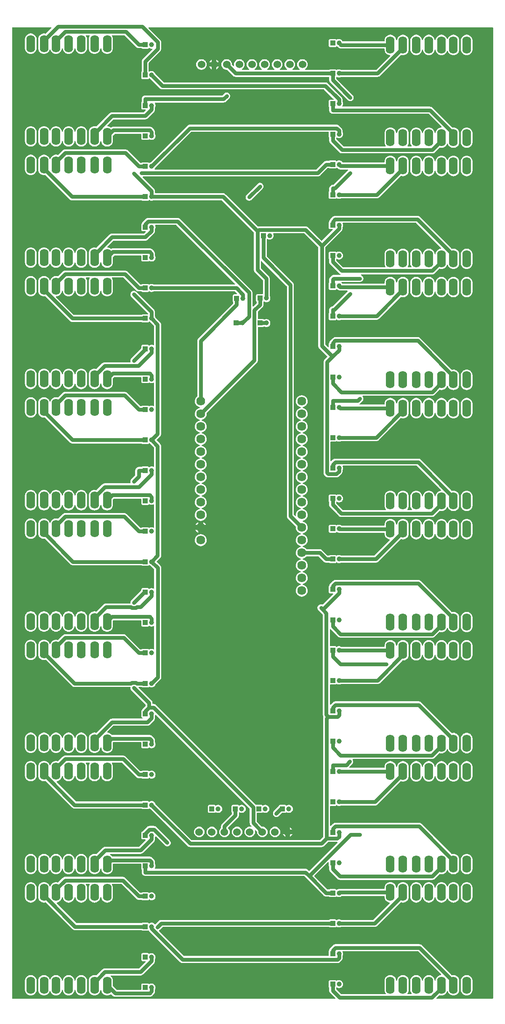
<source format=gbl>
G04 Layer: BottomLayer*
G04 EasyEDA v6.5.34, 2023-08-01 23:06:14*
G04 37820599d03b44ba85b54b625c5d4239,e19817772a2549008f3c800b4464b236,10*
G04 Gerber Generator version 0.2*
G04 Scale: 100 percent, Rotated: No, Reflected: No *
G04 Dimensions in millimeters *
G04 leading zeros omitted , absolute positions ,4 integer and 5 decimal *
%FSLAX45Y45*%
%MOMM*%

%ADD10C,0.8000*%
%ADD11C,1.0000*%
%ADD12R,1.0000X1.0000*%
%ADD13C,1.5240*%
%ADD14C,1.7907*%
%ADD15O,1.7500092X3.4999930000000004*%
%ADD16C,0.6100*%
%ADD17C,0.0189*%

%LPD*%
G36*
X-4815840Y-8851900D02*
G01*
X-4819751Y-8851138D01*
X-4823002Y-8848902D01*
X-4825238Y-8845651D01*
X-4826000Y-8841740D01*
X-4826000Y10683240D01*
X-4825238Y10687151D01*
X-4823002Y10690402D01*
X-4819751Y10692638D01*
X-4815840Y10693400D01*
X-4042511Y10693400D01*
X-4038650Y10692638D01*
X-4035348Y10690402D01*
X-4033113Y10687151D01*
X-4032351Y10683240D01*
X-4033113Y10679328D01*
X-4035348Y10676077D01*
X-4144010Y10567365D01*
X-4146905Y10565384D01*
X-4150258Y10564418D01*
X-4153712Y10564723D01*
X-4161078Y10566603D01*
X-4175760Y10568432D01*
X-4190593Y10568432D01*
X-4205274Y10566603D01*
X-4219651Y10562894D01*
X-4233418Y10557459D01*
X-4246422Y10550296D01*
X-4258411Y10541609D01*
X-4269181Y10531449D01*
X-4278630Y10520070D01*
X-4286605Y10507522D01*
X-4292904Y10494111D01*
X-4297476Y10480040D01*
X-4300220Y10465511D01*
X-4301185Y10450372D01*
X-4301185Y10276027D01*
X-4300220Y10260939D01*
X-4297476Y10246360D01*
X-4292904Y10232288D01*
X-4286605Y10218877D01*
X-4278630Y10206329D01*
X-4269181Y10194950D01*
X-4258411Y10184790D01*
X-4246422Y10176103D01*
X-4233418Y10168940D01*
X-4219651Y10163505D01*
X-4205274Y10159796D01*
X-4190593Y10157968D01*
X-4175760Y10157968D01*
X-4161078Y10159796D01*
X-4146753Y10163505D01*
X-4132935Y10168940D01*
X-4119981Y10176103D01*
X-4107992Y10184790D01*
X-4097172Y10194950D01*
X-4087723Y10206329D01*
X-4079798Y10218877D01*
X-4073499Y10232288D01*
X-4072178Y10236250D01*
X-4070096Y10239908D01*
X-4066692Y10242397D01*
X-4062526Y10243261D01*
X-4058412Y10242397D01*
X-4055008Y10239908D01*
X-4052874Y10236250D01*
X-4051604Y10232288D01*
X-4045305Y10218877D01*
X-4037329Y10206329D01*
X-4027881Y10194950D01*
X-4017111Y10184790D01*
X-4005122Y10176103D01*
X-3992118Y10168940D01*
X-3978351Y10163505D01*
X-3963974Y10159796D01*
X-3949293Y10157968D01*
X-3934460Y10157968D01*
X-3919778Y10159796D01*
X-3905453Y10163505D01*
X-3891635Y10168940D01*
X-3878681Y10176103D01*
X-3866692Y10184790D01*
X-3855872Y10194950D01*
X-3846423Y10206329D01*
X-3838498Y10218877D01*
X-3832199Y10232288D01*
X-3827627Y10246360D01*
X-3824884Y10260736D01*
X-3823360Y10264444D01*
X-3820566Y10267238D01*
X-3816858Y10268813D01*
X-3812895Y10268813D01*
X-3809237Y10267238D01*
X-3806393Y10264444D01*
X-3804920Y10260736D01*
X-3802176Y10246360D01*
X-3797604Y10232288D01*
X-3791305Y10218877D01*
X-3783329Y10206329D01*
X-3773881Y10194950D01*
X-3763111Y10184790D01*
X-3751122Y10176103D01*
X-3738118Y10168940D01*
X-3724351Y10163505D01*
X-3709974Y10159796D01*
X-3695293Y10157968D01*
X-3680460Y10157968D01*
X-3665778Y10159796D01*
X-3651453Y10163505D01*
X-3637635Y10168940D01*
X-3624681Y10176103D01*
X-3612692Y10184790D01*
X-3601872Y10194950D01*
X-3592423Y10206329D01*
X-3584498Y10218877D01*
X-3578199Y10232288D01*
X-3573627Y10246360D01*
X-3570884Y10260736D01*
X-3569360Y10264444D01*
X-3566566Y10267238D01*
X-3562858Y10268813D01*
X-3558895Y10268813D01*
X-3555237Y10267238D01*
X-3552393Y10264444D01*
X-3550920Y10260736D01*
X-3548176Y10246360D01*
X-3543604Y10232288D01*
X-3537305Y10218877D01*
X-3529329Y10206329D01*
X-3519881Y10194950D01*
X-3509111Y10184790D01*
X-3497122Y10176103D01*
X-3484118Y10168940D01*
X-3470351Y10163505D01*
X-3455974Y10159796D01*
X-3441293Y10157968D01*
X-3426460Y10157968D01*
X-3411778Y10159796D01*
X-3397453Y10163505D01*
X-3383635Y10168940D01*
X-3370681Y10176103D01*
X-3358692Y10184790D01*
X-3347872Y10194950D01*
X-3338423Y10206329D01*
X-3330498Y10218877D01*
X-3324199Y10232288D01*
X-3319627Y10246360D01*
X-3316833Y10260939D01*
X-3315868Y10276027D01*
X-3315868Y10450372D01*
X-3316833Y10465511D01*
X-3319627Y10480040D01*
X-3324199Y10494111D01*
X-3330498Y10507522D01*
X-3337001Y10517733D01*
X-3338474Y10521797D01*
X-3338118Y10526115D01*
X-3336086Y10529874D01*
X-3332632Y10532465D01*
X-3328415Y10533380D01*
X-3272688Y10533380D01*
X-3268472Y10532465D01*
X-3265017Y10529874D01*
X-3262934Y10526115D01*
X-3262629Y10521797D01*
X-3264103Y10517733D01*
X-3270605Y10507522D01*
X-3276904Y10494111D01*
X-3281476Y10480040D01*
X-3284220Y10465511D01*
X-3285185Y10450372D01*
X-3285185Y10276027D01*
X-3284220Y10260939D01*
X-3281476Y10246360D01*
X-3276904Y10232288D01*
X-3270605Y10218877D01*
X-3262629Y10206329D01*
X-3253181Y10194950D01*
X-3242411Y10184790D01*
X-3230422Y10176103D01*
X-3217418Y10168940D01*
X-3203651Y10163505D01*
X-3189274Y10159796D01*
X-3174593Y10157968D01*
X-3159760Y10157968D01*
X-3145078Y10159796D01*
X-3130753Y10163505D01*
X-3116935Y10168940D01*
X-3103981Y10176103D01*
X-3091992Y10184790D01*
X-3081172Y10194950D01*
X-3071723Y10206329D01*
X-3063798Y10218877D01*
X-3057499Y10232288D01*
X-3052927Y10246360D01*
X-3050184Y10260736D01*
X-3048660Y10264444D01*
X-3045866Y10267238D01*
X-3042158Y10268813D01*
X-3038195Y10268813D01*
X-3034538Y10267238D01*
X-3031693Y10264444D01*
X-3030220Y10260736D01*
X-3027476Y10246360D01*
X-3022904Y10232288D01*
X-3016605Y10218877D01*
X-3008630Y10206329D01*
X-2999181Y10194950D01*
X-2988411Y10184790D01*
X-2976422Y10176103D01*
X-2963418Y10168940D01*
X-2949651Y10163505D01*
X-2935274Y10159796D01*
X-2920593Y10157968D01*
X-2905760Y10157968D01*
X-2891078Y10159796D01*
X-2876753Y10163505D01*
X-2862935Y10168940D01*
X-2849981Y10176103D01*
X-2837992Y10184790D01*
X-2827172Y10194950D01*
X-2817723Y10206329D01*
X-2809798Y10218877D01*
X-2803499Y10232288D01*
X-2798927Y10246360D01*
X-2796133Y10260939D01*
X-2795168Y10276027D01*
X-2795168Y10450372D01*
X-2796133Y10465511D01*
X-2798927Y10480040D01*
X-2803499Y10494111D01*
X-2809798Y10507522D01*
X-2816301Y10517733D01*
X-2817774Y10521797D01*
X-2817418Y10526115D01*
X-2815386Y10529874D01*
X-2811932Y10532465D01*
X-2807716Y10533380D01*
X-2570886Y10533380D01*
X-2567025Y10532567D01*
X-2563723Y10530382D01*
X-2326487Y10293146D01*
X-2317750Y10285730D01*
X-2308352Y10279938D01*
X-2298141Y10275722D01*
X-2287371Y10273131D01*
X-2275941Y10272217D01*
X-2222754Y10272217D01*
X-2219299Y10271607D01*
X-2216302Y10269931D01*
X-2213203Y10267391D01*
X-2207971Y10264597D01*
X-2202230Y10262870D01*
X-2195779Y10262209D01*
X-2096820Y10262209D01*
X-2090369Y10262870D01*
X-2084628Y10264597D01*
X-2079396Y10267391D01*
X-2071370Y10274249D01*
X-2067814Y10275468D01*
X-2064105Y10275265D01*
X-2048713Y10267797D01*
X-2037232Y10264241D01*
X-2025294Y10262463D01*
X-2015083Y10262463D01*
X-2011222Y10261701D01*
X-2007920Y10259517D01*
X-2005685Y10256215D01*
X-2004923Y10252303D01*
X-2005685Y10248442D01*
X-2007920Y10245140D01*
X-2195880Y10057130D01*
X-2203297Y10048443D01*
X-2209088Y10038994D01*
X-2213305Y10028783D01*
X-2215896Y10018064D01*
X-2216810Y10006634D01*
X-2216810Y9807295D01*
X-2217420Y9803892D01*
X-2219096Y9800844D01*
X-2221636Y9797796D01*
X-2224430Y9792512D01*
X-2226157Y9786823D01*
X-2226818Y9780371D01*
X-2226818Y9681362D01*
X-2226157Y9674910D01*
X-2224430Y9669221D01*
X-2221636Y9663938D01*
X-2217826Y9659315D01*
X-2213203Y9655556D01*
X-2207971Y9652762D01*
X-2202230Y9650984D01*
X-2195779Y9650374D01*
X-2096820Y9650374D01*
X-2090369Y9650984D01*
X-2084628Y9652762D01*
X-2079396Y9655556D01*
X-2071370Y9662414D01*
X-2067814Y9663582D01*
X-2064105Y9663430D01*
X-2048713Y9655962D01*
X-2044446Y9654641D01*
X-2042210Y9653625D01*
X-2040280Y9652152D01*
X-1852828Y9464700D01*
X-1844090Y9457232D01*
X-1834692Y9451441D01*
X-1824482Y9447225D01*
X-1813712Y9444634D01*
X-1802282Y9443770D01*
X1445971Y9443770D01*
X1449882Y9442958D01*
X1453184Y9440773D01*
X1641602Y9252356D01*
X1643786Y9249054D01*
X1644599Y9245142D01*
X1643786Y9241282D01*
X1641602Y9237980D01*
X1638300Y9235744D01*
X1634439Y9234982D01*
X1576120Y9234982D01*
X1569669Y9234373D01*
X1563928Y9232646D01*
X1558696Y9229801D01*
X1554073Y9226042D01*
X1550263Y9221419D01*
X1547469Y9216136D01*
X1545742Y9210446D01*
X1545082Y9203994D01*
X1545082Y9104985D01*
X1545742Y9098534D01*
X1547469Y9092844D01*
X1550263Y9087561D01*
X1552803Y9084513D01*
X1554480Y9081465D01*
X1555089Y9078061D01*
X1555089Y9024823D01*
X1556004Y9013393D01*
X1558594Y9002623D01*
X1562811Y8992412D01*
X1568602Y8983014D01*
X1575765Y8974582D01*
X1584198Y8967419D01*
X1593596Y8961628D01*
X1603806Y8957411D01*
X1614576Y8954820D01*
X1626006Y8953906D01*
X3550005Y8953906D01*
X3553917Y8953144D01*
X3557219Y8950960D01*
X3814622Y8693505D01*
X3816858Y8690203D01*
X3817620Y8686292D01*
X3816858Y8682431D01*
X3814622Y8679129D01*
X3811371Y8676944D01*
X3791204Y8674303D01*
X3776827Y8670594D01*
X3763060Y8665159D01*
X3750106Y8657996D01*
X3738118Y8649309D01*
X3727297Y8639149D01*
X3717848Y8627770D01*
X3709924Y8615222D01*
X3703624Y8601811D01*
X3699001Y8587740D01*
X3696258Y8573363D01*
X3694785Y8569655D01*
X3691991Y8566861D01*
X3688283Y8565286D01*
X3684320Y8565286D01*
X3680612Y8566861D01*
X3677818Y8569655D01*
X3676345Y8573363D01*
X3673601Y8587740D01*
X3668979Y8601811D01*
X3662679Y8615222D01*
X3654755Y8627770D01*
X3645306Y8639149D01*
X3634486Y8649309D01*
X3622497Y8657996D01*
X3609543Y8665159D01*
X3595776Y8670594D01*
X3581400Y8674303D01*
X3566718Y8676132D01*
X3551885Y8676132D01*
X3537204Y8674303D01*
X3522827Y8670594D01*
X3509060Y8665159D01*
X3496106Y8657996D01*
X3484118Y8649309D01*
X3473297Y8639149D01*
X3463848Y8627770D01*
X3455924Y8615222D01*
X3449624Y8601811D01*
X3445001Y8587740D01*
X3442258Y8573363D01*
X3440785Y8569655D01*
X3437991Y8566861D01*
X3434283Y8565286D01*
X3430320Y8565286D01*
X3426612Y8566861D01*
X3423818Y8569655D01*
X3422345Y8573363D01*
X3419601Y8587740D01*
X3414979Y8601811D01*
X3408679Y8615222D01*
X3400755Y8627770D01*
X3391306Y8639149D01*
X3380486Y8649309D01*
X3368497Y8657996D01*
X3355543Y8665159D01*
X3341776Y8670594D01*
X3327400Y8674303D01*
X3312718Y8676132D01*
X3297885Y8676132D01*
X3283204Y8674303D01*
X3268827Y8670594D01*
X3255060Y8665159D01*
X3242106Y8657996D01*
X3230118Y8649309D01*
X3219297Y8639149D01*
X3209848Y8627770D01*
X3201924Y8615222D01*
X3195624Y8601811D01*
X3191002Y8587740D01*
X3188258Y8573160D01*
X3187293Y8558072D01*
X3187293Y8383727D01*
X3188258Y8368588D01*
X3191002Y8354059D01*
X3195624Y8339988D01*
X3201924Y8326577D01*
X3209848Y8314029D01*
X3211068Y8312556D01*
X3212896Y8309254D01*
X3213354Y8305444D01*
X3212439Y8301786D01*
X3210204Y8298688D01*
X3207004Y8296656D01*
X3203244Y8295944D01*
X3140659Y8295944D01*
X3136900Y8296656D01*
X3133699Y8298688D01*
X3131464Y8301786D01*
X3130550Y8305444D01*
X3131007Y8309254D01*
X3132836Y8312556D01*
X3134055Y8314029D01*
X3141980Y8326577D01*
X3148279Y8339988D01*
X3152902Y8354059D01*
X3155645Y8368588D01*
X3156610Y8383727D01*
X3156610Y8558072D01*
X3155645Y8573160D01*
X3152902Y8587740D01*
X3148279Y8601811D01*
X3141980Y8615222D01*
X3134055Y8627770D01*
X3124606Y8639149D01*
X3113786Y8649309D01*
X3101797Y8657996D01*
X3088843Y8665159D01*
X3075076Y8670594D01*
X3060700Y8674303D01*
X3046018Y8676132D01*
X3031185Y8676132D01*
X3016504Y8674303D01*
X3002127Y8670594D01*
X2988360Y8665159D01*
X2975406Y8657996D01*
X2963418Y8649309D01*
X2952597Y8639149D01*
X2943148Y8627770D01*
X2935224Y8615222D01*
X2928924Y8601811D01*
X2924302Y8587740D01*
X2921558Y8573363D01*
X2920085Y8569655D01*
X2917291Y8566861D01*
X2913583Y8565286D01*
X2909620Y8565286D01*
X2905912Y8566861D01*
X2903118Y8569655D01*
X2901645Y8573363D01*
X2898902Y8587740D01*
X2894279Y8601811D01*
X2887980Y8615222D01*
X2880055Y8627770D01*
X2870606Y8639149D01*
X2859786Y8649309D01*
X2847797Y8657996D01*
X2834843Y8665159D01*
X2821076Y8670594D01*
X2806700Y8674303D01*
X2792018Y8676132D01*
X2777185Y8676132D01*
X2762504Y8674303D01*
X2748127Y8670594D01*
X2734360Y8665159D01*
X2721406Y8657996D01*
X2709418Y8649309D01*
X2698597Y8639149D01*
X2689148Y8627770D01*
X2681224Y8615222D01*
X2674924Y8601811D01*
X2670302Y8587740D01*
X2667558Y8573160D01*
X2666593Y8558072D01*
X2666593Y8383727D01*
X2667558Y8368588D01*
X2670302Y8354059D01*
X2674924Y8339988D01*
X2681224Y8326577D01*
X2689148Y8314029D01*
X2690368Y8312556D01*
X2692196Y8309254D01*
X2692654Y8305444D01*
X2691739Y8301786D01*
X2689504Y8298688D01*
X2686304Y8296656D01*
X2682544Y8295944D01*
X1847291Y8295944D01*
X1843430Y8296706D01*
X1840128Y8298891D01*
X1699056Y8439962D01*
X1696872Y8443264D01*
X1696110Y8447125D01*
X1696110Y8465921D01*
X1697024Y8470188D01*
X1699717Y8473694D01*
X1703578Y8475726D01*
X1707946Y8475980D01*
X1712366Y8474100D01*
X1723186Y8468868D01*
X1734667Y8465312D01*
X1746605Y8463534D01*
X1758594Y8463534D01*
X1770532Y8465312D01*
X1782013Y8468868D01*
X1792833Y8474100D01*
X1802790Y8480856D01*
X1811578Y8489035D01*
X1819097Y8498433D01*
X1825091Y8508847D01*
X1829511Y8520074D01*
X1832152Y8531758D01*
X1833067Y8543798D01*
X1832152Y8555786D01*
X1829511Y8567470D01*
X1825091Y8578697D01*
X1823466Y8582253D01*
X1823110Y8584895D01*
X1823110Y8614410D01*
X1822196Y8625840D01*
X1819605Y8636609D01*
X1815388Y8646820D01*
X1809597Y8656218D01*
X1802180Y8664956D01*
X1755292Y8711844D01*
X1746554Y8719261D01*
X1737156Y8725052D01*
X1726946Y8729268D01*
X1716176Y8731859D01*
X1704746Y8732774D01*
X-1251966Y8732774D01*
X-1263396Y8731859D01*
X-1274165Y8729268D01*
X-1284376Y8725052D01*
X-1293774Y8719261D01*
X-1302512Y8711844D01*
X-2040280Y7974075D01*
X-2042210Y7972552D01*
X-2044446Y7971536D01*
X-2048713Y7970266D01*
X-2064105Y7962747D01*
X-2067814Y7962595D01*
X-2071370Y7963814D01*
X-2079396Y7970672D01*
X-2084628Y7973466D01*
X-2090369Y7975193D01*
X-2096820Y7975853D01*
X-2195779Y7975853D01*
X-2202230Y7975193D01*
X-2207971Y7973466D01*
X-2213203Y7970672D01*
X-2216302Y7968132D01*
X-2219299Y7966456D01*
X-2222703Y7965846D01*
X-2242921Y7965846D01*
X-2246833Y7966608D01*
X-2250135Y7968792D01*
X-2498293Y8216950D01*
X-2506980Y8224418D01*
X-2516428Y8230209D01*
X-2526639Y8234425D01*
X-2537358Y8237016D01*
X-2548788Y8237880D01*
X-3756507Y8237880D01*
X-3767937Y8237016D01*
X-3778707Y8234425D01*
X-3788918Y8230209D01*
X-3798315Y8224418D01*
X-3807053Y8216950D01*
X-3897325Y8126679D01*
X-3900220Y8124647D01*
X-3903573Y8123732D01*
X-3907028Y8124037D01*
X-3919778Y8127288D01*
X-3934460Y8129168D01*
X-3949293Y8129168D01*
X-3963974Y8127288D01*
X-3978351Y8123631D01*
X-3992118Y8118144D01*
X-4005122Y8111032D01*
X-4017111Y8102295D01*
X-4027881Y8092186D01*
X-4037329Y8080756D01*
X-4045305Y8068259D01*
X-4051604Y8054848D01*
X-4052874Y8050885D01*
X-4055008Y8047228D01*
X-4058412Y8044738D01*
X-4062526Y8043824D01*
X-4066692Y8044738D01*
X-4070096Y8047228D01*
X-4072178Y8050885D01*
X-4073499Y8054848D01*
X-4079798Y8068259D01*
X-4087723Y8080756D01*
X-4097172Y8092186D01*
X-4107992Y8102295D01*
X-4119981Y8111032D01*
X-4132935Y8118144D01*
X-4146753Y8123631D01*
X-4161078Y8127288D01*
X-4175760Y8129168D01*
X-4190593Y8129168D01*
X-4205274Y8127288D01*
X-4219651Y8123631D01*
X-4233418Y8118144D01*
X-4246422Y8111032D01*
X-4258411Y8102295D01*
X-4269181Y8092186D01*
X-4278630Y8080756D01*
X-4286605Y8068259D01*
X-4292904Y8054848D01*
X-4297476Y8040725D01*
X-4300220Y8026196D01*
X-4301185Y8011058D01*
X-4301185Y7836712D01*
X-4300220Y7821625D01*
X-4297476Y7807045D01*
X-4292904Y7792974D01*
X-4286605Y7779562D01*
X-4278630Y7767066D01*
X-4269181Y7755636D01*
X-4258411Y7745475D01*
X-4246422Y7736789D01*
X-4233418Y7729626D01*
X-4219651Y7724190D01*
X-4205274Y7720482D01*
X-4190593Y7718653D01*
X-4175760Y7718653D01*
X-4164685Y7720025D01*
X-4161637Y7719974D01*
X-4158691Y7718958D01*
X-4156252Y7717129D01*
X-3672992Y7233920D01*
X-3664254Y7226452D01*
X-3654856Y7220661D01*
X-3644646Y7216444D01*
X-3633876Y7213853D01*
X-3622446Y7212990D01*
X-2222703Y7212990D01*
X-2219299Y7212380D01*
X-2216251Y7210653D01*
X-2213203Y7208164D01*
X-2207971Y7205370D01*
X-2202230Y7203592D01*
X-2195779Y7202982D01*
X-2096820Y7202982D01*
X-2090369Y7203592D01*
X-2084628Y7205370D01*
X-2079396Y7208164D01*
X-2071370Y7215022D01*
X-2067814Y7216190D01*
X-2064105Y7216038D01*
X-2048713Y7208570D01*
X-2037232Y7205014D01*
X-2025294Y7203236D01*
X-2013305Y7203236D01*
X-2001367Y7205014D01*
X-1989886Y7208570D01*
X-1982825Y7211974D01*
X-1978456Y7212990D01*
X-613511Y7212990D01*
X-609650Y7212177D01*
X-606348Y7209993D01*
X37033Y6566611D01*
X39217Y6563309D01*
X40030Y6559448D01*
X40030Y5814060D01*
X40894Y5802630D01*
X43484Y5791911D01*
X47701Y5781700D01*
X53492Y5772251D01*
X60960Y5763564D01*
X217779Y5606745D01*
X219964Y5603443D01*
X220725Y5599531D01*
X220725Y5334152D01*
X219964Y5330240D01*
X217779Y5326938D01*
X214477Y5324754D01*
X210566Y5323992D01*
X114706Y5323992D01*
X108305Y5323332D01*
X102565Y5321604D01*
X97332Y5318810D01*
X92710Y5315000D01*
X88900Y5310378D01*
X86106Y5305145D01*
X84378Y5299405D01*
X83718Y5292953D01*
X83718Y5193944D01*
X84378Y5187543D01*
X86106Y5181803D01*
X88900Y5176570D01*
X91440Y5173472D01*
X93116Y5170474D01*
X93726Y5167020D01*
X93726Y5146802D01*
X92964Y5142941D01*
X90779Y5139639D01*
X28143Y5077053D01*
X24841Y5074818D01*
X20980Y5074056D01*
X17068Y5074818D01*
X13766Y5077053D01*
X11582Y5080304D01*
X10820Y5084216D01*
X10820Y5354015D01*
X9906Y5365445D01*
X7315Y5376214D01*
X3098Y5386425D01*
X-2692Y5395823D01*
X-10109Y5404561D01*
X-1442212Y6836664D01*
X-1450949Y6844080D01*
X-1460347Y6849872D01*
X-1470558Y6854088D01*
X-1481328Y6856679D01*
X-1492758Y6857593D01*
X-2088184Y6857593D01*
X-2099614Y6856679D01*
X-2110333Y6854088D01*
X-2120544Y6849872D01*
X-2129993Y6844080D01*
X-2138680Y6836664D01*
X-2195880Y6779463D01*
X-2203297Y6770776D01*
X-2209088Y6761327D01*
X-2213305Y6751116D01*
X-2215083Y6746138D01*
X-2217826Y6743192D01*
X-2221636Y6738569D01*
X-2224430Y6733286D01*
X-2226157Y6727596D01*
X-2226818Y6721144D01*
X-2226818Y6622135D01*
X-2226157Y6615684D01*
X-2224430Y6609994D01*
X-2221636Y6604711D01*
X-2217826Y6600088D01*
X-2213203Y6596329D01*
X-2207971Y6593484D01*
X-2202230Y6591757D01*
X-2195779Y6591147D01*
X-2148687Y6591147D01*
X-2144826Y6590334D01*
X-2141524Y6588150D01*
X-2139340Y6584848D01*
X-2138527Y6580987D01*
X-2139340Y6577075D01*
X-2141524Y6573774D01*
X-2171039Y6544259D01*
X-2174341Y6542074D01*
X-2178202Y6541312D01*
X-2814624Y6541312D01*
X-2826054Y6540398D01*
X-2836824Y6537807D01*
X-2847035Y6533591D01*
X-2856433Y6527800D01*
X-2865170Y6520383D01*
X-3125114Y6260439D01*
X-3127959Y6258407D01*
X-3131362Y6257493D01*
X-3134817Y6257747D01*
X-3145078Y6260388D01*
X-3159760Y6262268D01*
X-3174593Y6262268D01*
X-3189274Y6260388D01*
X-3203651Y6256731D01*
X-3217418Y6251244D01*
X-3230422Y6244132D01*
X-3242411Y6235395D01*
X-3253181Y6225286D01*
X-3262629Y6213856D01*
X-3270605Y6201359D01*
X-3276904Y6187948D01*
X-3281476Y6173825D01*
X-3284220Y6159296D01*
X-3285185Y6144158D01*
X-3285185Y5969812D01*
X-3284220Y5954725D01*
X-3281476Y5940145D01*
X-3276904Y5926074D01*
X-3270605Y5912662D01*
X-3262629Y5900166D01*
X-3253181Y5888736D01*
X-3242411Y5878576D01*
X-3230422Y5869889D01*
X-3217418Y5862726D01*
X-3203651Y5857290D01*
X-3189274Y5853582D01*
X-3174593Y5851753D01*
X-3159760Y5851753D01*
X-3145078Y5853582D01*
X-3130753Y5857290D01*
X-3116935Y5862726D01*
X-3103981Y5869889D01*
X-3091992Y5878576D01*
X-3081172Y5888736D01*
X-3071723Y5900166D01*
X-3063798Y5912662D01*
X-3057499Y5926074D01*
X-3052927Y5940145D01*
X-3050184Y5954522D01*
X-3048660Y5958230D01*
X-3045866Y5961024D01*
X-3042158Y5962599D01*
X-3038195Y5962599D01*
X-3034538Y5961024D01*
X-3031693Y5958230D01*
X-3030220Y5954522D01*
X-3027476Y5940145D01*
X-3022904Y5926074D01*
X-3016605Y5912662D01*
X-3008630Y5900166D01*
X-2999181Y5888736D01*
X-2988411Y5878576D01*
X-2976422Y5869889D01*
X-2963418Y5862726D01*
X-2949651Y5857290D01*
X-2935274Y5853582D01*
X-2920593Y5851753D01*
X-2905760Y5851753D01*
X-2891078Y5853582D01*
X-2876753Y5857290D01*
X-2862935Y5862726D01*
X-2849981Y5869889D01*
X-2837992Y5878576D01*
X-2827172Y5888736D01*
X-2817723Y5900166D01*
X-2809798Y5912662D01*
X-2803499Y5926074D01*
X-2798927Y5940145D01*
X-2796133Y5954725D01*
X-2795168Y5969812D01*
X-2795168Y6071057D01*
X-2794406Y6074968D01*
X-2792222Y6078220D01*
X-2768752Y6101740D01*
X-2765450Y6103924D01*
X-2761538Y6104686D01*
X-2236978Y6104686D01*
X-2233066Y6103924D01*
X-2229764Y6101740D01*
X-2227580Y6098438D01*
X-2226818Y6094526D01*
X-2226818Y6010300D01*
X-2226157Y6003848D01*
X-2224430Y5998159D01*
X-2221636Y5992876D01*
X-2217826Y5988253D01*
X-2213203Y5984494D01*
X-2207971Y5981649D01*
X-2202230Y5979922D01*
X-2195779Y5979261D01*
X-2096820Y5979261D01*
X-2090369Y5979922D01*
X-2084628Y5981649D01*
X-2079396Y5984494D01*
X-2071370Y5991301D01*
X-2067814Y5992520D01*
X-2064105Y5992368D01*
X-2048713Y5984900D01*
X-2037232Y5981344D01*
X-2025294Y5979515D01*
X-2013305Y5979515D01*
X-2001367Y5981344D01*
X-1989886Y5984900D01*
X-1979066Y5990082D01*
X-1969109Y5996889D01*
X-1960321Y6005068D01*
X-1952802Y6014466D01*
X-1946808Y6024880D01*
X-1942388Y6036056D01*
X-1939747Y6047790D01*
X-1938832Y6059779D01*
X-1939747Y6071768D01*
X-1942388Y6083503D01*
X-1946808Y6094730D01*
X-1948434Y6098286D01*
X-1948789Y6100876D01*
X-1948789Y6137249D01*
X-1949704Y6148679D01*
X-1952294Y6159449D01*
X-1956511Y6169660D01*
X-1962302Y6179058D01*
X-1969719Y6187795D01*
X-2006701Y6224778D01*
X-2015439Y6232194D01*
X-2024837Y6237986D01*
X-2035048Y6242202D01*
X-2045817Y6244793D01*
X-2057247Y6245707D01*
X-2794558Y6245707D01*
X-2805988Y6244793D01*
X-2816758Y6242202D01*
X-2826969Y6237986D01*
X-2829102Y6236665D01*
X-2832811Y6235293D01*
X-2836773Y6235496D01*
X-2840380Y6237122D01*
X-2849981Y6244132D01*
X-2862935Y6251244D01*
X-2876753Y6256731D01*
X-2891078Y6260388D01*
X-2901289Y6261658D01*
X-2905506Y6263233D01*
X-2908655Y6266434D01*
X-2910078Y6270650D01*
X-2909570Y6275120D01*
X-2907182Y6278930D01*
X-2788818Y6397345D01*
X-2785516Y6399530D01*
X-2781604Y6400292D01*
X-2145182Y6400292D01*
X-2133752Y6401206D01*
X-2123033Y6403797D01*
X-2112822Y6408013D01*
X-2103374Y6413804D01*
X-2094687Y6421221D01*
X-1969719Y6546189D01*
X-1962302Y6554876D01*
X-1956511Y6564325D01*
X-1952294Y6574536D01*
X-1949704Y6585254D01*
X-1948789Y6596684D01*
X-1948789Y6630517D01*
X-1948434Y6633159D01*
X-1946808Y6636715D01*
X-1942388Y6647891D01*
X-1939747Y6659625D01*
X-1938832Y6671614D01*
X-1939747Y6683654D01*
X-1942388Y6695338D01*
X-1945284Y6702704D01*
X-1945995Y6706565D01*
X-1945182Y6710425D01*
X-1942947Y6713677D01*
X-1939696Y6715810D01*
X-1935835Y6716572D01*
X-1525778Y6716572D01*
X-1521866Y6715810D01*
X-1518564Y6713626D01*
X-340766Y5535777D01*
X-338582Y5532475D01*
X-337820Y5528614D01*
X-338582Y5524703D01*
X-340766Y5521401D01*
X-344068Y5519216D01*
X-347980Y5518454D01*
X-1978406Y5518454D01*
X-1982825Y5519470D01*
X-1989886Y5522874D01*
X-2001367Y5526379D01*
X-2013305Y5528208D01*
X-2025294Y5528208D01*
X-2037232Y5526379D01*
X-2048713Y5522874D01*
X-2064105Y5515356D01*
X-2067814Y5515203D01*
X-2071370Y5516422D01*
X-2079396Y5523280D01*
X-2084628Y5526074D01*
X-2090369Y5527802D01*
X-2096820Y5528462D01*
X-2195779Y5528462D01*
X-2202230Y5527802D01*
X-2207971Y5526074D01*
X-2213203Y5523280D01*
X-2216302Y5520740D01*
X-2219299Y5519064D01*
X-2222703Y5518454D01*
X-2242921Y5518454D01*
X-2246833Y5519216D01*
X-2250135Y5521401D01*
X-2506370Y5777687D01*
X-2515108Y5785104D01*
X-2524506Y5790895D01*
X-2534716Y5795111D01*
X-2545486Y5797702D01*
X-2556916Y5798616D01*
X-3756507Y5798616D01*
X-3767937Y5797702D01*
X-3778707Y5795111D01*
X-3788918Y5790895D01*
X-3798315Y5785104D01*
X-3807053Y5777687D01*
X-3897376Y5687364D01*
X-3900220Y5685383D01*
X-3903573Y5684469D01*
X-3907078Y5684723D01*
X-3919778Y5687974D01*
X-3934460Y5689854D01*
X-3949293Y5689854D01*
X-3963974Y5687974D01*
X-3978351Y5684316D01*
X-3992118Y5678830D01*
X-4005122Y5671718D01*
X-4017111Y5662980D01*
X-4027881Y5652871D01*
X-4037329Y5641441D01*
X-4045305Y5628944D01*
X-4051604Y5615533D01*
X-4052874Y5611571D01*
X-4055008Y5607913D01*
X-4058412Y5605424D01*
X-4062526Y5604560D01*
X-4066692Y5605424D01*
X-4070096Y5607913D01*
X-4072178Y5611571D01*
X-4073499Y5615533D01*
X-4079798Y5628944D01*
X-4087723Y5641441D01*
X-4097172Y5652871D01*
X-4107992Y5662980D01*
X-4119981Y5671718D01*
X-4132935Y5678830D01*
X-4146753Y5684316D01*
X-4161078Y5687974D01*
X-4175760Y5689854D01*
X-4190593Y5689854D01*
X-4205274Y5687974D01*
X-4219651Y5684316D01*
X-4233418Y5678830D01*
X-4246422Y5671718D01*
X-4258411Y5662980D01*
X-4269181Y5652871D01*
X-4278630Y5641441D01*
X-4286605Y5628944D01*
X-4292904Y5615533D01*
X-4297476Y5601411D01*
X-4300220Y5586882D01*
X-4301185Y5571794D01*
X-4301185Y5397398D01*
X-4300220Y5382310D01*
X-4297476Y5367731D01*
X-4292904Y5353659D01*
X-4286605Y5340248D01*
X-4278630Y5327751D01*
X-4269181Y5316321D01*
X-4258411Y5306161D01*
X-4246422Y5297474D01*
X-4233418Y5290312D01*
X-4219651Y5284876D01*
X-4205274Y5281218D01*
X-4190593Y5279339D01*
X-4175760Y5279339D01*
X-4165600Y5280609D01*
X-4162501Y5280558D01*
X-4159605Y5279542D01*
X-4157116Y5277713D01*
X-3665880Y4786528D01*
X-3657193Y4779060D01*
X-3647744Y4773269D01*
X-3637534Y4769053D01*
X-3626815Y4766462D01*
X-3615385Y4765598D01*
X-2222703Y4765598D01*
X-2219299Y4764989D01*
X-2216251Y4763262D01*
X-2213203Y4760772D01*
X-2207971Y4757978D01*
X-2202230Y4756200D01*
X-2195779Y4755591D01*
X-2096820Y4755591D01*
X-2090369Y4756200D01*
X-2084628Y4757978D01*
X-2079396Y4760772D01*
X-2071370Y4767630D01*
X-2067814Y4768799D01*
X-2064105Y4768646D01*
X-2048713Y4761179D01*
X-2044446Y4759858D01*
X-2042210Y4758893D01*
X-2040280Y4757369D01*
X-1971751Y4688840D01*
X-1969566Y4685538D01*
X-1968754Y4681626D01*
X-1968754Y4305147D01*
X-1969566Y4301185D01*
X-1971903Y4297832D01*
X-1975357Y4295648D01*
X-1979371Y4294987D01*
X-1983333Y4296003D01*
X-1989886Y4299153D01*
X-2001367Y4302709D01*
X-2013305Y4304487D01*
X-2025294Y4304487D01*
X-2037232Y4302709D01*
X-2048713Y4299153D01*
X-2064105Y4291685D01*
X-2067814Y4291533D01*
X-2071370Y4292752D01*
X-2079396Y4299559D01*
X-2084628Y4302404D01*
X-2090369Y4304131D01*
X-2096820Y4304741D01*
X-2195779Y4304741D01*
X-2202230Y4304131D01*
X-2207971Y4302404D01*
X-2213203Y4299559D01*
X-2217826Y4295800D01*
X-2221636Y4291177D01*
X-2224430Y4285894D01*
X-2226157Y4280204D01*
X-2226818Y4273753D01*
X-2226818Y4240225D01*
X-2227580Y4236364D01*
X-2229764Y4233062D01*
X-2424379Y4038447D01*
X-2431846Y4029710D01*
X-2437638Y4020312D01*
X-2441854Y4010101D01*
X-2444445Y3999331D01*
X-2445308Y3988308D01*
X-2444445Y3977284D01*
X-2441702Y3965956D01*
X-2441498Y3962298D01*
X-2442616Y3958844D01*
X-2444851Y3955948D01*
X-2448001Y3954068D01*
X-2451608Y3953408D01*
X-2963214Y3953408D01*
X-2974644Y3952544D01*
X-2985414Y3949954D01*
X-2995625Y3945737D01*
X-3005023Y3939946D01*
X-3013760Y3932478D01*
X-3125114Y3821125D01*
X-3128010Y3819093D01*
X-3131362Y3818178D01*
X-3134868Y3818483D01*
X-3145078Y3821074D01*
X-3159760Y3822954D01*
X-3174593Y3822954D01*
X-3189274Y3821074D01*
X-3203651Y3817416D01*
X-3217418Y3811930D01*
X-3230422Y3804818D01*
X-3242411Y3796080D01*
X-3253181Y3785971D01*
X-3262629Y3774541D01*
X-3270605Y3762044D01*
X-3276904Y3748633D01*
X-3281476Y3734511D01*
X-3284220Y3719982D01*
X-3285185Y3704894D01*
X-3285185Y3530498D01*
X-3284220Y3515410D01*
X-3281476Y3500831D01*
X-3276904Y3486759D01*
X-3270605Y3473348D01*
X-3262629Y3460851D01*
X-3253181Y3449421D01*
X-3242411Y3439261D01*
X-3230422Y3430574D01*
X-3217418Y3423412D01*
X-3203651Y3417976D01*
X-3189274Y3414318D01*
X-3174593Y3412439D01*
X-3159760Y3412439D01*
X-3145078Y3414318D01*
X-3130753Y3417976D01*
X-3116935Y3423412D01*
X-3103981Y3430574D01*
X-3091992Y3439261D01*
X-3081172Y3449421D01*
X-3071723Y3460851D01*
X-3063798Y3473348D01*
X-3057499Y3486759D01*
X-3052927Y3500831D01*
X-3050184Y3515207D01*
X-3048660Y3518915D01*
X-3045866Y3521760D01*
X-3042158Y3523284D01*
X-3038195Y3523284D01*
X-3034538Y3521760D01*
X-3031693Y3518915D01*
X-3030220Y3515207D01*
X-3027476Y3500831D01*
X-3022904Y3486759D01*
X-3016605Y3473348D01*
X-3008630Y3460851D01*
X-2999181Y3449421D01*
X-2988411Y3439261D01*
X-2976422Y3430574D01*
X-2963418Y3423412D01*
X-2949651Y3417976D01*
X-2935274Y3414318D01*
X-2920593Y3412439D01*
X-2905760Y3412439D01*
X-2891078Y3414318D01*
X-2876753Y3417976D01*
X-2862935Y3423412D01*
X-2849981Y3430574D01*
X-2837992Y3439261D01*
X-2827172Y3449421D01*
X-2817723Y3460851D01*
X-2809798Y3473348D01*
X-2803499Y3486759D01*
X-2798927Y3500831D01*
X-2796133Y3515410D01*
X-2795168Y3530498D01*
X-2795168Y3631793D01*
X-2794406Y3635654D01*
X-2792222Y3638956D01*
X-2776829Y3654348D01*
X-2773527Y3656533D01*
X-2769666Y3657295D01*
X-2236978Y3657295D01*
X-2233066Y3656533D01*
X-2229764Y3654348D01*
X-2227580Y3651046D01*
X-2226818Y3647135D01*
X-2226818Y3562908D01*
X-2226157Y3556457D01*
X-2224430Y3550767D01*
X-2221636Y3545484D01*
X-2217826Y3540861D01*
X-2213203Y3537102D01*
X-2207971Y3534257D01*
X-2202230Y3532530D01*
X-2195779Y3531870D01*
X-2096820Y3531870D01*
X-2090369Y3532530D01*
X-2084628Y3534257D01*
X-2079396Y3537102D01*
X-2071370Y3543909D01*
X-2067814Y3545128D01*
X-2064105Y3544976D01*
X-2048713Y3537508D01*
X-2037232Y3533952D01*
X-2025294Y3532124D01*
X-2013305Y3532124D01*
X-2001367Y3533952D01*
X-1989886Y3537508D01*
X-1983333Y3540658D01*
X-1979371Y3541623D01*
X-1975357Y3541014D01*
X-1971903Y3538829D01*
X-1969566Y3535476D01*
X-1968754Y3531514D01*
X-1968754Y3081477D01*
X-1969566Y3077464D01*
X-1971903Y3074111D01*
X-1975357Y3071977D01*
X-1979371Y3071317D01*
X-1983333Y3072333D01*
X-1989886Y3075482D01*
X-2001367Y3079038D01*
X-2013305Y3080816D01*
X-2025294Y3080816D01*
X-2037232Y3079038D01*
X-2048713Y3075482D01*
X-2064105Y3067964D01*
X-2067814Y3067812D01*
X-2071370Y3069031D01*
X-2079396Y3075889D01*
X-2084628Y3078683D01*
X-2090369Y3080410D01*
X-2096820Y3081070D01*
X-2195779Y3081070D01*
X-2202230Y3080410D01*
X-2207971Y3078683D01*
X-2213203Y3075889D01*
X-2216302Y3073349D01*
X-2219299Y3071672D01*
X-2222754Y3071063D01*
X-2242921Y3071063D01*
X-2246833Y3071825D01*
X-2250135Y3074009D01*
X-2514447Y3338372D01*
X-2523185Y3345789D01*
X-2532583Y3351580D01*
X-2542794Y3355797D01*
X-2553563Y3358387D01*
X-2564993Y3359302D01*
X-3756507Y3359302D01*
X-3767937Y3358387D01*
X-3778707Y3355797D01*
X-3788918Y3351580D01*
X-3798315Y3345789D01*
X-3807053Y3338372D01*
X-3897325Y3248050D01*
X-3900220Y3246069D01*
X-3903573Y3245154D01*
X-3907078Y3245408D01*
X-3919778Y3248660D01*
X-3934460Y3250539D01*
X-3949293Y3250539D01*
X-3963974Y3248660D01*
X-3978351Y3245002D01*
X-3992118Y3239516D01*
X-4005122Y3232404D01*
X-4017111Y3223666D01*
X-4027881Y3213557D01*
X-4037329Y3202127D01*
X-4045305Y3189630D01*
X-4051604Y3176219D01*
X-4052874Y3172256D01*
X-4055008Y3168599D01*
X-4058412Y3166110D01*
X-4062526Y3165246D01*
X-4066692Y3166110D01*
X-4070096Y3168599D01*
X-4072178Y3172256D01*
X-4073499Y3176219D01*
X-4079798Y3189630D01*
X-4087723Y3202127D01*
X-4097172Y3213557D01*
X-4107992Y3223666D01*
X-4119981Y3232404D01*
X-4132935Y3239516D01*
X-4146753Y3245002D01*
X-4161078Y3248660D01*
X-4175760Y3250539D01*
X-4190593Y3250539D01*
X-4205274Y3248660D01*
X-4219651Y3245002D01*
X-4233418Y3239516D01*
X-4246422Y3232404D01*
X-4258411Y3223666D01*
X-4269181Y3213557D01*
X-4278630Y3202127D01*
X-4286605Y3189630D01*
X-4292904Y3176219D01*
X-4297476Y3162147D01*
X-4300220Y3147568D01*
X-4301185Y3132480D01*
X-4301185Y2958084D01*
X-4300220Y2942996D01*
X-4297476Y2928416D01*
X-4292904Y2914345D01*
X-4286605Y2900934D01*
X-4278630Y2888437D01*
X-4269181Y2877007D01*
X-4258411Y2866898D01*
X-4246422Y2858160D01*
X-4233418Y2851048D01*
X-4219651Y2845562D01*
X-4205274Y2841904D01*
X-4190593Y2840024D01*
X-4175760Y2840024D01*
X-4166463Y2841193D01*
X-4163415Y2841142D01*
X-4160469Y2840126D01*
X-4158030Y2838297D01*
X-3658819Y2339136D01*
X-3650132Y2331720D01*
X-3640683Y2325928D01*
X-3630472Y2321712D01*
X-3619754Y2319121D01*
X-3608324Y2318207D01*
X-2222754Y2318207D01*
X-2219299Y2317597D01*
X-2216302Y2315921D01*
X-2213203Y2313381D01*
X-2207971Y2310587D01*
X-2202230Y2308860D01*
X-2195779Y2308199D01*
X-2096820Y2308199D01*
X-2090369Y2308860D01*
X-2084628Y2310587D01*
X-2079396Y2313381D01*
X-2071370Y2320239D01*
X-2067814Y2321458D01*
X-2064105Y2321255D01*
X-2048713Y2313787D01*
X-2044446Y2312466D01*
X-2042210Y2311450D01*
X-2040229Y2309977D01*
X-1971446Y2241143D01*
X-1969262Y2237841D01*
X-1968449Y2233980D01*
X-1968449Y1857603D01*
X-1969262Y1853641D01*
X-1971598Y1850288D01*
X-1975053Y1848104D01*
X-1979066Y1847494D01*
X-1983028Y1848459D01*
X-1989886Y1851761D01*
X-2001367Y1855317D01*
X-2013305Y1857095D01*
X-2025294Y1857095D01*
X-2037232Y1855317D01*
X-2048713Y1851761D01*
X-2064105Y1844293D01*
X-2067814Y1844141D01*
X-2071370Y1845360D01*
X-2079396Y1852168D01*
X-2084628Y1855012D01*
X-2090369Y1856739D01*
X-2096820Y1857349D01*
X-2195779Y1857349D01*
X-2202230Y1856739D01*
X-2207971Y1855012D01*
X-2213203Y1852168D01*
X-2216302Y1849678D01*
X-2219299Y1847951D01*
X-2222754Y1847342D01*
X-2275941Y1847342D01*
X-2287371Y1846478D01*
X-2298141Y1843887D01*
X-2308352Y1839671D01*
X-2317750Y1833880D01*
X-2326182Y1826666D01*
X-2333345Y1818284D01*
X-2339136Y1808835D01*
X-2343353Y1798624D01*
X-2345944Y1787906D01*
X-2346858Y1776475D01*
X-2346858Y1685747D01*
X-2347620Y1681835D01*
X-2349804Y1678533D01*
X-2424379Y1603959D01*
X-2431846Y1595272D01*
X-2437638Y1585823D01*
X-2441854Y1575612D01*
X-2444445Y1564894D01*
X-2445308Y1553819D01*
X-2444445Y1542796D01*
X-2441702Y1531518D01*
X-2441498Y1527860D01*
X-2442616Y1524355D01*
X-2444851Y1521510D01*
X-2448001Y1519631D01*
X-2451608Y1518970D01*
X-2958388Y1518970D01*
X-2969818Y1518056D01*
X-2980537Y1515465D01*
X-2990748Y1511249D01*
X-3000197Y1505458D01*
X-3008884Y1498041D01*
X-3125114Y1381810D01*
X-3128010Y1379778D01*
X-3131362Y1378864D01*
X-3134868Y1379169D01*
X-3145078Y1381760D01*
X-3159760Y1383639D01*
X-3174593Y1383639D01*
X-3189274Y1381760D01*
X-3203651Y1378102D01*
X-3217418Y1372616D01*
X-3230422Y1365504D01*
X-3242411Y1356766D01*
X-3253181Y1346657D01*
X-3262629Y1335227D01*
X-3270605Y1322730D01*
X-3276904Y1309319D01*
X-3281476Y1295247D01*
X-3284220Y1280668D01*
X-3285185Y1265580D01*
X-3285185Y1091184D01*
X-3284220Y1076096D01*
X-3281476Y1061516D01*
X-3276904Y1047445D01*
X-3270605Y1034034D01*
X-3262629Y1021537D01*
X-3253181Y1010107D01*
X-3242411Y999998D01*
X-3230422Y991260D01*
X-3217418Y984148D01*
X-3203651Y978662D01*
X-3189274Y975004D01*
X-3174593Y973124D01*
X-3159760Y973124D01*
X-3145078Y975004D01*
X-3130753Y978662D01*
X-3116935Y984148D01*
X-3103981Y991260D01*
X-3091992Y999998D01*
X-3081172Y1010107D01*
X-3071723Y1021537D01*
X-3063798Y1034034D01*
X-3057499Y1047445D01*
X-3052927Y1061516D01*
X-3050184Y1075893D01*
X-3048660Y1079601D01*
X-3045866Y1082446D01*
X-3042158Y1083970D01*
X-3038195Y1083970D01*
X-3034538Y1082446D01*
X-3031693Y1079601D01*
X-3030220Y1075893D01*
X-3027476Y1061516D01*
X-3022904Y1047445D01*
X-3016605Y1034034D01*
X-3008630Y1021537D01*
X-2999181Y1010107D01*
X-2988411Y999998D01*
X-2976422Y991260D01*
X-2963418Y984148D01*
X-2949651Y978662D01*
X-2935274Y975004D01*
X-2920593Y973124D01*
X-2905760Y973124D01*
X-2891078Y975004D01*
X-2876753Y978662D01*
X-2862935Y984148D01*
X-2849981Y991260D01*
X-2837992Y999998D01*
X-2827172Y1010107D01*
X-2817723Y1021537D01*
X-2809798Y1034034D01*
X-2803499Y1047445D01*
X-2798927Y1061516D01*
X-2796133Y1076096D01*
X-2795168Y1091184D01*
X-2795168Y1192479D01*
X-2794406Y1196340D01*
X-2792222Y1199642D01*
X-2784906Y1206957D01*
X-2781604Y1209141D01*
X-2777744Y1209903D01*
X-2236978Y1209903D01*
X-2233066Y1209141D01*
X-2229764Y1206957D01*
X-2227580Y1203655D01*
X-2226818Y1199743D01*
X-2226818Y1115517D01*
X-2226157Y1109065D01*
X-2224430Y1103376D01*
X-2221636Y1098092D01*
X-2217826Y1093470D01*
X-2213203Y1089710D01*
X-2207971Y1086866D01*
X-2202230Y1085138D01*
X-2195779Y1084529D01*
X-2096820Y1084529D01*
X-2090369Y1085138D01*
X-2084628Y1086866D01*
X-2079396Y1089710D01*
X-2071370Y1096518D01*
X-2067814Y1097737D01*
X-2064105Y1097584D01*
X-2048713Y1090117D01*
X-2037232Y1086561D01*
X-2025294Y1084783D01*
X-2013305Y1084783D01*
X-2001367Y1086561D01*
X-1989886Y1090117D01*
X-1983028Y1093419D01*
X-1979066Y1094384D01*
X-1975053Y1093774D01*
X-1971598Y1091590D01*
X-1969262Y1088237D01*
X-1968449Y1084275D01*
X-1968449Y633933D01*
X-1969262Y629920D01*
X-1971598Y626567D01*
X-1975053Y624433D01*
X-1979066Y623773D01*
X-1983028Y624789D01*
X-1989886Y628091D01*
X-2001367Y631647D01*
X-2013305Y633425D01*
X-2025294Y633425D01*
X-2037232Y631647D01*
X-2048713Y628091D01*
X-2064105Y620623D01*
X-2067814Y620420D01*
X-2071370Y621639D01*
X-2079396Y628497D01*
X-2084628Y631291D01*
X-2090369Y633018D01*
X-2096820Y633679D01*
X-2195779Y633679D01*
X-2202230Y633018D01*
X-2207971Y631291D01*
X-2213203Y628497D01*
X-2216302Y625957D01*
X-2219299Y624281D01*
X-2222754Y623671D01*
X-2242921Y623671D01*
X-2246833Y624433D01*
X-2250135Y626618D01*
X-2522524Y899058D01*
X-2531262Y906475D01*
X-2540660Y912266D01*
X-2550871Y916482D01*
X-2561640Y919073D01*
X-2573070Y919987D01*
X-3756507Y919987D01*
X-3767937Y919073D01*
X-3778707Y916482D01*
X-3788918Y912266D01*
X-3798315Y906475D01*
X-3807053Y899058D01*
X-3897325Y808736D01*
X-3900220Y806754D01*
X-3903573Y805840D01*
X-3907078Y806094D01*
X-3919778Y809345D01*
X-3934460Y811225D01*
X-3949293Y811225D01*
X-3963974Y809345D01*
X-3978351Y805688D01*
X-3992118Y800252D01*
X-4005122Y793089D01*
X-4017111Y784402D01*
X-4027881Y774242D01*
X-4037329Y762812D01*
X-4045305Y750316D01*
X-4051604Y736904D01*
X-4052874Y732942D01*
X-4055008Y729284D01*
X-4058412Y726795D01*
X-4062526Y725932D01*
X-4066692Y726795D01*
X-4070096Y729284D01*
X-4072178Y732942D01*
X-4073499Y736904D01*
X-4079798Y750316D01*
X-4087723Y762812D01*
X-4097172Y774242D01*
X-4107992Y784402D01*
X-4119981Y793089D01*
X-4132935Y800252D01*
X-4146753Y805688D01*
X-4161078Y809345D01*
X-4175760Y811225D01*
X-4190593Y811225D01*
X-4205274Y809345D01*
X-4219651Y805688D01*
X-4233418Y800252D01*
X-4246422Y793089D01*
X-4258411Y784402D01*
X-4269181Y774242D01*
X-4278630Y762812D01*
X-4286605Y750316D01*
X-4292904Y736904D01*
X-4297476Y722833D01*
X-4300220Y708253D01*
X-4301185Y693166D01*
X-4301185Y518769D01*
X-4300220Y503682D01*
X-4297476Y489153D01*
X-4292904Y475030D01*
X-4286605Y461619D01*
X-4278630Y449122D01*
X-4269181Y437692D01*
X-4258411Y427583D01*
X-4246422Y418846D01*
X-4233418Y411734D01*
X-4219651Y406247D01*
X-4205274Y402590D01*
X-4190593Y400710D01*
X-4175760Y400710D01*
X-4167378Y401777D01*
X-4164279Y401726D01*
X-4161383Y400710D01*
X-4158894Y398881D01*
X-3651758Y-108254D01*
X-3643071Y-115671D01*
X-3633622Y-121462D01*
X-3623411Y-125679D01*
X-3612692Y-128270D01*
X-3601262Y-129184D01*
X-2222754Y-129184D01*
X-2219299Y-129794D01*
X-2216302Y-131470D01*
X-2213203Y-134010D01*
X-2207971Y-136804D01*
X-2202230Y-138531D01*
X-2195779Y-139192D01*
X-2096820Y-139192D01*
X-2090369Y-138531D01*
X-2084628Y-136804D01*
X-2079396Y-134010D01*
X-2071370Y-127152D01*
X-2067814Y-125933D01*
X-2064105Y-126136D01*
X-2048713Y-133604D01*
X-2044446Y-134924D01*
X-2042210Y-135890D01*
X-2040229Y-137414D01*
X-1969109Y-208534D01*
X-1966925Y-211836D01*
X-1966163Y-215747D01*
X-1966163Y-590854D01*
X-1966975Y-594868D01*
X-1969312Y-598220D01*
X-1972767Y-600405D01*
X-1976780Y-601014D01*
X-1980742Y-600049D01*
X-1989886Y-595630D01*
X-2001367Y-592074D01*
X-2013305Y-590296D01*
X-2025294Y-590296D01*
X-2037232Y-592074D01*
X-2048713Y-595630D01*
X-2064105Y-603097D01*
X-2067814Y-603250D01*
X-2071370Y-602030D01*
X-2079396Y-595223D01*
X-2084628Y-592378D01*
X-2090369Y-590651D01*
X-2096820Y-590042D01*
X-2195779Y-590042D01*
X-2202230Y-590651D01*
X-2207971Y-592378D01*
X-2213203Y-595223D01*
X-2217826Y-598982D01*
X-2221636Y-603605D01*
X-2224430Y-608888D01*
X-2226157Y-614578D01*
X-2226818Y-621030D01*
X-2226818Y-628700D01*
X-2227580Y-632561D01*
X-2229764Y-635863D01*
X-2424379Y-830478D01*
X-2431846Y-839216D01*
X-2437638Y-848614D01*
X-2441854Y-858824D01*
X-2444445Y-869594D01*
X-2445308Y-880618D01*
X-2444699Y-888136D01*
X-2445258Y-892302D01*
X-2447391Y-895858D01*
X-2450744Y-898245D01*
X-2454808Y-899109D01*
X-2937154Y-899109D01*
X-2948584Y-900023D01*
X-2959303Y-902614D01*
X-2969514Y-906830D01*
X-2978962Y-912621D01*
X-2987649Y-920038D01*
X-3125114Y-1057503D01*
X-3128010Y-1059535D01*
X-3131362Y-1060450D01*
X-3134817Y-1060145D01*
X-3145078Y-1057554D01*
X-3159760Y-1055674D01*
X-3174593Y-1055674D01*
X-3189274Y-1057554D01*
X-3203651Y-1061212D01*
X-3217418Y-1066647D01*
X-3230422Y-1073810D01*
X-3242411Y-1082497D01*
X-3253181Y-1092657D01*
X-3262629Y-1104087D01*
X-3270605Y-1116584D01*
X-3276904Y-1129995D01*
X-3281476Y-1144066D01*
X-3284220Y-1158646D01*
X-3285185Y-1173734D01*
X-3285185Y-1348130D01*
X-3284220Y-1363218D01*
X-3281476Y-1377746D01*
X-3276904Y-1391869D01*
X-3270605Y-1405280D01*
X-3262629Y-1417777D01*
X-3253181Y-1429207D01*
X-3242411Y-1439316D01*
X-3230422Y-1448054D01*
X-3217418Y-1455166D01*
X-3203651Y-1460652D01*
X-3189274Y-1464310D01*
X-3174593Y-1466189D01*
X-3159760Y-1466189D01*
X-3145078Y-1464310D01*
X-3130753Y-1460652D01*
X-3116935Y-1455166D01*
X-3103981Y-1448054D01*
X-3091992Y-1439316D01*
X-3081172Y-1429207D01*
X-3071723Y-1417777D01*
X-3063798Y-1405280D01*
X-3057499Y-1391869D01*
X-3052927Y-1377746D01*
X-3050184Y-1363421D01*
X-3048660Y-1359712D01*
X-3045866Y-1356868D01*
X-3042158Y-1355344D01*
X-3038195Y-1355344D01*
X-3034538Y-1356868D01*
X-3031693Y-1359712D01*
X-3030220Y-1363421D01*
X-3027476Y-1377746D01*
X-3022904Y-1391869D01*
X-3016605Y-1405280D01*
X-3008630Y-1417777D01*
X-2999181Y-1429207D01*
X-2988411Y-1439316D01*
X-2976422Y-1448054D01*
X-2963418Y-1455166D01*
X-2949651Y-1460652D01*
X-2935274Y-1464310D01*
X-2920593Y-1466189D01*
X-2905760Y-1466189D01*
X-2891078Y-1464310D01*
X-2876753Y-1460652D01*
X-2862935Y-1455166D01*
X-2849981Y-1448054D01*
X-2837992Y-1439316D01*
X-2827172Y-1429207D01*
X-2817723Y-1417777D01*
X-2809798Y-1405280D01*
X-2803499Y-1391869D01*
X-2798927Y-1377746D01*
X-2796133Y-1363218D01*
X-2795168Y-1348130D01*
X-2795168Y-1247648D01*
X-2794406Y-1243736D01*
X-2792222Y-1240434D01*
X-2788920Y-1238250D01*
X-2785008Y-1237488D01*
X-2236978Y-1237488D01*
X-2233066Y-1238250D01*
X-2229764Y-1240434D01*
X-2227580Y-1243736D01*
X-2226818Y-1247648D01*
X-2226818Y-1331874D01*
X-2226157Y-1338326D01*
X-2224430Y-1344015D01*
X-2221636Y-1349298D01*
X-2217826Y-1353921D01*
X-2213203Y-1357680D01*
X-2207971Y-1360525D01*
X-2202230Y-1362252D01*
X-2195779Y-1362862D01*
X-2096820Y-1362862D01*
X-2090369Y-1362252D01*
X-2084628Y-1360525D01*
X-2079396Y-1357680D01*
X-2071370Y-1350873D01*
X-2067814Y-1349654D01*
X-2064105Y-1349806D01*
X-2048713Y-1357274D01*
X-2037232Y-1360830D01*
X-2025294Y-1362608D01*
X-2013305Y-1362608D01*
X-2001367Y-1360830D01*
X-1989886Y-1357274D01*
X-1980742Y-1352854D01*
X-1976780Y-1351889D01*
X-1972767Y-1352499D01*
X-1969312Y-1354683D01*
X-1966975Y-1358036D01*
X-1966163Y-1361998D01*
X-1966163Y-1814575D01*
X-1966975Y-1818538D01*
X-1969312Y-1821891D01*
X-1972767Y-1824075D01*
X-1976780Y-1824736D01*
X-1980742Y-1823720D01*
X-1989886Y-1819300D01*
X-2001418Y-1815744D01*
X-2013305Y-1813966D01*
X-2025294Y-1813966D01*
X-2037232Y-1815744D01*
X-2048713Y-1819300D01*
X-2064105Y-1826768D01*
X-2067814Y-1826920D01*
X-2071370Y-1825752D01*
X-2079396Y-1818893D01*
X-2084628Y-1816100D01*
X-2090369Y-1814322D01*
X-2096820Y-1813712D01*
X-2195830Y-1813712D01*
X-2202230Y-1814322D01*
X-2207971Y-1816100D01*
X-2213203Y-1818893D01*
X-2216302Y-1821434D01*
X-2219299Y-1823110D01*
X-2222754Y-1823720D01*
X-2242972Y-1823720D01*
X-2246833Y-1822957D01*
X-2250135Y-1820773D01*
X-2530652Y-1540256D01*
X-2539390Y-1532788D01*
X-2548788Y-1526997D01*
X-2558999Y-1522780D01*
X-2569768Y-1520190D01*
X-2581198Y-1519326D01*
X-3756507Y-1519326D01*
X-3767937Y-1520190D01*
X-3778707Y-1522780D01*
X-3788918Y-1526997D01*
X-3798315Y-1532788D01*
X-3807053Y-1540256D01*
X-3897376Y-1630527D01*
X-3900220Y-1632559D01*
X-3903573Y-1633474D01*
X-3907078Y-1633220D01*
X-3919778Y-1629918D01*
X-3934460Y-1628089D01*
X-3949293Y-1628089D01*
X-3963974Y-1629918D01*
X-3978351Y-1633626D01*
X-3992118Y-1639062D01*
X-4005122Y-1646224D01*
X-4017111Y-1654911D01*
X-4027881Y-1665071D01*
X-4037329Y-1676501D01*
X-4045305Y-1688998D01*
X-4051604Y-1702409D01*
X-4052874Y-1706372D01*
X-4055008Y-1710029D01*
X-4058412Y-1712518D01*
X-4062526Y-1713382D01*
X-4066692Y-1712518D01*
X-4070096Y-1710029D01*
X-4072178Y-1706372D01*
X-4073499Y-1702409D01*
X-4079798Y-1688998D01*
X-4087723Y-1676501D01*
X-4097172Y-1665071D01*
X-4107992Y-1654911D01*
X-4119981Y-1646224D01*
X-4132935Y-1639062D01*
X-4146753Y-1633626D01*
X-4161078Y-1629918D01*
X-4175760Y-1628089D01*
X-4190593Y-1628089D01*
X-4205274Y-1629918D01*
X-4219651Y-1633626D01*
X-4233418Y-1639062D01*
X-4246422Y-1646224D01*
X-4258411Y-1654911D01*
X-4269181Y-1665071D01*
X-4278630Y-1676501D01*
X-4286605Y-1688998D01*
X-4292904Y-1702409D01*
X-4297476Y-1716481D01*
X-4300220Y-1731060D01*
X-4301185Y-1746148D01*
X-4301185Y-1920493D01*
X-4300220Y-1935632D01*
X-4297476Y-1950161D01*
X-4292904Y-1964283D01*
X-4286605Y-1977694D01*
X-4278630Y-1990191D01*
X-4269181Y-2001621D01*
X-4258411Y-2011730D01*
X-4246422Y-2020468D01*
X-4233418Y-2027580D01*
X-4219651Y-2033066D01*
X-4205274Y-2036724D01*
X-4190593Y-2038604D01*
X-4175760Y-2038604D01*
X-4161078Y-2036724D01*
X-4151985Y-2034387D01*
X-4148480Y-2034133D01*
X-4145127Y-2035048D01*
X-4142232Y-2037029D01*
X-3623665Y-2555646D01*
X-3614928Y-2563063D01*
X-3605529Y-2568854D01*
X-3595319Y-2573070D01*
X-3584549Y-2575661D01*
X-3573119Y-2576576D01*
X-2454706Y-2576576D01*
X-2450592Y-2577439D01*
X-2447239Y-2579827D01*
X-2445105Y-2583383D01*
X-2444546Y-2587548D01*
X-2445308Y-2596946D01*
X-2444445Y-2607970D01*
X-2441854Y-2618689D01*
X-2437638Y-2628900D01*
X-2431846Y-2638348D01*
X-2424379Y-2647035D01*
X-2143099Y-2928315D01*
X-2140915Y-2931617D01*
X-2140153Y-2935528D01*
X-2140153Y-2956966D01*
X-2140915Y-2960827D01*
X-2143099Y-2964129D01*
X-2195880Y-3016910D01*
X-2203297Y-3025597D01*
X-2209088Y-3035046D01*
X-2210714Y-3039008D01*
X-2211984Y-3041142D01*
X-2213660Y-3042970D01*
X-2217826Y-3046374D01*
X-2221636Y-3050997D01*
X-2224430Y-3056229D01*
X-2226157Y-3061970D01*
X-2226818Y-3068421D01*
X-2226818Y-3167430D01*
X-2226157Y-3173831D01*
X-2224430Y-3179572D01*
X-2221636Y-3184804D01*
X-2217826Y-3189427D01*
X-2213203Y-3193237D01*
X-2204364Y-3198012D01*
X-2201875Y-3201263D01*
X-2200859Y-3205226D01*
X-2201468Y-3209290D01*
X-2203653Y-3212744D01*
X-2207006Y-3215081D01*
X-2211019Y-3215894D01*
X-2814624Y-3215894D01*
X-2826054Y-3216808D01*
X-2836824Y-3219399D01*
X-2847035Y-3223615D01*
X-2856433Y-3229406D01*
X-2865170Y-3236823D01*
X-3125165Y-3496818D01*
X-3128010Y-3498799D01*
X-3131362Y-3499713D01*
X-3134868Y-3499459D01*
X-3145078Y-3496818D01*
X-3159760Y-3494989D01*
X-3174593Y-3494989D01*
X-3189274Y-3496818D01*
X-3203651Y-3500526D01*
X-3217418Y-3505962D01*
X-3230422Y-3513124D01*
X-3242411Y-3521811D01*
X-3253181Y-3531971D01*
X-3262629Y-3543401D01*
X-3270605Y-3555898D01*
X-3276904Y-3569309D01*
X-3281476Y-3583381D01*
X-3284220Y-3597960D01*
X-3285185Y-3613048D01*
X-3285185Y-3787394D01*
X-3284220Y-3802532D01*
X-3281476Y-3817061D01*
X-3276904Y-3831183D01*
X-3270605Y-3844594D01*
X-3262629Y-3857091D01*
X-3253181Y-3868521D01*
X-3242411Y-3878630D01*
X-3230422Y-3887368D01*
X-3217418Y-3894480D01*
X-3203651Y-3899966D01*
X-3189274Y-3903624D01*
X-3174593Y-3905504D01*
X-3159760Y-3905504D01*
X-3145078Y-3903624D01*
X-3130753Y-3899966D01*
X-3116935Y-3894480D01*
X-3103981Y-3887368D01*
X-3091992Y-3878630D01*
X-3081172Y-3868521D01*
X-3071723Y-3857091D01*
X-3063798Y-3844594D01*
X-3057499Y-3831183D01*
X-3052927Y-3817061D01*
X-3050184Y-3802684D01*
X-3048660Y-3799027D01*
X-3045866Y-3796182D01*
X-3042158Y-3794658D01*
X-3038195Y-3794658D01*
X-3034538Y-3796182D01*
X-3031693Y-3799027D01*
X-3030220Y-3802684D01*
X-3027476Y-3817061D01*
X-3022904Y-3831183D01*
X-3016605Y-3844594D01*
X-3008630Y-3857091D01*
X-2999181Y-3868521D01*
X-2988411Y-3878630D01*
X-2976422Y-3887368D01*
X-2963418Y-3894480D01*
X-2949651Y-3899966D01*
X-2935274Y-3903624D01*
X-2920593Y-3905504D01*
X-2905760Y-3905504D01*
X-2891078Y-3903624D01*
X-2876753Y-3899966D01*
X-2862935Y-3894480D01*
X-2849981Y-3887368D01*
X-2837992Y-3878630D01*
X-2827172Y-3868521D01*
X-2817723Y-3857091D01*
X-2809798Y-3844594D01*
X-2803499Y-3831183D01*
X-2798927Y-3817061D01*
X-2796133Y-3802532D01*
X-2795168Y-3787394D01*
X-2795168Y-3694988D01*
X-2794406Y-3691128D01*
X-2792222Y-3687826D01*
X-2788920Y-3685641D01*
X-2785008Y-3684828D01*
X-2236978Y-3684828D01*
X-2233066Y-3685641D01*
X-2229764Y-3687826D01*
X-2227580Y-3691128D01*
X-2226818Y-3694988D01*
X-2226818Y-3779265D01*
X-2226157Y-3785717D01*
X-2224430Y-3791407D01*
X-2221636Y-3796690D01*
X-2217826Y-3801313D01*
X-2213203Y-3805072D01*
X-2207971Y-3807866D01*
X-2202230Y-3809644D01*
X-2195779Y-3810254D01*
X-2096820Y-3810254D01*
X-2090369Y-3809644D01*
X-2084628Y-3807866D01*
X-2079396Y-3805072D01*
X-2071370Y-3798214D01*
X-2067814Y-3797046D01*
X-2064105Y-3797198D01*
X-2048713Y-3804665D01*
X-2037232Y-3808222D01*
X-2025294Y-3810000D01*
X-2013305Y-3810000D01*
X-2001367Y-3808222D01*
X-1989886Y-3804665D01*
X-1979066Y-3799433D01*
X-1969109Y-3792677D01*
X-1960321Y-3784498D01*
X-1952802Y-3775100D01*
X-1946808Y-3764686D01*
X-1942388Y-3753459D01*
X-1939747Y-3741724D01*
X-1938832Y-3729736D01*
X-1939747Y-3717747D01*
X-1942388Y-3706012D01*
X-1946808Y-3694836D01*
X-1948434Y-3691280D01*
X-1948789Y-3688638D01*
X-1948789Y-3652265D01*
X-1949704Y-3640836D01*
X-1952294Y-3630117D01*
X-1956511Y-3619906D01*
X-1962302Y-3610457D01*
X-1969719Y-3601770D01*
X-2006701Y-3564788D01*
X-2015439Y-3557320D01*
X-2024837Y-3551529D01*
X-2035048Y-3547313D01*
X-2045817Y-3544722D01*
X-2057247Y-3543858D01*
X-2812592Y-3543858D01*
X-2816910Y-3542893D01*
X-2820416Y-3540150D01*
X-2827172Y-3531971D01*
X-2837992Y-3521811D01*
X-2849981Y-3513124D01*
X-2862935Y-3505962D01*
X-2876753Y-3500526D01*
X-2891078Y-3496818D01*
X-2901289Y-3495548D01*
X-2905506Y-3494024D01*
X-2908655Y-3490823D01*
X-2910128Y-3486556D01*
X-2909620Y-3482086D01*
X-2907182Y-3478276D01*
X-2788818Y-3359861D01*
X-2785516Y-3357676D01*
X-2781604Y-3356914D01*
X-2103932Y-3356914D01*
X-2092502Y-3356000D01*
X-2081733Y-3353409D01*
X-2071522Y-3349193D01*
X-2062124Y-3343401D01*
X-2053386Y-3335985D01*
X-1969719Y-3252317D01*
X-1962302Y-3243580D01*
X-1956511Y-3234182D01*
X-1952294Y-3223971D01*
X-1949704Y-3213201D01*
X-1948789Y-3201771D01*
X-1948789Y-3158998D01*
X-1948434Y-3156407D01*
X-1946808Y-3152851D01*
X-1943760Y-3145129D01*
X-1941626Y-3141776D01*
X-1938324Y-3139541D01*
X-1934413Y-3138678D01*
X-1930450Y-3139440D01*
X-1927148Y-3141675D01*
X-46278Y-5022545D01*
X-44094Y-5025847D01*
X-43281Y-5029708D01*
X-43281Y-5310987D01*
X-42418Y-5322417D01*
X-39827Y-5333136D01*
X-35610Y-5343347D01*
X-29819Y-5352796D01*
X-22352Y-5361482D01*
X-10210Y-5373624D01*
X-7924Y-5377230D01*
X-7264Y-5381498D01*
X-8432Y-5385612D01*
X-11226Y-5388914D01*
X-15087Y-5390743D01*
X-19405Y-5390794D01*
X-29718Y-5388762D01*
X-43688Y-5387848D01*
X-57607Y-5388762D01*
X-71272Y-5391454D01*
X-84480Y-5395925D01*
X-97028Y-5402122D01*
X-108610Y-5409895D01*
X-119126Y-5419090D01*
X-128320Y-5429554D01*
X-136042Y-5441188D01*
X-142240Y-5453684D01*
X-146710Y-5466892D01*
X-149453Y-5480608D01*
X-150368Y-5494528D01*
X-149453Y-5508447D01*
X-146710Y-5522112D01*
X-142240Y-5535320D01*
X-136042Y-5547868D01*
X-128320Y-5559450D01*
X-119126Y-5569966D01*
X-108610Y-5579160D01*
X-97028Y-5586882D01*
X-84480Y-5593080D01*
X-71272Y-5597550D01*
X-57607Y-5600293D01*
X-43688Y-5601208D01*
X-29718Y-5600293D01*
X-16052Y-5597550D01*
X-2844Y-5593080D01*
X9652Y-5586882D01*
X21285Y-5579160D01*
X31750Y-5569966D01*
X40995Y-5559450D01*
X48717Y-5547868D01*
X54914Y-5535320D01*
X59385Y-5522112D01*
X62128Y-5508447D01*
X62991Y-5494528D01*
X62128Y-5480608D01*
X60045Y-5470245D01*
X60096Y-5465927D01*
X61925Y-5462066D01*
X65227Y-5459272D01*
X69342Y-5458104D01*
X73609Y-5458764D01*
X77216Y-5461050D01*
X100838Y-5484723D01*
X103124Y-5488279D01*
X103784Y-5492546D01*
X103632Y-5494528D01*
X104546Y-5508447D01*
X107289Y-5522112D01*
X111760Y-5535320D01*
X117957Y-5547868D01*
X125679Y-5559450D01*
X134874Y-5569966D01*
X145389Y-5579160D01*
X156972Y-5586882D01*
X169519Y-5593080D01*
X182727Y-5597550D01*
X196392Y-5600293D01*
X210312Y-5601208D01*
X224282Y-5600293D01*
X237947Y-5597550D01*
X251155Y-5593080D01*
X263652Y-5586882D01*
X275285Y-5579160D01*
X285750Y-5569966D01*
X294995Y-5559450D01*
X302717Y-5547868D01*
X308914Y-5535320D01*
X313385Y-5522112D01*
X316128Y-5508447D01*
X316992Y-5494528D01*
X316128Y-5480608D01*
X313385Y-5466892D01*
X308914Y-5453684D01*
X302717Y-5441188D01*
X294995Y-5429554D01*
X285750Y-5419090D01*
X275285Y-5409895D01*
X263652Y-5402122D01*
X251155Y-5395925D01*
X237947Y-5391454D01*
X224282Y-5388762D01*
X210312Y-5387848D01*
X208381Y-5387949D01*
X204165Y-5387340D01*
X200558Y-5385003D01*
X100685Y-5285130D01*
X98501Y-5281828D01*
X97688Y-5277967D01*
X97688Y-5121605D01*
X98501Y-5117744D01*
X100685Y-5114442D01*
X103987Y-5112258D01*
X107848Y-5111445D01*
X192074Y-5111445D01*
X198526Y-5110835D01*
X204266Y-5109108D01*
X209499Y-5106263D01*
X217525Y-5099456D01*
X221081Y-5098237D01*
X224840Y-5098389D01*
X240182Y-5105857D01*
X251714Y-5109413D01*
X263601Y-5111191D01*
X275590Y-5111191D01*
X287528Y-5109413D01*
X299008Y-5105857D01*
X309829Y-5100675D01*
X319786Y-5093868D01*
X328574Y-5085689D01*
X336092Y-5076291D01*
X342087Y-5065877D01*
X346506Y-5054701D01*
X349199Y-5042966D01*
X350062Y-5030978D01*
X349199Y-5018989D01*
X346506Y-5007254D01*
X342087Y-4996027D01*
X336092Y-4985613D01*
X328574Y-4976215D01*
X319786Y-4968036D01*
X309829Y-4961280D01*
X299008Y-4956048D01*
X287528Y-4952492D01*
X275590Y-4950714D01*
X263601Y-4950714D01*
X251714Y-4952492D01*
X240182Y-4956048D01*
X224840Y-4963515D01*
X221081Y-4963668D01*
X217525Y-4962499D01*
X209499Y-4955641D01*
X204266Y-4952847D01*
X198526Y-4951069D01*
X192074Y-4950460D01*
X93116Y-4950460D01*
X86715Y-4951069D01*
X83464Y-4950866D01*
X80467Y-4949647D01*
X76758Y-4946192D01*
X-1928622Y-2940812D01*
X-1937308Y-2933344D01*
X-1946757Y-2927553D01*
X-1956968Y-2923336D01*
X-1967687Y-2920746D01*
X-1979117Y-2919882D01*
X-1988972Y-2919882D01*
X-1992884Y-2919069D01*
X-1996186Y-2916885D01*
X-1998370Y-2913583D01*
X-1999132Y-2909722D01*
X-1999132Y-2902508D01*
X-2000046Y-2891078D01*
X-2002637Y-2880309D01*
X-2006854Y-2870098D01*
X-2012645Y-2860700D01*
X-2020062Y-2851962D01*
X-2278126Y-2593898D01*
X-2280310Y-2590596D01*
X-2281072Y-2586736D01*
X-2280310Y-2582824D01*
X-2278126Y-2579522D01*
X-2274824Y-2577338D01*
X-2270912Y-2576576D01*
X-2222703Y-2576576D01*
X-2219299Y-2577185D01*
X-2216302Y-2578862D01*
X-2213203Y-2581402D01*
X-2207971Y-2584196D01*
X-2202230Y-2585923D01*
X-2195779Y-2586583D01*
X-2096820Y-2586583D01*
X-2090369Y-2585923D01*
X-2084628Y-2584196D01*
X-2079396Y-2581402D01*
X-2071370Y-2574544D01*
X-2067814Y-2573324D01*
X-2064105Y-2573477D01*
X-2048713Y-2580995D01*
X-2037232Y-2584500D01*
X-2025294Y-2586329D01*
X-2013305Y-2586329D01*
X-2001367Y-2584500D01*
X-1989886Y-2580995D01*
X-1979066Y-2575763D01*
X-1969109Y-2569006D01*
X-1960321Y-2560828D01*
X-1952802Y-2551379D01*
X-1946808Y-2540965D01*
X-1942592Y-2530246D01*
X-1940306Y-2526792D01*
X-1846072Y-2432558D01*
X-1838655Y-2423820D01*
X-1832864Y-2414422D01*
X-1828647Y-2404211D01*
X-1826056Y-2393442D01*
X-1825142Y-2382012D01*
X-1825142Y-182727D01*
X-1826056Y-171297D01*
X-1828647Y-160528D01*
X-1832864Y-150317D01*
X-1838655Y-140919D01*
X-1846072Y-132181D01*
X-1912416Y-65836D01*
X-1914601Y-62585D01*
X-1915363Y-58674D01*
X-1914601Y-54762D01*
X-1912416Y-51511D01*
X-1848408Y12547D01*
X-1840941Y21234D01*
X-1835150Y30683D01*
X-1830933Y40894D01*
X-1828342Y51612D01*
X-1827479Y63042D01*
X-1827479Y2267000D01*
X-1828342Y2278430D01*
X-1830933Y2289149D01*
X-1835150Y2299360D01*
X-1840941Y2308809D01*
X-1848408Y2317496D01*
X-1912416Y2381554D01*
X-1914601Y2384806D01*
X-1915363Y2388717D01*
X-1914601Y2392629D01*
X-1912416Y2395880D01*
X-1848713Y2459634D01*
X-1841246Y2468321D01*
X-1835454Y2477770D01*
X-1831238Y2487980D01*
X-1828647Y2498699D01*
X-1827784Y2510129D01*
X-1827784Y4714646D01*
X-1828647Y4726076D01*
X-1831238Y4736846D01*
X-1835454Y4747056D01*
X-1841246Y4756454D01*
X-1848713Y4765192D01*
X-1940306Y4856784D01*
X-1942592Y4860290D01*
X-1946808Y4871008D01*
X-1948434Y4874564D01*
X-1948789Y4877206D01*
X-1948789Y4963566D01*
X-1949704Y4974996D01*
X-1952294Y4985715D01*
X-1956511Y4995926D01*
X-1962302Y5005374D01*
X-1969719Y5014061D01*
X-2324709Y5369052D01*
X-2333396Y5376468D01*
X-2342845Y5382260D01*
X-2353056Y5386476D01*
X-2363774Y5389067D01*
X-2374798Y5389930D01*
X-2385872Y5389067D01*
X-2396591Y5386476D01*
X-2406802Y5382260D01*
X-2416251Y5376468D01*
X-2424633Y5369306D01*
X-2431846Y5360873D01*
X-2437638Y5351475D01*
X-2441854Y5341264D01*
X-2444445Y5330494D01*
X-2445308Y5319471D01*
X-2444445Y5308447D01*
X-2441854Y5297678D01*
X-2437638Y5287467D01*
X-2431846Y5278069D01*
X-2424379Y5269331D01*
X-2092756Y4937709D01*
X-2090572Y4934407D01*
X-2089810Y4930546D01*
X-2089810Y4926736D01*
X-2090572Y4922875D01*
X-2092756Y4919573D01*
X-2096058Y4917389D01*
X-2099970Y4916576D01*
X-2195779Y4916576D01*
X-2202230Y4915966D01*
X-2207971Y4914239D01*
X-2213203Y4911394D01*
X-2216302Y4908905D01*
X-2219299Y4907178D01*
X-2222754Y4906568D01*
X-3582365Y4906568D01*
X-3586226Y4907381D01*
X-3589528Y4909566D01*
X-3941978Y5262016D01*
X-3944162Y5265267D01*
X-3944924Y5269179D01*
X-3944162Y5273090D01*
X-3941978Y5276342D01*
X-3938676Y5278577D01*
X-3934460Y5279339D01*
X-3919778Y5281218D01*
X-3905453Y5284876D01*
X-3891635Y5290312D01*
X-3878681Y5297474D01*
X-3866692Y5306161D01*
X-3855872Y5316321D01*
X-3846423Y5327751D01*
X-3838498Y5340248D01*
X-3832199Y5353659D01*
X-3827627Y5367731D01*
X-3824884Y5382107D01*
X-3823360Y5385816D01*
X-3820566Y5388660D01*
X-3816858Y5390184D01*
X-3812895Y5390184D01*
X-3809237Y5388660D01*
X-3806393Y5385816D01*
X-3804920Y5382107D01*
X-3802176Y5367731D01*
X-3797604Y5353659D01*
X-3791305Y5340248D01*
X-3783329Y5327751D01*
X-3773881Y5316321D01*
X-3763111Y5306161D01*
X-3751122Y5297474D01*
X-3738118Y5290312D01*
X-3724351Y5284876D01*
X-3709974Y5281218D01*
X-3695293Y5279339D01*
X-3680460Y5279339D01*
X-3665778Y5281218D01*
X-3651453Y5284876D01*
X-3637635Y5290312D01*
X-3624681Y5297474D01*
X-3612692Y5306161D01*
X-3601872Y5316321D01*
X-3592423Y5327751D01*
X-3584498Y5340248D01*
X-3578199Y5353659D01*
X-3573627Y5367731D01*
X-3570884Y5382107D01*
X-3569360Y5385816D01*
X-3566566Y5388660D01*
X-3562858Y5390184D01*
X-3558895Y5390184D01*
X-3555237Y5388660D01*
X-3552393Y5385816D01*
X-3550920Y5382107D01*
X-3548176Y5367731D01*
X-3543604Y5353659D01*
X-3537305Y5340248D01*
X-3529329Y5327751D01*
X-3519881Y5316321D01*
X-3509111Y5306161D01*
X-3497122Y5297474D01*
X-3484118Y5290312D01*
X-3470351Y5284876D01*
X-3455974Y5281218D01*
X-3441293Y5279339D01*
X-3426460Y5279339D01*
X-3411778Y5281218D01*
X-3397453Y5284876D01*
X-3383635Y5290312D01*
X-3370681Y5297474D01*
X-3358692Y5306161D01*
X-3347872Y5316321D01*
X-3338423Y5327751D01*
X-3330498Y5340248D01*
X-3324199Y5353659D01*
X-3319627Y5367731D01*
X-3316833Y5382310D01*
X-3315868Y5397398D01*
X-3315868Y5571794D01*
X-3316833Y5586882D01*
X-3319627Y5601411D01*
X-3324199Y5615533D01*
X-3330498Y5628944D01*
X-3338779Y5642000D01*
X-3340252Y5646064D01*
X-3339947Y5650331D01*
X-3337864Y5654090D01*
X-3334410Y5656681D01*
X-3330194Y5657596D01*
X-3270859Y5657596D01*
X-3266643Y5656681D01*
X-3263188Y5654090D01*
X-3261156Y5650331D01*
X-3260801Y5646013D01*
X-3262274Y5642000D01*
X-3270605Y5628944D01*
X-3276904Y5615533D01*
X-3281476Y5601411D01*
X-3284220Y5586882D01*
X-3285185Y5571794D01*
X-3285185Y5397398D01*
X-3284220Y5382310D01*
X-3281476Y5367731D01*
X-3276904Y5353659D01*
X-3270605Y5340248D01*
X-3262629Y5327751D01*
X-3253181Y5316321D01*
X-3242411Y5306161D01*
X-3230422Y5297474D01*
X-3217418Y5290312D01*
X-3203651Y5284876D01*
X-3189274Y5281218D01*
X-3174593Y5279339D01*
X-3159760Y5279339D01*
X-3145078Y5281218D01*
X-3130753Y5284876D01*
X-3116935Y5290312D01*
X-3103981Y5297474D01*
X-3091992Y5306161D01*
X-3081172Y5316321D01*
X-3071723Y5327751D01*
X-3063798Y5340248D01*
X-3057499Y5353659D01*
X-3052927Y5367731D01*
X-3050184Y5382107D01*
X-3048660Y5385816D01*
X-3045866Y5388660D01*
X-3042158Y5390184D01*
X-3038195Y5390184D01*
X-3034538Y5388660D01*
X-3031693Y5385816D01*
X-3030220Y5382107D01*
X-3027476Y5367731D01*
X-3022904Y5353659D01*
X-3016605Y5340248D01*
X-3008630Y5327751D01*
X-2999181Y5316321D01*
X-2988411Y5306161D01*
X-2976422Y5297474D01*
X-2963418Y5290312D01*
X-2949651Y5284876D01*
X-2935274Y5281218D01*
X-2920593Y5279339D01*
X-2905760Y5279339D01*
X-2891078Y5281218D01*
X-2876753Y5284876D01*
X-2862935Y5290312D01*
X-2849981Y5297474D01*
X-2837992Y5306161D01*
X-2827172Y5316321D01*
X-2817723Y5327751D01*
X-2809798Y5340248D01*
X-2803499Y5353659D01*
X-2798927Y5367731D01*
X-2796133Y5382310D01*
X-2795168Y5397398D01*
X-2795168Y5571794D01*
X-2796133Y5586882D01*
X-2798927Y5601411D01*
X-2803499Y5615533D01*
X-2809798Y5628944D01*
X-2818079Y5642000D01*
X-2819552Y5646064D01*
X-2819247Y5650331D01*
X-2817164Y5654090D01*
X-2813710Y5656681D01*
X-2809494Y5657596D01*
X-2589936Y5657596D01*
X-2586024Y5656834D01*
X-2582722Y5654649D01*
X-2326487Y5398363D01*
X-2317750Y5390946D01*
X-2308352Y5385155D01*
X-2298141Y5380939D01*
X-2287371Y5378348D01*
X-2275941Y5377434D01*
X-2222754Y5377434D01*
X-2219299Y5376824D01*
X-2216302Y5375148D01*
X-2213203Y5372608D01*
X-2207971Y5369814D01*
X-2202230Y5368086D01*
X-2195779Y5367426D01*
X-2096820Y5367426D01*
X-2090369Y5368086D01*
X-2084628Y5369814D01*
X-2079396Y5372608D01*
X-2071370Y5379466D01*
X-2067814Y5380685D01*
X-2064105Y5380532D01*
X-2048713Y5373014D01*
X-2037232Y5369458D01*
X-2025294Y5367680D01*
X-2013305Y5367680D01*
X-2001367Y5369458D01*
X-1989886Y5373014D01*
X-1982825Y5376418D01*
X-1978406Y5377434D01*
X-347167Y5377434D01*
X-343255Y5376672D01*
X-339953Y5374487D01*
X-302107Y5336641D01*
X-299923Y5333339D01*
X-299161Y5329428D01*
X-299923Y5325567D01*
X-302107Y5322265D01*
X-305409Y5320030D01*
X-309321Y5319268D01*
X-355193Y5319268D01*
X-361594Y5318658D01*
X-367334Y5316880D01*
X-372567Y5314086D01*
X-377190Y5310327D01*
X-381000Y5305704D01*
X-383794Y5300421D01*
X-385521Y5294731D01*
X-386181Y5288280D01*
X-386181Y5189270D01*
X-385521Y5182819D01*
X-383794Y5177129D01*
X-381000Y5171846D01*
X-378460Y5168798D01*
X-376783Y5165750D01*
X-376174Y5162346D01*
X-376174Y5142128D01*
X-376936Y5138216D01*
X-379120Y5134914D01*
X-1079144Y4434941D01*
X-1086561Y4426204D01*
X-1092352Y4416806D01*
X-1096568Y4406595D01*
X-1099159Y4395825D01*
X-1100074Y4384395D01*
X-1100074Y3270554D01*
X-1101090Y3266186D01*
X-1103884Y3262629D01*
X-1110437Y3257346D01*
X-1120698Y3246780D01*
X-1129639Y3234944D01*
X-1137005Y3222142D01*
X-1142746Y3208578D01*
X-1146810Y3194354D01*
X-1149096Y3179724D01*
X-1149553Y3164992D01*
X-1148181Y3150260D01*
X-1145032Y3135833D01*
X-1140104Y3121863D01*
X-1133500Y3108655D01*
X-1125372Y3096361D01*
X-1115720Y3085134D01*
X-1104798Y3075178D01*
X-1092758Y3066643D01*
X-1079754Y3059633D01*
X-1065936Y3054299D01*
X-1054912Y3051505D01*
X-1051407Y3049879D01*
X-1048766Y3046984D01*
X-1047394Y3043326D01*
X-1047496Y3039414D01*
X-1049070Y3035858D01*
X-1051915Y3033115D01*
X-1055522Y3031693D01*
X-1058824Y3031083D01*
X-1072946Y3026562D01*
X-1086358Y3020415D01*
X-1098905Y3012643D01*
X-1110437Y3003346D01*
X-1120698Y2992780D01*
X-1129639Y2980944D01*
X-1137005Y2968142D01*
X-1142746Y2954578D01*
X-1146810Y2940354D01*
X-1149096Y2925724D01*
X-1149553Y2910992D01*
X-1148181Y2896260D01*
X-1145032Y2881833D01*
X-1140104Y2867863D01*
X-1133500Y2854655D01*
X-1125372Y2842361D01*
X-1115720Y2831134D01*
X-1104798Y2821178D01*
X-1092758Y2812643D01*
X-1079754Y2805633D01*
X-1065936Y2800299D01*
X-1054912Y2797505D01*
X-1051407Y2795879D01*
X-1048766Y2792984D01*
X-1047394Y2789326D01*
X-1047496Y2785414D01*
X-1049070Y2781858D01*
X-1051915Y2779115D01*
X-1055522Y2777693D01*
X-1058824Y2777083D01*
X-1072946Y2772562D01*
X-1086358Y2766415D01*
X-1098905Y2758643D01*
X-1110437Y2749346D01*
X-1120698Y2738780D01*
X-1129639Y2726944D01*
X-1137005Y2714142D01*
X-1142746Y2700578D01*
X-1146810Y2686354D01*
X-1149096Y2671724D01*
X-1149553Y2656992D01*
X-1148181Y2642260D01*
X-1145032Y2627833D01*
X-1140104Y2613863D01*
X-1133500Y2600655D01*
X-1125372Y2588361D01*
X-1115720Y2577134D01*
X-1104798Y2567178D01*
X-1092758Y2558643D01*
X-1079754Y2551633D01*
X-1065936Y2546299D01*
X-1054912Y2543505D01*
X-1051407Y2541879D01*
X-1048766Y2538984D01*
X-1047394Y2535326D01*
X-1047496Y2531414D01*
X-1049070Y2527858D01*
X-1051915Y2525115D01*
X-1055522Y2523693D01*
X-1058824Y2523083D01*
X-1072946Y2518562D01*
X-1086358Y2512415D01*
X-1098905Y2504643D01*
X-1110437Y2495346D01*
X-1120698Y2484780D01*
X-1129639Y2472944D01*
X-1137005Y2460142D01*
X-1142746Y2446578D01*
X-1146810Y2432354D01*
X-1149096Y2417724D01*
X-1149553Y2402992D01*
X-1148181Y2388260D01*
X-1145032Y2373833D01*
X-1140104Y2359863D01*
X-1133500Y2346655D01*
X-1125372Y2334361D01*
X-1115720Y2323134D01*
X-1104798Y2313178D01*
X-1092758Y2304643D01*
X-1079754Y2297633D01*
X-1065936Y2292299D01*
X-1054912Y2289505D01*
X-1051407Y2287879D01*
X-1048766Y2284984D01*
X-1047394Y2281326D01*
X-1047496Y2277414D01*
X-1049070Y2273858D01*
X-1051915Y2271115D01*
X-1055522Y2269693D01*
X-1058824Y2269083D01*
X-1072946Y2264562D01*
X-1086358Y2258415D01*
X-1098905Y2250643D01*
X-1110437Y2241346D01*
X-1120698Y2230780D01*
X-1129639Y2218944D01*
X-1137005Y2206142D01*
X-1142746Y2192578D01*
X-1146810Y2178354D01*
X-1149096Y2163724D01*
X-1149553Y2148992D01*
X-1148181Y2134260D01*
X-1145032Y2119833D01*
X-1140104Y2105863D01*
X-1133500Y2092655D01*
X-1125372Y2080361D01*
X-1115720Y2069134D01*
X-1104798Y2059178D01*
X-1092758Y2050643D01*
X-1079754Y2043633D01*
X-1065936Y2038299D01*
X-1054912Y2035505D01*
X-1051407Y2033879D01*
X-1048766Y2030984D01*
X-1047394Y2027326D01*
X-1047496Y2023414D01*
X-1049070Y2019858D01*
X-1051915Y2017115D01*
X-1055522Y2015693D01*
X-1058824Y2015083D01*
X-1072946Y2010562D01*
X-1086358Y2004415D01*
X-1098905Y1996643D01*
X-1110437Y1987346D01*
X-1120698Y1976780D01*
X-1129639Y1964943D01*
X-1137005Y1952142D01*
X-1142746Y1938578D01*
X-1146810Y1924354D01*
X-1149096Y1909724D01*
X-1149553Y1894992D01*
X-1148181Y1880260D01*
X-1145032Y1865833D01*
X-1140104Y1851863D01*
X-1133500Y1838655D01*
X-1125372Y1826361D01*
X-1115720Y1815134D01*
X-1104798Y1805178D01*
X-1092758Y1796643D01*
X-1079754Y1789633D01*
X-1065936Y1784299D01*
X-1054912Y1781505D01*
X-1051407Y1779879D01*
X-1048766Y1776984D01*
X-1047394Y1773326D01*
X-1047496Y1769414D01*
X-1049070Y1765858D01*
X-1051915Y1763115D01*
X-1055522Y1761693D01*
X-1058824Y1761083D01*
X-1072946Y1756562D01*
X-1086358Y1750415D01*
X-1098905Y1742643D01*
X-1110437Y1733346D01*
X-1120698Y1722780D01*
X-1129639Y1710943D01*
X-1137005Y1698142D01*
X-1142746Y1684578D01*
X-1146810Y1670354D01*
X-1149096Y1655724D01*
X-1149553Y1640992D01*
X-1148181Y1626260D01*
X-1145032Y1611833D01*
X-1140104Y1597863D01*
X-1133500Y1584655D01*
X-1125372Y1572361D01*
X-1115720Y1561134D01*
X-1104798Y1551178D01*
X-1092758Y1542643D01*
X-1079754Y1535633D01*
X-1065936Y1530299D01*
X-1054912Y1527505D01*
X-1051407Y1525879D01*
X-1048766Y1522984D01*
X-1047394Y1519326D01*
X-1047496Y1515414D01*
X-1049070Y1511858D01*
X-1051915Y1509115D01*
X-1055522Y1507693D01*
X-1058824Y1507083D01*
X-1072946Y1502562D01*
X-1086358Y1496415D01*
X-1098905Y1488643D01*
X-1110437Y1479346D01*
X-1120698Y1468780D01*
X-1129639Y1456944D01*
X-1137005Y1444142D01*
X-1142746Y1430578D01*
X-1146810Y1416354D01*
X-1149096Y1401724D01*
X-1149553Y1386992D01*
X-1148181Y1372260D01*
X-1145032Y1357833D01*
X-1140104Y1343863D01*
X-1133500Y1330655D01*
X-1125372Y1318361D01*
X-1115720Y1307134D01*
X-1104798Y1297178D01*
X-1092758Y1288643D01*
X-1079754Y1281633D01*
X-1065936Y1276299D01*
X-1054912Y1273505D01*
X-1051407Y1271879D01*
X-1048766Y1268984D01*
X-1047394Y1265326D01*
X-1047496Y1261414D01*
X-1049070Y1257858D01*
X-1051915Y1255115D01*
X-1055522Y1253693D01*
X-1058824Y1253083D01*
X-1072946Y1248562D01*
X-1086358Y1242415D01*
X-1098905Y1234643D01*
X-1110437Y1225346D01*
X-1120698Y1214780D01*
X-1129639Y1202944D01*
X-1137005Y1190142D01*
X-1142746Y1176578D01*
X-1146810Y1162354D01*
X-1149096Y1147724D01*
X-1149553Y1132992D01*
X-1148181Y1118260D01*
X-1145032Y1103833D01*
X-1140104Y1089863D01*
X-1133500Y1076655D01*
X-1125372Y1064361D01*
X-1115720Y1053134D01*
X-1104798Y1043178D01*
X-1092758Y1034643D01*
X-1079754Y1027633D01*
X-1065936Y1022299D01*
X-1054912Y1019505D01*
X-1051407Y1017879D01*
X-1048766Y1014984D01*
X-1047394Y1011326D01*
X-1047496Y1007414D01*
X-1049070Y1003858D01*
X-1051915Y1001115D01*
X-1055522Y999693D01*
X-1058824Y999083D01*
X-1072946Y994562D01*
X-1086358Y988415D01*
X-1098905Y980643D01*
X-1110437Y971346D01*
X-1120698Y960780D01*
X-1129639Y948944D01*
X-1137005Y936142D01*
X-1142746Y922578D01*
X-1146810Y908354D01*
X-1149096Y893724D01*
X-1149553Y878992D01*
X-1148181Y864260D01*
X-1145032Y849833D01*
X-1140104Y835863D01*
X-1133500Y822655D01*
X-1125372Y810361D01*
X-1115720Y799134D01*
X-1104798Y789178D01*
X-1092758Y780643D01*
X-1079754Y773633D01*
X-1065936Y768299D01*
X-1051610Y764692D01*
X-1036980Y762863D01*
X-1022197Y762863D01*
X-1007516Y764692D01*
X-993190Y768299D01*
X-979424Y773633D01*
X-966368Y780643D01*
X-954328Y789178D01*
X-943406Y799134D01*
X-933805Y810361D01*
X-925626Y822655D01*
X-919022Y835863D01*
X-914146Y849833D01*
X-910945Y864260D01*
X-909624Y878992D01*
X-910082Y893724D01*
X-912317Y908354D01*
X-916381Y922578D01*
X-922121Y936142D01*
X-929538Y948944D01*
X-938428Y960780D01*
X-948690Y971346D01*
X-960221Y980643D01*
X-972769Y988415D01*
X-986231Y994562D01*
X-1000302Y999083D01*
X-1003604Y999693D01*
X-1007211Y1001115D01*
X-1010056Y1003858D01*
X-1011631Y1007414D01*
X-1011732Y1011326D01*
X-1010412Y1014984D01*
X-1007770Y1017879D01*
X-1004214Y1019505D01*
X-993190Y1022299D01*
X-979424Y1027633D01*
X-966368Y1034643D01*
X-954328Y1043178D01*
X-943406Y1053134D01*
X-933805Y1064361D01*
X-925626Y1076655D01*
X-919022Y1089863D01*
X-914146Y1103833D01*
X-910945Y1118260D01*
X-909624Y1132992D01*
X-910082Y1147724D01*
X-912317Y1162354D01*
X-916381Y1176578D01*
X-922121Y1190142D01*
X-929538Y1202944D01*
X-938428Y1214780D01*
X-948690Y1225346D01*
X-960221Y1234643D01*
X-972769Y1242415D01*
X-986231Y1248562D01*
X-1000302Y1253083D01*
X-1003604Y1253693D01*
X-1007211Y1255115D01*
X-1010056Y1257858D01*
X-1011631Y1261414D01*
X-1011732Y1265326D01*
X-1010412Y1268984D01*
X-1007770Y1271879D01*
X-1004214Y1273505D01*
X-993190Y1276299D01*
X-979424Y1281633D01*
X-966368Y1288643D01*
X-954328Y1297178D01*
X-943406Y1307134D01*
X-933805Y1318361D01*
X-925626Y1330655D01*
X-919022Y1343863D01*
X-914146Y1357833D01*
X-910945Y1372260D01*
X-909624Y1386992D01*
X-910082Y1401724D01*
X-912317Y1416354D01*
X-916381Y1430578D01*
X-922121Y1444142D01*
X-929538Y1456944D01*
X-938428Y1468780D01*
X-948690Y1479346D01*
X-960221Y1488643D01*
X-972769Y1496415D01*
X-986231Y1502562D01*
X-1000302Y1507083D01*
X-1003604Y1507693D01*
X-1007211Y1509115D01*
X-1010056Y1511858D01*
X-1011631Y1515414D01*
X-1011732Y1519326D01*
X-1010412Y1522984D01*
X-1007770Y1525879D01*
X-1004214Y1527505D01*
X-993190Y1530299D01*
X-979424Y1535633D01*
X-966368Y1542643D01*
X-954328Y1551178D01*
X-943406Y1561134D01*
X-933805Y1572361D01*
X-925626Y1584655D01*
X-919022Y1597863D01*
X-914146Y1611833D01*
X-910945Y1626260D01*
X-909624Y1640992D01*
X-910082Y1655724D01*
X-912317Y1670354D01*
X-916381Y1684578D01*
X-922121Y1698142D01*
X-929538Y1710943D01*
X-938428Y1722780D01*
X-948690Y1733346D01*
X-960221Y1742643D01*
X-972769Y1750415D01*
X-986231Y1756562D01*
X-1000302Y1761083D01*
X-1003604Y1761693D01*
X-1007211Y1763115D01*
X-1010056Y1765858D01*
X-1011631Y1769414D01*
X-1011732Y1773326D01*
X-1010412Y1776984D01*
X-1007770Y1779879D01*
X-1004214Y1781505D01*
X-993190Y1784299D01*
X-979424Y1789633D01*
X-966368Y1796643D01*
X-954328Y1805178D01*
X-943406Y1815134D01*
X-933805Y1826361D01*
X-925626Y1838655D01*
X-919022Y1851863D01*
X-914146Y1865833D01*
X-910945Y1880260D01*
X-909624Y1894992D01*
X-910082Y1909724D01*
X-912317Y1924354D01*
X-916381Y1938578D01*
X-922121Y1952142D01*
X-929538Y1964943D01*
X-938428Y1976780D01*
X-948690Y1987346D01*
X-960221Y1996643D01*
X-972769Y2004415D01*
X-986231Y2010562D01*
X-1000302Y2015083D01*
X-1003604Y2015693D01*
X-1007211Y2017115D01*
X-1010056Y2019858D01*
X-1011631Y2023414D01*
X-1011732Y2027326D01*
X-1010412Y2030984D01*
X-1007770Y2033879D01*
X-1004214Y2035505D01*
X-993190Y2038299D01*
X-979424Y2043633D01*
X-966368Y2050643D01*
X-954328Y2059178D01*
X-943406Y2069134D01*
X-933805Y2080361D01*
X-925626Y2092655D01*
X-919022Y2105863D01*
X-914146Y2119833D01*
X-910945Y2134260D01*
X-909624Y2148992D01*
X-910082Y2163724D01*
X-912317Y2178354D01*
X-916381Y2192578D01*
X-922121Y2206142D01*
X-929538Y2218944D01*
X-938428Y2230780D01*
X-948690Y2241346D01*
X-960221Y2250643D01*
X-972769Y2258415D01*
X-986231Y2264562D01*
X-1000302Y2269083D01*
X-1003604Y2269693D01*
X-1007211Y2271115D01*
X-1010056Y2273858D01*
X-1011631Y2277414D01*
X-1011732Y2281326D01*
X-1010412Y2284984D01*
X-1007770Y2287879D01*
X-1004214Y2289505D01*
X-993190Y2292299D01*
X-979424Y2297633D01*
X-966368Y2304643D01*
X-954328Y2313178D01*
X-943406Y2323134D01*
X-933805Y2334361D01*
X-925626Y2346655D01*
X-919022Y2359863D01*
X-914146Y2373833D01*
X-910945Y2388260D01*
X-909624Y2402992D01*
X-910082Y2417724D01*
X-912317Y2432354D01*
X-916381Y2446578D01*
X-922121Y2460142D01*
X-929538Y2472944D01*
X-938428Y2484780D01*
X-948690Y2495346D01*
X-960221Y2504643D01*
X-972769Y2512415D01*
X-986231Y2518562D01*
X-1000302Y2523083D01*
X-1003604Y2523693D01*
X-1007211Y2525115D01*
X-1010056Y2527858D01*
X-1011631Y2531414D01*
X-1011732Y2535326D01*
X-1010412Y2538984D01*
X-1007770Y2541879D01*
X-1004214Y2543505D01*
X-993190Y2546299D01*
X-979424Y2551633D01*
X-966368Y2558643D01*
X-954328Y2567178D01*
X-943406Y2577134D01*
X-933805Y2588361D01*
X-925626Y2600655D01*
X-919022Y2613863D01*
X-914146Y2627833D01*
X-910945Y2642260D01*
X-909624Y2656992D01*
X-910082Y2671724D01*
X-912317Y2686354D01*
X-916381Y2700578D01*
X-922121Y2714142D01*
X-929538Y2726944D01*
X-938428Y2738780D01*
X-948690Y2749346D01*
X-960221Y2758643D01*
X-972769Y2766415D01*
X-986231Y2772562D01*
X-1000302Y2777083D01*
X-1003604Y2777693D01*
X-1007211Y2779115D01*
X-1010056Y2781858D01*
X-1011631Y2785414D01*
X-1011732Y2789326D01*
X-1010412Y2792984D01*
X-1007770Y2795879D01*
X-1004214Y2797505D01*
X-993190Y2800299D01*
X-979424Y2805633D01*
X-966368Y2812643D01*
X-954328Y2821178D01*
X-943406Y2831134D01*
X-933805Y2842361D01*
X-925626Y2854655D01*
X-919022Y2867863D01*
X-914146Y2881833D01*
X-910945Y2896260D01*
X-909624Y2910992D01*
X-910082Y2925724D01*
X-910437Y2931363D01*
X-909472Y2934360D01*
X-907592Y2936951D01*
X98399Y3942943D01*
X105816Y3951630D01*
X111607Y3961079D01*
X115824Y3971290D01*
X118414Y3982008D01*
X119329Y3993438D01*
X119329Y4652822D01*
X120091Y4656683D01*
X122275Y4659985D01*
X125577Y4662170D01*
X129489Y4662982D01*
X213715Y4662982D01*
X220167Y4663592D01*
X225907Y4665319D01*
X231140Y4668164D01*
X234238Y4670653D01*
X237236Y4672380D01*
X240690Y4672990D01*
X250342Y4672990D01*
X254762Y4671974D01*
X261823Y4668570D01*
X273304Y4665014D01*
X285242Y4663236D01*
X297230Y4663236D01*
X309118Y4665014D01*
X320649Y4668570D01*
X331470Y4673752D01*
X341426Y4680559D01*
X350215Y4688738D01*
X357733Y4698136D01*
X363728Y4708550D01*
X368147Y4719726D01*
X370789Y4731461D01*
X371703Y4743450D01*
X370789Y4755438D01*
X368147Y4767173D01*
X363728Y4778400D01*
X357733Y4788814D01*
X350215Y4798212D01*
X341426Y4806391D01*
X331470Y4813147D01*
X320649Y4818380D01*
X309118Y4821936D01*
X297230Y4823714D01*
X285242Y4823714D01*
X273304Y4821936D01*
X261823Y4818380D01*
X254762Y4814976D01*
X250393Y4813960D01*
X240639Y4813960D01*
X237236Y4814570D01*
X234188Y4816297D01*
X231140Y4818786D01*
X225907Y4821580D01*
X220167Y4823358D01*
X213715Y4823968D01*
X129489Y4823968D01*
X125577Y4824730D01*
X122275Y4826965D01*
X120091Y4830267D01*
X119329Y4834128D01*
X119329Y4964582D01*
X120091Y4968443D01*
X122275Y4971745D01*
X213817Y5063286D01*
X221234Y5071973D01*
X227025Y5081422D01*
X231241Y5091633D01*
X233832Y5102352D01*
X234746Y5113782D01*
X234746Y5165648D01*
X235661Y5169916D01*
X238353Y5173370D01*
X242214Y5175402D01*
X246583Y5175656D01*
X251002Y5173776D01*
X261823Y5168544D01*
X273304Y5164988D01*
X285242Y5163210D01*
X297230Y5163210D01*
X309118Y5164988D01*
X320649Y5168544D01*
X331470Y5173776D01*
X341426Y5180533D01*
X350215Y5188712D01*
X357733Y5198110D01*
X363728Y5208524D01*
X368147Y5219750D01*
X370789Y5231485D01*
X371703Y5243474D01*
X370789Y5255463D01*
X368147Y5267198D01*
X363728Y5278374D01*
X362102Y5281930D01*
X361746Y5284571D01*
X361746Y5632551D01*
X360832Y5643981D01*
X358241Y5654751D01*
X354025Y5664962D01*
X348234Y5674360D01*
X340817Y5683097D01*
X183997Y5839917D01*
X181813Y5843219D01*
X181000Y5847080D01*
X181000Y5979210D01*
X181813Y5983122D01*
X183997Y5986373D01*
X187299Y5988608D01*
X191160Y5989370D01*
X195072Y5988608D01*
X198374Y5986373D01*
X701040Y5483758D01*
X703224Y5480456D01*
X703986Y5476544D01*
X703986Y856996D01*
X704900Y845566D01*
X707491Y834847D01*
X711708Y824636D01*
X717499Y815187D01*
X724916Y806500D01*
X880465Y650951D01*
X882294Y648411D01*
X883310Y645363D01*
X882903Y639724D01*
X882446Y624992D01*
X883818Y610260D01*
X886968Y595833D01*
X891895Y581863D01*
X898499Y568655D01*
X906627Y556361D01*
X916279Y545134D01*
X927201Y535178D01*
X939241Y526643D01*
X952246Y519633D01*
X966063Y514299D01*
X977087Y511505D01*
X980592Y509879D01*
X983234Y506984D01*
X984605Y503326D01*
X984503Y499414D01*
X982929Y495858D01*
X980084Y493115D01*
X976477Y491693D01*
X973175Y491083D01*
X959053Y486562D01*
X945642Y480415D01*
X933094Y472643D01*
X921562Y463346D01*
X911301Y452780D01*
X902360Y440943D01*
X894994Y428142D01*
X889253Y414578D01*
X885190Y400354D01*
X882903Y385724D01*
X882446Y370992D01*
X883818Y356260D01*
X886968Y341833D01*
X891895Y327863D01*
X898499Y314655D01*
X906627Y302361D01*
X916279Y291134D01*
X927201Y281178D01*
X939241Y272643D01*
X952246Y265633D01*
X966063Y260299D01*
X977087Y257505D01*
X980592Y255879D01*
X983234Y252984D01*
X984605Y249326D01*
X984503Y245414D01*
X982929Y241858D01*
X980084Y239115D01*
X976477Y237693D01*
X973175Y237083D01*
X959053Y232562D01*
X945642Y226415D01*
X933094Y218643D01*
X921562Y209346D01*
X911301Y198780D01*
X902360Y186944D01*
X894994Y174142D01*
X889253Y160578D01*
X885190Y146354D01*
X882903Y131724D01*
X882446Y116992D01*
X883818Y102260D01*
X886968Y87833D01*
X891895Y73863D01*
X898499Y60655D01*
X906627Y48361D01*
X916279Y37134D01*
X927201Y27178D01*
X939241Y18643D01*
X952246Y11633D01*
X966063Y6299D01*
X977087Y3505D01*
X980592Y1879D01*
X983234Y-1016D01*
X984605Y-4673D01*
X984503Y-8585D01*
X982929Y-12141D01*
X980084Y-14884D01*
X976477Y-16306D01*
X973175Y-16916D01*
X959053Y-21437D01*
X945642Y-27584D01*
X933094Y-35356D01*
X921562Y-44653D01*
X911301Y-55219D01*
X902360Y-67056D01*
X894994Y-79857D01*
X889253Y-93421D01*
X885190Y-107645D01*
X882903Y-122275D01*
X882446Y-137007D01*
X883818Y-151739D01*
X886968Y-166166D01*
X891895Y-180136D01*
X898499Y-193344D01*
X906627Y-205638D01*
X916279Y-216865D01*
X927201Y-226821D01*
X939241Y-235356D01*
X952246Y-242366D01*
X966063Y-247700D01*
X977087Y-250494D01*
X980592Y-252120D01*
X983234Y-255016D01*
X984605Y-258673D01*
X984503Y-262585D01*
X982929Y-266141D01*
X980084Y-268884D01*
X976477Y-270306D01*
X973175Y-270916D01*
X959053Y-275437D01*
X945642Y-281584D01*
X933094Y-289356D01*
X921562Y-298653D01*
X911301Y-309219D01*
X902360Y-321056D01*
X894994Y-333857D01*
X889253Y-347421D01*
X885190Y-361645D01*
X882903Y-376275D01*
X882446Y-391007D01*
X883818Y-405739D01*
X886968Y-420166D01*
X891895Y-434136D01*
X898499Y-447344D01*
X906627Y-459638D01*
X916279Y-470865D01*
X927201Y-480822D01*
X939241Y-489356D01*
X952246Y-496366D01*
X966063Y-501700D01*
X977087Y-504494D01*
X980592Y-506120D01*
X983234Y-509016D01*
X984605Y-512673D01*
X984503Y-516585D01*
X982929Y-520141D01*
X980084Y-522884D01*
X976477Y-524306D01*
X973175Y-524916D01*
X959053Y-529437D01*
X945642Y-535584D01*
X933094Y-543356D01*
X921562Y-552653D01*
X911301Y-563219D01*
X902360Y-575056D01*
X894994Y-587857D01*
X889253Y-601421D01*
X885190Y-615645D01*
X882903Y-630275D01*
X882446Y-645007D01*
X883818Y-659739D01*
X886968Y-674166D01*
X891895Y-688136D01*
X898499Y-701344D01*
X906627Y-713638D01*
X916279Y-724865D01*
X927201Y-734822D01*
X939241Y-743356D01*
X952246Y-750366D01*
X966063Y-755700D01*
X980389Y-759307D01*
X995019Y-761136D01*
X1009802Y-761136D01*
X1024483Y-759307D01*
X1038809Y-755700D01*
X1052576Y-750366D01*
X1065631Y-743356D01*
X1077671Y-734822D01*
X1088593Y-724865D01*
X1098194Y-713638D01*
X1106373Y-701344D01*
X1112977Y-688136D01*
X1117854Y-674166D01*
X1121054Y-659739D01*
X1122375Y-645007D01*
X1121918Y-630275D01*
X1119682Y-615645D01*
X1115618Y-601421D01*
X1109878Y-587857D01*
X1102461Y-575056D01*
X1093571Y-563219D01*
X1083310Y-552653D01*
X1071778Y-543356D01*
X1059230Y-535584D01*
X1045768Y-529437D01*
X1031697Y-524916D01*
X1028395Y-524306D01*
X1024788Y-522884D01*
X1021943Y-520141D01*
X1020368Y-516585D01*
X1020267Y-512673D01*
X1021587Y-509016D01*
X1024229Y-506120D01*
X1027785Y-504494D01*
X1038809Y-501700D01*
X1052576Y-496366D01*
X1065631Y-489356D01*
X1077671Y-480822D01*
X1088593Y-470865D01*
X1098194Y-459638D01*
X1106373Y-447344D01*
X1112977Y-434136D01*
X1117854Y-420166D01*
X1121054Y-405739D01*
X1122375Y-391007D01*
X1121918Y-376275D01*
X1119682Y-361645D01*
X1115618Y-347421D01*
X1109878Y-333857D01*
X1102461Y-321056D01*
X1093571Y-309219D01*
X1083310Y-298653D01*
X1071778Y-289356D01*
X1059230Y-281584D01*
X1045768Y-275437D01*
X1031697Y-270916D01*
X1028395Y-270306D01*
X1024788Y-268884D01*
X1021943Y-266141D01*
X1020368Y-262585D01*
X1020267Y-258673D01*
X1021587Y-255016D01*
X1024229Y-252120D01*
X1027785Y-250494D01*
X1038809Y-247700D01*
X1052576Y-242366D01*
X1065631Y-235356D01*
X1077671Y-226821D01*
X1088593Y-216865D01*
X1098194Y-205638D01*
X1106373Y-193344D01*
X1112977Y-180136D01*
X1117854Y-166166D01*
X1121054Y-151739D01*
X1122375Y-137007D01*
X1121918Y-122275D01*
X1119682Y-107645D01*
X1115618Y-93421D01*
X1109878Y-79857D01*
X1102461Y-67056D01*
X1093571Y-55219D01*
X1083310Y-44653D01*
X1071778Y-35356D01*
X1059230Y-27584D01*
X1045768Y-21437D01*
X1031697Y-16916D01*
X1028395Y-16306D01*
X1024788Y-14884D01*
X1021943Y-12141D01*
X1020368Y-8585D01*
X1020267Y-4673D01*
X1021587Y-1016D01*
X1024229Y1879D01*
X1027785Y3505D01*
X1038809Y6299D01*
X1052576Y11633D01*
X1065631Y18643D01*
X1077671Y27178D01*
X1088593Y37134D01*
X1096721Y46634D01*
X1100226Y49225D01*
X1104442Y50190D01*
X1335328Y50190D01*
X1339240Y49377D01*
X1342542Y47193D01*
X1445412Y-55676D01*
X1454150Y-63144D01*
X1463548Y-68935D01*
X1473758Y-73152D01*
X1484528Y-75742D01*
X1495958Y-76606D01*
X1549146Y-76606D01*
X1552600Y-77216D01*
X1555597Y-78943D01*
X1558696Y-81432D01*
X1563928Y-84277D01*
X1569669Y-86004D01*
X1576120Y-86614D01*
X1675079Y-86614D01*
X1681530Y-86004D01*
X1687271Y-84277D01*
X1692503Y-81432D01*
X1700530Y-74625D01*
X1704086Y-73406D01*
X1707794Y-73558D01*
X1723186Y-81026D01*
X1734667Y-84582D01*
X1746605Y-86360D01*
X1758594Y-86360D01*
X1770532Y-84582D01*
X1782013Y-81026D01*
X1789074Y-77622D01*
X1793493Y-76606D01*
X2491587Y-76606D01*
X2503017Y-75742D01*
X2513787Y-73152D01*
X2523998Y-68935D01*
X2533396Y-63144D01*
X2542133Y-55676D01*
X2991002Y393192D01*
X2994253Y395376D01*
X2998114Y396189D01*
X3002127Y395376D01*
X3016504Y391718D01*
X3031185Y389839D01*
X3046018Y389839D01*
X3060700Y391718D01*
X3075076Y395376D01*
X3088843Y400812D01*
X3101797Y407974D01*
X3113786Y416661D01*
X3124606Y426821D01*
X3134055Y438251D01*
X3141980Y450748D01*
X3148279Y464159D01*
X3152902Y478231D01*
X3155645Y492810D01*
X3156610Y507898D01*
X3156610Y682244D01*
X3155645Y697382D01*
X3152902Y711911D01*
X3148279Y726033D01*
X3141980Y739444D01*
X3134055Y751941D01*
X3124606Y763371D01*
X3113786Y773480D01*
X3101797Y782218D01*
X3088843Y789330D01*
X3075076Y794816D01*
X3060700Y798474D01*
X3046018Y800354D01*
X3031185Y800354D01*
X3016504Y798474D01*
X3002127Y794816D01*
X2988360Y789330D01*
X2975406Y782218D01*
X2963418Y773480D01*
X2952597Y763371D01*
X2943148Y751941D01*
X2935224Y739444D01*
X2928924Y726033D01*
X2924302Y711911D01*
X2921558Y697585D01*
X2920085Y693877D01*
X2917291Y691032D01*
X2913583Y689508D01*
X2909620Y689508D01*
X2905912Y691032D01*
X2903118Y693877D01*
X2901645Y697585D01*
X2898902Y711911D01*
X2894279Y726033D01*
X2887980Y739444D01*
X2880055Y751941D01*
X2870606Y763371D01*
X2859786Y773480D01*
X2847797Y782218D01*
X2834843Y789330D01*
X2821076Y794816D01*
X2806700Y798474D01*
X2792018Y800354D01*
X2777185Y800354D01*
X2762504Y798474D01*
X2748127Y794816D01*
X2734360Y789330D01*
X2721406Y782218D01*
X2709418Y773480D01*
X2698597Y763371D01*
X2689148Y751941D01*
X2681224Y739444D01*
X2674924Y726033D01*
X2670302Y711911D01*
X2667558Y697382D01*
X2666593Y682244D01*
X2666593Y675741D01*
X2665831Y671880D01*
X2663596Y668578D01*
X2660345Y666394D01*
X2656433Y665581D01*
X1808683Y665581D01*
X1805686Y666038D01*
X1802993Y667359D01*
X1792833Y674268D01*
X1782013Y679500D01*
X1770532Y683056D01*
X1758594Y684834D01*
X1746605Y684834D01*
X1734667Y683056D01*
X1723186Y679500D01*
X1707794Y672033D01*
X1704086Y671830D01*
X1700530Y673049D01*
X1692503Y679907D01*
X1687271Y682701D01*
X1681530Y684428D01*
X1675079Y685088D01*
X1576120Y685088D01*
X1569669Y684428D01*
X1563928Y682701D01*
X1558696Y679907D01*
X1554073Y676097D01*
X1550263Y671525D01*
X1547469Y666242D01*
X1545742Y660501D01*
X1545082Y654100D01*
X1545082Y555091D01*
X1545742Y548640D01*
X1547469Y542950D01*
X1550263Y537667D01*
X1554073Y533044D01*
X1558696Y529234D01*
X1563928Y526440D01*
X1569669Y524713D01*
X1576120Y524052D01*
X1675079Y524052D01*
X1681530Y524713D01*
X1687271Y526440D01*
X1692503Y529234D01*
X1700530Y536092D01*
X1704086Y537311D01*
X1707794Y537159D01*
X1723186Y529691D01*
X1734667Y526135D01*
X1746605Y524306D01*
X1758899Y524306D01*
X1762099Y524611D01*
X2656433Y524611D01*
X2660345Y523798D01*
X2663596Y521614D01*
X2665831Y518312D01*
X2666593Y514451D01*
X2666593Y507898D01*
X2667558Y492810D01*
X2670302Y478231D01*
X2674924Y464159D01*
X2681224Y450748D01*
X2689148Y438251D01*
X2698597Y426821D01*
X2709418Y416661D01*
X2721406Y407974D01*
X2734360Y400812D01*
X2748127Y395376D01*
X2762504Y391718D01*
X2766415Y391210D01*
X2770632Y389636D01*
X2773781Y386435D01*
X2775254Y382219D01*
X2774746Y377748D01*
X2772359Y373938D01*
X2465781Y67360D01*
X2462479Y65176D01*
X2458567Y64363D01*
X1793443Y64363D01*
X1789023Y65379D01*
X1782013Y68783D01*
X1770532Y72339D01*
X1758594Y74117D01*
X1746605Y74117D01*
X1734667Y72339D01*
X1723186Y68783D01*
X1707794Y61315D01*
X1704086Y61163D01*
X1700530Y62331D01*
X1692503Y69189D01*
X1687271Y71983D01*
X1681530Y73761D01*
X1675079Y74371D01*
X1576120Y74371D01*
X1569669Y73761D01*
X1563928Y71983D01*
X1558696Y69189D01*
X1555648Y66700D01*
X1552600Y64973D01*
X1549196Y64363D01*
X1528978Y64363D01*
X1525066Y65176D01*
X1521764Y67360D01*
X1418894Y170230D01*
X1410157Y177698D01*
X1400759Y183489D01*
X1390548Y187706D01*
X1379778Y190296D01*
X1368348Y191160D01*
X1104341Y191160D01*
X1101293Y191668D01*
X1098499Y193040D01*
X1096264Y195224D01*
X1093571Y198780D01*
X1083310Y209346D01*
X1071778Y218643D01*
X1059230Y226415D01*
X1045768Y232562D01*
X1031697Y237083D01*
X1028395Y237693D01*
X1024788Y239115D01*
X1021943Y241858D01*
X1020368Y245414D01*
X1020267Y249326D01*
X1021587Y252984D01*
X1024229Y255879D01*
X1027785Y257505D01*
X1038809Y260299D01*
X1052576Y265633D01*
X1065631Y272643D01*
X1077671Y281178D01*
X1088593Y291134D01*
X1098194Y302361D01*
X1106373Y314655D01*
X1112977Y327863D01*
X1117854Y341833D01*
X1121054Y356260D01*
X1122375Y370992D01*
X1121918Y385724D01*
X1119682Y400354D01*
X1115618Y414578D01*
X1109878Y428142D01*
X1102461Y440943D01*
X1093571Y452780D01*
X1083310Y463346D01*
X1071778Y472643D01*
X1059230Y480415D01*
X1045768Y486562D01*
X1031697Y491083D01*
X1028395Y491693D01*
X1024788Y493115D01*
X1021943Y495858D01*
X1020368Y499414D01*
X1020267Y503326D01*
X1021587Y506984D01*
X1024229Y509879D01*
X1027785Y511505D01*
X1038809Y514299D01*
X1052576Y519633D01*
X1065631Y526643D01*
X1077671Y535178D01*
X1088593Y545134D01*
X1098194Y556361D01*
X1106373Y568655D01*
X1112977Y581863D01*
X1117854Y595833D01*
X1121054Y610260D01*
X1122375Y624992D01*
X1121918Y639724D01*
X1119682Y654354D01*
X1115618Y668578D01*
X1109878Y682142D01*
X1102461Y694944D01*
X1093571Y706780D01*
X1083310Y717346D01*
X1071778Y726643D01*
X1059230Y734415D01*
X1045768Y740562D01*
X1031697Y745083D01*
X1028395Y745693D01*
X1024788Y747115D01*
X1021943Y749858D01*
X1020368Y753414D01*
X1020267Y757326D01*
X1021587Y760984D01*
X1024229Y763879D01*
X1027785Y765505D01*
X1038809Y768299D01*
X1052576Y773633D01*
X1065631Y780643D01*
X1077671Y789178D01*
X1088593Y799134D01*
X1098194Y810361D01*
X1106373Y822655D01*
X1112977Y835863D01*
X1117854Y849833D01*
X1121054Y864260D01*
X1122375Y878992D01*
X1121918Y893724D01*
X1119682Y908354D01*
X1115618Y922578D01*
X1109878Y936142D01*
X1102461Y948944D01*
X1093571Y960780D01*
X1083310Y971346D01*
X1071778Y980643D01*
X1059230Y988415D01*
X1045768Y994562D01*
X1031697Y999083D01*
X1028395Y999693D01*
X1024788Y1001115D01*
X1021943Y1003858D01*
X1020368Y1007414D01*
X1020267Y1011326D01*
X1021587Y1014984D01*
X1024229Y1017879D01*
X1027785Y1019505D01*
X1038809Y1022299D01*
X1052576Y1027633D01*
X1065631Y1034643D01*
X1077671Y1043178D01*
X1088593Y1053134D01*
X1098194Y1064361D01*
X1106373Y1076655D01*
X1112977Y1089863D01*
X1117854Y1103833D01*
X1121054Y1118260D01*
X1122375Y1132992D01*
X1121918Y1147724D01*
X1119682Y1162354D01*
X1115618Y1176578D01*
X1109878Y1190142D01*
X1102461Y1202944D01*
X1093571Y1214780D01*
X1083310Y1225346D01*
X1071778Y1234643D01*
X1059230Y1242415D01*
X1045768Y1248562D01*
X1031697Y1253083D01*
X1028395Y1253693D01*
X1024788Y1255115D01*
X1021943Y1257858D01*
X1020368Y1261414D01*
X1020267Y1265326D01*
X1021587Y1268984D01*
X1024229Y1271879D01*
X1027785Y1273505D01*
X1038809Y1276299D01*
X1052576Y1281633D01*
X1065631Y1288643D01*
X1077671Y1297178D01*
X1088593Y1307134D01*
X1098194Y1318361D01*
X1106373Y1330655D01*
X1112977Y1343863D01*
X1117854Y1357833D01*
X1121054Y1372260D01*
X1122375Y1386992D01*
X1121918Y1401724D01*
X1119682Y1416354D01*
X1115618Y1430578D01*
X1109878Y1444142D01*
X1102461Y1456944D01*
X1093571Y1468780D01*
X1083310Y1479346D01*
X1071778Y1488643D01*
X1059230Y1496415D01*
X1045768Y1502562D01*
X1031697Y1507083D01*
X1028395Y1507693D01*
X1024788Y1509115D01*
X1021943Y1511858D01*
X1020368Y1515414D01*
X1020267Y1519326D01*
X1021587Y1522984D01*
X1024229Y1525879D01*
X1027785Y1527505D01*
X1038809Y1530299D01*
X1052576Y1535633D01*
X1065631Y1542643D01*
X1077671Y1551178D01*
X1088593Y1561134D01*
X1098194Y1572361D01*
X1106373Y1584655D01*
X1112977Y1597863D01*
X1117854Y1611833D01*
X1121054Y1626260D01*
X1122375Y1640992D01*
X1121918Y1655724D01*
X1119682Y1670354D01*
X1115618Y1684578D01*
X1109878Y1698142D01*
X1102461Y1710943D01*
X1093571Y1722780D01*
X1083310Y1733346D01*
X1071778Y1742643D01*
X1059230Y1750415D01*
X1045768Y1756562D01*
X1031697Y1761083D01*
X1028395Y1761693D01*
X1024788Y1763115D01*
X1021943Y1765858D01*
X1020368Y1769414D01*
X1020267Y1773326D01*
X1021587Y1776984D01*
X1024229Y1779879D01*
X1027785Y1781505D01*
X1038809Y1784299D01*
X1052576Y1789633D01*
X1065631Y1796643D01*
X1077671Y1805178D01*
X1088593Y1815134D01*
X1098194Y1826361D01*
X1106373Y1838655D01*
X1112977Y1851863D01*
X1117854Y1865833D01*
X1121054Y1880260D01*
X1122375Y1894992D01*
X1121918Y1909724D01*
X1119682Y1924354D01*
X1115618Y1938578D01*
X1109878Y1952142D01*
X1102461Y1964943D01*
X1093571Y1976780D01*
X1083310Y1987346D01*
X1071778Y1996643D01*
X1059230Y2004415D01*
X1045768Y2010562D01*
X1031697Y2015083D01*
X1028395Y2015693D01*
X1024788Y2017115D01*
X1021943Y2019858D01*
X1020368Y2023414D01*
X1020267Y2027326D01*
X1021587Y2030984D01*
X1024229Y2033879D01*
X1027785Y2035505D01*
X1038809Y2038299D01*
X1052576Y2043633D01*
X1065631Y2050643D01*
X1077671Y2059178D01*
X1088593Y2069134D01*
X1098194Y2080361D01*
X1106373Y2092655D01*
X1112977Y2105863D01*
X1117854Y2119833D01*
X1121054Y2134260D01*
X1122375Y2148992D01*
X1121918Y2163724D01*
X1119682Y2178354D01*
X1115618Y2192578D01*
X1109878Y2206142D01*
X1102461Y2218944D01*
X1093571Y2230780D01*
X1083310Y2241346D01*
X1071778Y2250643D01*
X1059230Y2258415D01*
X1045768Y2264562D01*
X1031697Y2269083D01*
X1028395Y2269693D01*
X1024788Y2271115D01*
X1021943Y2273858D01*
X1020368Y2277414D01*
X1020267Y2281326D01*
X1021587Y2284984D01*
X1024229Y2287879D01*
X1027785Y2289505D01*
X1038809Y2292299D01*
X1052576Y2297633D01*
X1065631Y2304643D01*
X1077671Y2313178D01*
X1088593Y2323134D01*
X1098194Y2334361D01*
X1106373Y2346655D01*
X1112977Y2359863D01*
X1117854Y2373833D01*
X1121054Y2388260D01*
X1122375Y2402992D01*
X1121918Y2417724D01*
X1119682Y2432354D01*
X1115618Y2446578D01*
X1109878Y2460142D01*
X1102461Y2472944D01*
X1093571Y2484780D01*
X1083310Y2495346D01*
X1071778Y2504643D01*
X1059230Y2512415D01*
X1045768Y2518562D01*
X1031697Y2523083D01*
X1028395Y2523693D01*
X1024788Y2525115D01*
X1021943Y2527858D01*
X1020368Y2531414D01*
X1020267Y2535326D01*
X1021587Y2538984D01*
X1024229Y2541879D01*
X1027785Y2543505D01*
X1038809Y2546299D01*
X1052576Y2551633D01*
X1065631Y2558643D01*
X1077671Y2567178D01*
X1088593Y2577134D01*
X1098194Y2588361D01*
X1106373Y2600655D01*
X1112977Y2613863D01*
X1117854Y2627833D01*
X1121054Y2642260D01*
X1122375Y2656992D01*
X1121918Y2671724D01*
X1119682Y2686354D01*
X1115618Y2700578D01*
X1109878Y2714142D01*
X1102461Y2726944D01*
X1093571Y2738780D01*
X1083310Y2749346D01*
X1071778Y2758643D01*
X1059230Y2766415D01*
X1045768Y2772562D01*
X1031697Y2777083D01*
X1028395Y2777693D01*
X1024788Y2779115D01*
X1021943Y2781858D01*
X1020368Y2785414D01*
X1020267Y2789326D01*
X1021587Y2792984D01*
X1024229Y2795879D01*
X1027785Y2797505D01*
X1038809Y2800299D01*
X1052576Y2805633D01*
X1065631Y2812643D01*
X1077671Y2821178D01*
X1088593Y2831134D01*
X1098194Y2842361D01*
X1106373Y2854655D01*
X1112977Y2867863D01*
X1117854Y2881833D01*
X1121054Y2896260D01*
X1122375Y2910992D01*
X1121918Y2925724D01*
X1119682Y2940354D01*
X1115618Y2954578D01*
X1109878Y2968142D01*
X1102461Y2980944D01*
X1093571Y2992780D01*
X1083310Y3003346D01*
X1071778Y3012643D01*
X1059230Y3020415D01*
X1045768Y3026562D01*
X1031697Y3031083D01*
X1028395Y3031693D01*
X1024788Y3033115D01*
X1021943Y3035858D01*
X1020368Y3039414D01*
X1020267Y3043326D01*
X1021587Y3046984D01*
X1024229Y3049879D01*
X1027785Y3051505D01*
X1038809Y3054299D01*
X1052576Y3059633D01*
X1065631Y3066643D01*
X1077671Y3075178D01*
X1088593Y3085134D01*
X1098194Y3096361D01*
X1106373Y3108655D01*
X1112977Y3121863D01*
X1117854Y3135833D01*
X1121054Y3150260D01*
X1122375Y3164992D01*
X1121918Y3179724D01*
X1119682Y3194354D01*
X1115618Y3208578D01*
X1109878Y3222142D01*
X1102461Y3234944D01*
X1093571Y3246780D01*
X1083310Y3257346D01*
X1071778Y3266643D01*
X1059230Y3274415D01*
X1045768Y3280562D01*
X1031697Y3285083D01*
X1017168Y3287776D01*
X1002436Y3288690D01*
X987704Y3287776D01*
X973175Y3285083D01*
X959053Y3280562D01*
X945642Y3274415D01*
X933094Y3266643D01*
X921562Y3257346D01*
X911301Y3246780D01*
X902360Y3234944D01*
X894994Y3222142D01*
X889253Y3208578D01*
X885190Y3194354D01*
X882903Y3179724D01*
X882446Y3164992D01*
X883818Y3150260D01*
X886968Y3135833D01*
X891895Y3121863D01*
X898499Y3108655D01*
X906627Y3096361D01*
X916279Y3085134D01*
X927201Y3075178D01*
X939241Y3066643D01*
X952246Y3059633D01*
X966063Y3054299D01*
X977087Y3051505D01*
X980592Y3049879D01*
X983234Y3046984D01*
X984605Y3043326D01*
X984503Y3039414D01*
X982929Y3035858D01*
X980084Y3033115D01*
X976477Y3031693D01*
X973175Y3031083D01*
X959053Y3026562D01*
X945642Y3020415D01*
X933094Y3012643D01*
X921562Y3003346D01*
X911301Y2992780D01*
X902360Y2980944D01*
X894994Y2968142D01*
X889253Y2954578D01*
X885190Y2940354D01*
X882903Y2925724D01*
X882446Y2910992D01*
X883818Y2896260D01*
X886968Y2881833D01*
X891895Y2867863D01*
X898499Y2854655D01*
X906627Y2842361D01*
X916279Y2831134D01*
X927201Y2821178D01*
X939241Y2812643D01*
X952246Y2805633D01*
X966063Y2800299D01*
X977087Y2797505D01*
X980592Y2795879D01*
X983234Y2792984D01*
X984605Y2789326D01*
X984503Y2785414D01*
X982929Y2781858D01*
X980084Y2779115D01*
X976477Y2777693D01*
X973175Y2777083D01*
X959053Y2772562D01*
X945642Y2766415D01*
X933094Y2758643D01*
X921562Y2749346D01*
X911301Y2738780D01*
X902360Y2726944D01*
X894994Y2714142D01*
X889253Y2700578D01*
X885190Y2686354D01*
X882903Y2671724D01*
X882446Y2656992D01*
X883818Y2642260D01*
X886968Y2627833D01*
X891895Y2613863D01*
X898499Y2600655D01*
X906627Y2588361D01*
X916279Y2577134D01*
X927201Y2567178D01*
X939241Y2558643D01*
X952246Y2551633D01*
X966063Y2546299D01*
X977087Y2543505D01*
X980592Y2541879D01*
X983234Y2538984D01*
X984605Y2535326D01*
X984503Y2531414D01*
X982929Y2527858D01*
X980084Y2525115D01*
X976477Y2523693D01*
X973175Y2523083D01*
X959053Y2518562D01*
X945642Y2512415D01*
X933094Y2504643D01*
X921562Y2495346D01*
X911301Y2484780D01*
X902360Y2472944D01*
X894994Y2460142D01*
X889253Y2446578D01*
X885190Y2432354D01*
X882903Y2417724D01*
X882446Y2402992D01*
X883818Y2388260D01*
X886968Y2373833D01*
X891895Y2359863D01*
X898499Y2346655D01*
X906627Y2334361D01*
X916279Y2323134D01*
X927201Y2313178D01*
X939241Y2304643D01*
X952246Y2297633D01*
X966063Y2292299D01*
X977087Y2289505D01*
X980592Y2287879D01*
X983234Y2284984D01*
X984605Y2281326D01*
X984503Y2277414D01*
X982929Y2273858D01*
X980084Y2271115D01*
X976477Y2269693D01*
X973175Y2269083D01*
X959053Y2264562D01*
X945642Y2258415D01*
X933094Y2250643D01*
X921562Y2241346D01*
X911301Y2230780D01*
X902360Y2218944D01*
X894994Y2206142D01*
X889253Y2192578D01*
X885190Y2178354D01*
X882903Y2163724D01*
X882446Y2148992D01*
X883818Y2134260D01*
X886968Y2119833D01*
X891895Y2105863D01*
X898499Y2092655D01*
X906627Y2080361D01*
X916279Y2069134D01*
X927201Y2059178D01*
X939241Y2050643D01*
X952246Y2043633D01*
X966063Y2038299D01*
X977087Y2035505D01*
X980592Y2033879D01*
X983234Y2030984D01*
X984605Y2027326D01*
X984503Y2023414D01*
X982929Y2019858D01*
X980084Y2017115D01*
X976477Y2015693D01*
X973175Y2015083D01*
X959053Y2010562D01*
X945642Y2004415D01*
X933094Y1996643D01*
X921562Y1987346D01*
X911301Y1976780D01*
X902360Y1964943D01*
X894994Y1952142D01*
X889253Y1938578D01*
X885190Y1924354D01*
X882903Y1909724D01*
X882446Y1894992D01*
X883818Y1880260D01*
X886968Y1865833D01*
X891895Y1851863D01*
X898499Y1838655D01*
X906627Y1826361D01*
X916279Y1815134D01*
X927201Y1805178D01*
X939241Y1796643D01*
X952246Y1789633D01*
X966063Y1784299D01*
X977087Y1781505D01*
X980592Y1779879D01*
X983234Y1776984D01*
X984605Y1773326D01*
X984503Y1769414D01*
X982929Y1765858D01*
X980084Y1763115D01*
X976477Y1761693D01*
X973175Y1761083D01*
X959053Y1756562D01*
X945642Y1750415D01*
X933094Y1742643D01*
X921562Y1733346D01*
X911301Y1722780D01*
X902360Y1710943D01*
X894994Y1698142D01*
X889253Y1684578D01*
X885190Y1670354D01*
X882903Y1655724D01*
X882446Y1640992D01*
X883818Y1626260D01*
X886968Y1611833D01*
X891895Y1597863D01*
X898499Y1584655D01*
X906627Y1572361D01*
X916279Y1561134D01*
X927201Y1551178D01*
X939241Y1542643D01*
X952246Y1535633D01*
X966063Y1530299D01*
X977087Y1527505D01*
X980592Y1525879D01*
X983234Y1522984D01*
X984605Y1519326D01*
X984503Y1515414D01*
X982929Y1511858D01*
X980084Y1509115D01*
X976477Y1507693D01*
X973175Y1507083D01*
X959053Y1502562D01*
X945642Y1496415D01*
X933094Y1488643D01*
X921562Y1479346D01*
X911301Y1468780D01*
X902360Y1456944D01*
X894994Y1444142D01*
X889253Y1430578D01*
X885190Y1416354D01*
X882903Y1401724D01*
X882446Y1386992D01*
X883818Y1372260D01*
X886968Y1357833D01*
X891895Y1343863D01*
X898499Y1330655D01*
X906627Y1318361D01*
X916279Y1307134D01*
X927201Y1297178D01*
X939241Y1288643D01*
X952246Y1281633D01*
X966063Y1276299D01*
X977087Y1273505D01*
X980592Y1271879D01*
X983234Y1268984D01*
X984605Y1265326D01*
X984503Y1261414D01*
X982929Y1257858D01*
X980084Y1255115D01*
X976477Y1253693D01*
X973175Y1253083D01*
X959053Y1248562D01*
X945642Y1242415D01*
X933094Y1234643D01*
X921562Y1225346D01*
X911301Y1214780D01*
X902360Y1202944D01*
X894994Y1190142D01*
X889253Y1176578D01*
X885190Y1162354D01*
X882903Y1147724D01*
X882446Y1132992D01*
X883818Y1118260D01*
X886968Y1103833D01*
X891895Y1089863D01*
X898499Y1076655D01*
X906627Y1064361D01*
X916279Y1053134D01*
X927201Y1043178D01*
X939241Y1034643D01*
X952246Y1027633D01*
X966063Y1022299D01*
X977087Y1019505D01*
X980592Y1017879D01*
X983234Y1014984D01*
X984605Y1011326D01*
X984503Y1007414D01*
X982929Y1003858D01*
X980084Y1001115D01*
X976477Y999693D01*
X973175Y999083D01*
X959053Y994562D01*
X945642Y988415D01*
X933094Y980643D01*
X921562Y971346D01*
X911301Y960780D01*
X902360Y948944D01*
X894994Y936142D01*
X889253Y922578D01*
X885190Y908354D01*
X882903Y893724D01*
X882446Y878992D01*
X883005Y873252D01*
X882548Y869137D01*
X880516Y865581D01*
X877214Y863092D01*
X873201Y862177D01*
X869137Y862837D01*
X865682Y865124D01*
X847953Y882853D01*
X845769Y886155D01*
X845007Y890016D01*
X845007Y5509564D01*
X844092Y5520994D01*
X841502Y5531764D01*
X837285Y5541975D01*
X831494Y5551373D01*
X824077Y5560110D01*
X302056Y6082080D01*
X299872Y6085382D01*
X299110Y6089294D01*
X299110Y6424574D01*
X300024Y6428841D01*
X302717Y6432296D01*
X306578Y6434378D01*
X310946Y6434582D01*
X315366Y6432702D01*
X326186Y6427470D01*
X337667Y6423964D01*
X349605Y6422136D01*
X361594Y6422136D01*
X373532Y6423964D01*
X385013Y6427470D01*
X395833Y6432702D01*
X405790Y6439458D01*
X414578Y6447637D01*
X422097Y6457086D01*
X428091Y6467500D01*
X432511Y6478676D01*
X435152Y6490411D01*
X436067Y6502400D01*
X435152Y6514388D01*
X432511Y6526123D01*
X429615Y6533438D01*
X428904Y6537299D01*
X429768Y6541160D01*
X431952Y6544411D01*
X435254Y6546545D01*
X439064Y6547307D01*
X1048816Y6547307D01*
X1052728Y6546545D01*
X1056030Y6544360D01*
X1331976Y6268415D01*
X1334160Y6265113D01*
X1334922Y6261201D01*
X1334922Y4282948D01*
X1335836Y4271518D01*
X1338427Y4260748D01*
X1342644Y4250537D01*
X1348435Y4241139D01*
X1355852Y4232402D01*
X1513890Y4074363D01*
X1516126Y4071061D01*
X1516888Y4067149D01*
X1516126Y4063288D01*
X1513890Y4059986D01*
X1460652Y4006697D01*
X1453184Y3998010D01*
X1447393Y3988562D01*
X1443177Y3978351D01*
X1440586Y3967632D01*
X1439722Y3956202D01*
X1439722Y1730248D01*
X1440586Y1718818D01*
X1443177Y1708099D01*
X1447393Y1697888D01*
X1453184Y1688439D01*
X1460652Y1679752D01*
X1483563Y1656791D01*
X1492300Y1649374D01*
X1501698Y1643583D01*
X1511909Y1639366D01*
X1522679Y1636776D01*
X1534109Y1635861D01*
X1698040Y1635861D01*
X1709470Y1636776D01*
X1720240Y1639366D01*
X1730451Y1643583D01*
X1739849Y1649374D01*
X1748586Y1656791D01*
X1802180Y1710385D01*
X1809597Y1719122D01*
X1815388Y1728520D01*
X1819605Y1738731D01*
X1822196Y1749501D01*
X1823110Y1760931D01*
X1823110Y1784857D01*
X1823466Y1787499D01*
X1825091Y1791055D01*
X1829511Y1802282D01*
X1832152Y1813966D01*
X1833067Y1826006D01*
X1832152Y1837994D01*
X1829511Y1849729D01*
X1825193Y1860702D01*
X1824482Y1864563D01*
X1825294Y1868373D01*
X1827530Y1871624D01*
X1830781Y1873808D01*
X1834642Y1874570D01*
X3311956Y1874570D01*
X3315817Y1873757D01*
X3319119Y1871573D01*
X3805174Y1385570D01*
X3807561Y1381760D01*
X3808069Y1377289D01*
X3806596Y1373022D01*
X3803446Y1369822D01*
X3799230Y1368298D01*
X3791204Y1367282D01*
X3776827Y1363573D01*
X3763060Y1358138D01*
X3750106Y1350975D01*
X3738118Y1342288D01*
X3727297Y1332128D01*
X3717848Y1320698D01*
X3709924Y1308201D01*
X3703624Y1294790D01*
X3699001Y1280718D01*
X3696258Y1266342D01*
X3694785Y1262634D01*
X3691991Y1259840D01*
X3688283Y1258265D01*
X3684320Y1258265D01*
X3680612Y1259840D01*
X3677818Y1262634D01*
X3676345Y1266342D01*
X3673601Y1280718D01*
X3668979Y1294790D01*
X3662679Y1308201D01*
X3654755Y1320698D01*
X3645306Y1332128D01*
X3634486Y1342288D01*
X3622497Y1350975D01*
X3609543Y1358138D01*
X3595776Y1363573D01*
X3581400Y1367282D01*
X3566718Y1369110D01*
X3551885Y1369110D01*
X3537204Y1367282D01*
X3522827Y1363573D01*
X3509060Y1358138D01*
X3496106Y1350975D01*
X3484118Y1342288D01*
X3473297Y1332128D01*
X3463848Y1320698D01*
X3455924Y1308201D01*
X3449624Y1294790D01*
X3445001Y1280718D01*
X3442258Y1266342D01*
X3440785Y1262634D01*
X3437991Y1259840D01*
X3434283Y1258265D01*
X3430320Y1258265D01*
X3426612Y1259840D01*
X3423818Y1262634D01*
X3422345Y1266342D01*
X3419601Y1280718D01*
X3414979Y1294790D01*
X3408679Y1308201D01*
X3400755Y1320698D01*
X3391306Y1332128D01*
X3380486Y1342288D01*
X3368497Y1350975D01*
X3355543Y1358138D01*
X3341776Y1363573D01*
X3327400Y1367282D01*
X3312718Y1369110D01*
X3297885Y1369110D01*
X3283204Y1367282D01*
X3268827Y1363573D01*
X3255060Y1358138D01*
X3242106Y1350975D01*
X3230118Y1342288D01*
X3219297Y1332128D01*
X3209848Y1320698D01*
X3201924Y1308201D01*
X3195624Y1294790D01*
X3191002Y1280718D01*
X3188258Y1266139D01*
X3187293Y1251051D01*
X3187293Y1076706D01*
X3188258Y1061567D01*
X3191002Y1047038D01*
X3195624Y1032916D01*
X3201924Y1019556D01*
X3209848Y1007008D01*
X3218078Y997051D01*
X3219907Y993749D01*
X3220415Y989939D01*
X3219450Y986282D01*
X3217214Y983183D01*
X3214014Y981151D01*
X3210255Y980440D01*
X3133648Y980440D01*
X3129889Y981151D01*
X3126689Y983183D01*
X3124454Y986282D01*
X3123488Y989939D01*
X3123996Y993749D01*
X3125825Y997051D01*
X3134055Y1007008D01*
X3141980Y1019556D01*
X3148279Y1032916D01*
X3152902Y1047038D01*
X3155645Y1061567D01*
X3156610Y1076706D01*
X3156610Y1251051D01*
X3155645Y1266139D01*
X3152902Y1280718D01*
X3148279Y1294790D01*
X3141980Y1308201D01*
X3134055Y1320698D01*
X3124606Y1332128D01*
X3113786Y1342288D01*
X3101797Y1350975D01*
X3088843Y1358138D01*
X3075076Y1363573D01*
X3060700Y1367282D01*
X3046018Y1369110D01*
X3031185Y1369110D01*
X3016504Y1367282D01*
X3002127Y1363573D01*
X2988360Y1358138D01*
X2975406Y1350975D01*
X2963418Y1342288D01*
X2952597Y1332128D01*
X2943148Y1320698D01*
X2935224Y1308201D01*
X2928924Y1294790D01*
X2924302Y1280718D01*
X2921558Y1266342D01*
X2920085Y1262634D01*
X2917291Y1259840D01*
X2913583Y1258265D01*
X2909620Y1258265D01*
X2905912Y1259840D01*
X2903118Y1262634D01*
X2901645Y1266342D01*
X2898902Y1280718D01*
X2894279Y1294790D01*
X2887980Y1308201D01*
X2880055Y1320698D01*
X2870606Y1332128D01*
X2859786Y1342288D01*
X2847797Y1350975D01*
X2834843Y1358138D01*
X2821076Y1363573D01*
X2806700Y1367282D01*
X2792018Y1369110D01*
X2777185Y1369110D01*
X2762504Y1367282D01*
X2748127Y1363573D01*
X2734360Y1358138D01*
X2721406Y1350975D01*
X2709418Y1342288D01*
X2698597Y1332128D01*
X2689148Y1320698D01*
X2681224Y1308201D01*
X2674924Y1294790D01*
X2670302Y1280718D01*
X2667558Y1266139D01*
X2666593Y1251051D01*
X2666593Y1076706D01*
X2667558Y1061567D01*
X2670302Y1047038D01*
X2674924Y1032916D01*
X2681224Y1019556D01*
X2689148Y1007008D01*
X2697378Y997051D01*
X2699207Y993749D01*
X2699715Y989939D01*
X2698750Y986282D01*
X2696514Y983183D01*
X2693314Y981151D01*
X2689555Y980440D01*
X1834286Y980440D01*
X1830425Y981202D01*
X1827123Y983386D01*
X1699056Y1111453D01*
X1696872Y1114755D01*
X1696110Y1118616D01*
X1696110Y1137462D01*
X1697024Y1141730D01*
X1699717Y1145184D01*
X1703578Y1147267D01*
X1707946Y1147470D01*
X1712366Y1145590D01*
X1723186Y1140358D01*
X1734667Y1136802D01*
X1746605Y1135024D01*
X1758594Y1135024D01*
X1770532Y1136802D01*
X1782013Y1140358D01*
X1792833Y1145590D01*
X1802790Y1152347D01*
X1811578Y1160526D01*
X1819097Y1169974D01*
X1825091Y1180388D01*
X1829511Y1191564D01*
X1832152Y1203299D01*
X1833067Y1215288D01*
X1832152Y1227277D01*
X1829511Y1239012D01*
X1825091Y1250188D01*
X1819097Y1260602D01*
X1811578Y1270000D01*
X1802790Y1278229D01*
X1792833Y1284986D01*
X1782013Y1290218D01*
X1770532Y1293723D01*
X1758594Y1295552D01*
X1746605Y1295552D01*
X1734667Y1293723D01*
X1723186Y1290218D01*
X1707794Y1282700D01*
X1704086Y1282547D01*
X1700530Y1283766D01*
X1692503Y1290624D01*
X1687271Y1293418D01*
X1681530Y1295146D01*
X1675079Y1295806D01*
X1576120Y1295806D01*
X1569669Y1295146D01*
X1563928Y1293418D01*
X1558696Y1290624D01*
X1554073Y1286814D01*
X1550263Y1282192D01*
X1547469Y1276959D01*
X1545742Y1271219D01*
X1545082Y1264767D01*
X1545082Y1165809D01*
X1545742Y1159357D01*
X1547469Y1153617D01*
X1550263Y1148384D01*
X1552803Y1145286D01*
X1554480Y1142288D01*
X1555089Y1138834D01*
X1555089Y1085596D01*
X1556004Y1074166D01*
X1558594Y1063447D01*
X1562811Y1053236D01*
X1568602Y1043787D01*
X1576019Y1035100D01*
X1750771Y860348D01*
X1759457Y852932D01*
X1768906Y847140D01*
X1779117Y842924D01*
X1789836Y840333D01*
X1801266Y839419D01*
X3617518Y839419D01*
X3628948Y840333D01*
X3639667Y842924D01*
X3649878Y847140D01*
X3659327Y852932D01*
X3668014Y860348D01*
X3768750Y961085D01*
X3771646Y963117D01*
X3774998Y964031D01*
X3778453Y963726D01*
X3791204Y960475D01*
X3805885Y958596D01*
X3820718Y958596D01*
X3835400Y960475D01*
X3849776Y964184D01*
X3863543Y969619D01*
X3876497Y976731D01*
X3888486Y985469D01*
X3899306Y995629D01*
X3908755Y1007008D01*
X3916679Y1019556D01*
X3922979Y1032916D01*
X3924300Y1036878D01*
X3926382Y1040536D01*
X3929837Y1043025D01*
X3933951Y1043940D01*
X3938066Y1043025D01*
X3941521Y1040536D01*
X3943604Y1036878D01*
X3944924Y1032916D01*
X3951224Y1019556D01*
X3959148Y1007008D01*
X3968597Y995629D01*
X3979418Y985469D01*
X3991406Y976731D01*
X4004360Y969619D01*
X4018127Y964184D01*
X4032504Y960475D01*
X4047185Y958596D01*
X4062018Y958596D01*
X4076700Y960475D01*
X4091076Y964184D01*
X4104843Y969619D01*
X4117797Y976731D01*
X4129786Y985469D01*
X4140606Y995629D01*
X4150055Y1007008D01*
X4157979Y1019556D01*
X4164279Y1032916D01*
X4168901Y1047038D01*
X4171645Y1061567D01*
X4172610Y1076706D01*
X4172610Y1251051D01*
X4171645Y1266139D01*
X4168901Y1280718D01*
X4164279Y1294790D01*
X4157979Y1308201D01*
X4150055Y1320698D01*
X4140606Y1332128D01*
X4129786Y1342288D01*
X4117797Y1350975D01*
X4104843Y1358138D01*
X4091076Y1363573D01*
X4076700Y1367282D01*
X4062018Y1369110D01*
X4047185Y1369110D01*
X4026966Y1366469D01*
X4023563Y1367383D01*
X4020718Y1369415D01*
X3395472Y1994611D01*
X3386785Y2002078D01*
X3377336Y2007870D01*
X3367125Y2012086D01*
X3356406Y2014677D01*
X3344976Y2015540D01*
X1676196Y2015540D01*
X1664766Y2014677D01*
X1653997Y2012086D01*
X1643786Y2007870D01*
X1634388Y2002078D01*
X1625650Y1994611D01*
X1598066Y1967026D01*
X1594764Y1964842D01*
X1590852Y1964080D01*
X1586992Y1964842D01*
X1583690Y1967026D01*
X1581505Y1970328D01*
X1580692Y1974240D01*
X1580692Y2346045D01*
X1581505Y2349906D01*
X1583690Y2353208D01*
X1586992Y2355392D01*
X1590852Y2356205D01*
X1675079Y2356205D01*
X1681530Y2356815D01*
X1687271Y2358542D01*
X1692503Y2361387D01*
X1700530Y2368194D01*
X1704086Y2369413D01*
X1707794Y2369261D01*
X1723186Y2361793D01*
X1734667Y2358237D01*
X1746605Y2356459D01*
X1758594Y2356459D01*
X1770532Y2358237D01*
X1782013Y2361793D01*
X1789074Y2365197D01*
X1793493Y2366213D01*
X2498750Y2366213D01*
X2510180Y2367076D01*
X2520899Y2369667D01*
X2531110Y2373884D01*
X2540558Y2379675D01*
X2549245Y2387142D01*
X2991002Y2828899D01*
X2994253Y2831084D01*
X2998114Y2831846D01*
X3002127Y2831084D01*
X3016504Y2827375D01*
X3031185Y2825496D01*
X3046018Y2825496D01*
X3060700Y2827375D01*
X3075076Y2831084D01*
X3088843Y2836519D01*
X3101797Y2843631D01*
X3113786Y2852369D01*
X3124606Y2862529D01*
X3134055Y2873908D01*
X3141980Y2886456D01*
X3148279Y2899816D01*
X3152902Y2913938D01*
X3155645Y2928467D01*
X3156610Y2943606D01*
X3156610Y3117951D01*
X3155645Y3133039D01*
X3152902Y3147618D01*
X3148279Y3161690D01*
X3141980Y3175101D01*
X3134055Y3187598D01*
X3124606Y3199028D01*
X3113786Y3209188D01*
X3101797Y3217875D01*
X3088843Y3225038D01*
X3075076Y3230473D01*
X3060700Y3234182D01*
X3046018Y3236010D01*
X3031185Y3236010D01*
X3016504Y3234182D01*
X3002127Y3230473D01*
X2988360Y3225038D01*
X2975406Y3217875D01*
X2963418Y3209188D01*
X2952597Y3199028D01*
X2943148Y3187598D01*
X2935224Y3175101D01*
X2928924Y3161690D01*
X2924302Y3147618D01*
X2921558Y3133242D01*
X2920085Y3129534D01*
X2917291Y3126740D01*
X2913583Y3125165D01*
X2909620Y3125165D01*
X2905912Y3126740D01*
X2903118Y3129534D01*
X2901645Y3133242D01*
X2898902Y3147618D01*
X2894279Y3161690D01*
X2887980Y3175101D01*
X2880055Y3187598D01*
X2870606Y3199028D01*
X2859786Y3209188D01*
X2847797Y3217875D01*
X2834843Y3225038D01*
X2821076Y3230473D01*
X2806700Y3234182D01*
X2792018Y3236010D01*
X2777185Y3236010D01*
X2762504Y3234182D01*
X2748127Y3230473D01*
X2734360Y3225038D01*
X2721406Y3217875D01*
X2709418Y3209188D01*
X2698597Y3199028D01*
X2689148Y3187598D01*
X2681224Y3175101D01*
X2674924Y3161690D01*
X2670302Y3147618D01*
X2667558Y3133039D01*
X2666593Y3117951D01*
X2666593Y3111449D01*
X2665831Y3107537D01*
X2663596Y3104235D01*
X2660345Y3102051D01*
X2656433Y3101289D01*
X2175814Y3101289D01*
X2171598Y3102203D01*
X2168093Y3104845D01*
X2166061Y3108706D01*
X2165807Y3113024D01*
X2167382Y3117088D01*
X2179777Y3127908D01*
X2222093Y3170174D01*
X2229510Y3178911D01*
X2235301Y3188309D01*
X2239518Y3198520D01*
X2242108Y3209290D01*
X2242972Y3220313D01*
X2242108Y3231337D01*
X2239518Y3242106D01*
X2235301Y3252317D01*
X2229510Y3261715D01*
X2226310Y3265474D01*
X2224430Y3268827D01*
X2223922Y3272637D01*
X2224836Y3276346D01*
X2227072Y3279444D01*
X2230272Y3281527D01*
X2234031Y3282238D01*
X3624681Y3282238D01*
X3636111Y3283153D01*
X3646830Y3285744D01*
X3657041Y3289960D01*
X3666490Y3295751D01*
X3675176Y3303168D01*
X3768801Y3396742D01*
X3771646Y3398774D01*
X3774998Y3399688D01*
X3778504Y3399434D01*
X3791204Y3396132D01*
X3805885Y3394303D01*
X3820718Y3394303D01*
X3835400Y3396132D01*
X3849776Y3399840D01*
X3863543Y3405276D01*
X3876497Y3412439D01*
X3888486Y3421126D01*
X3899306Y3431286D01*
X3908755Y3442715D01*
X3916679Y3455212D01*
X3922979Y3468624D01*
X3924300Y3472586D01*
X3926382Y3476244D01*
X3929837Y3478733D01*
X3933951Y3479596D01*
X3938066Y3478733D01*
X3941521Y3476244D01*
X3943604Y3472586D01*
X3944924Y3468624D01*
X3951224Y3455212D01*
X3959148Y3442715D01*
X3968597Y3431286D01*
X3979418Y3421126D01*
X3991406Y3412439D01*
X4004360Y3405276D01*
X4018127Y3399840D01*
X4032504Y3396132D01*
X4047185Y3394303D01*
X4062018Y3394303D01*
X4076700Y3396132D01*
X4091076Y3399840D01*
X4104843Y3405276D01*
X4117797Y3412439D01*
X4129786Y3421126D01*
X4140606Y3431286D01*
X4150055Y3442715D01*
X4157979Y3455212D01*
X4164279Y3468624D01*
X4168901Y3482695D01*
X4171645Y3497275D01*
X4172610Y3512362D01*
X4172610Y3686708D01*
X4171645Y3701846D01*
X4168901Y3716375D01*
X4164279Y3730498D01*
X4157979Y3743909D01*
X4150055Y3756406D01*
X4140606Y3767836D01*
X4129786Y3777945D01*
X4117797Y3786682D01*
X4104843Y3793794D01*
X4091076Y3799281D01*
X4076700Y3802938D01*
X4062018Y3804818D01*
X4047185Y3804818D01*
X4026966Y3802126D01*
X4023563Y3803040D01*
X4020718Y3805072D01*
X3388766Y4437024D01*
X3380028Y4444441D01*
X3370630Y4450232D01*
X3360420Y4454448D01*
X3349650Y4457039D01*
X3338220Y4457954D01*
X1675739Y4457954D01*
X1664309Y4457039D01*
X1653539Y4454448D01*
X1643329Y4450232D01*
X1633931Y4444441D01*
X1625193Y4437024D01*
X1576019Y4387850D01*
X1568602Y4379112D01*
X1562811Y4369714D01*
X1558594Y4359503D01*
X1556004Y4348734D01*
X1555699Y4345228D01*
X1555038Y4342231D01*
X1553464Y4339590D01*
X1550263Y4335729D01*
X1547469Y4330496D01*
X1545742Y4324756D01*
X1545082Y4318304D01*
X1545082Y4267098D01*
X1544320Y4263237D01*
X1542135Y4259935D01*
X1538833Y4257751D01*
X1534922Y4256938D01*
X1531061Y4257751D01*
X1527759Y4259935D01*
X1478889Y4308754D01*
X1476705Y4312056D01*
X1475943Y4315968D01*
X1475943Y6261201D01*
X1476705Y6265113D01*
X1478889Y6268415D01*
X1802180Y6591655D01*
X1809597Y6600393D01*
X1815388Y6609791D01*
X1819605Y6620002D01*
X1822196Y6630771D01*
X1823110Y6642201D01*
X1823110Y6670548D01*
X1823466Y6673189D01*
X1825091Y6676745D01*
X1829511Y6687921D01*
X1832152Y6699656D01*
X1833067Y6711645D01*
X1832152Y6723634D01*
X1829511Y6735368D01*
X1825548Y6745427D01*
X1824837Y6749288D01*
X1825650Y6753148D01*
X1827885Y6756400D01*
X1831136Y6758533D01*
X1834997Y6759295D01*
X3298545Y6759295D01*
X3302406Y6758533D01*
X3305708Y6756349D01*
X3805123Y6256883D01*
X3807561Y6253073D01*
X3808069Y6248654D01*
X3806596Y6244386D01*
X3803446Y6241186D01*
X3799230Y6239611D01*
X3791204Y6238595D01*
X3776827Y6234938D01*
X3763060Y6229502D01*
X3750106Y6222339D01*
X3738118Y6213652D01*
X3727297Y6203492D01*
X3717848Y6192062D01*
X3709924Y6179566D01*
X3703624Y6166154D01*
X3699001Y6152083D01*
X3696258Y6137706D01*
X3694785Y6133998D01*
X3691991Y6131153D01*
X3688283Y6129629D01*
X3684320Y6129629D01*
X3680612Y6131153D01*
X3677818Y6133998D01*
X3676345Y6137706D01*
X3673601Y6152083D01*
X3668979Y6166154D01*
X3662679Y6179566D01*
X3654755Y6192062D01*
X3645306Y6203492D01*
X3634486Y6213652D01*
X3622497Y6222339D01*
X3609543Y6229502D01*
X3595776Y6234938D01*
X3581400Y6238595D01*
X3566718Y6240475D01*
X3551885Y6240475D01*
X3537204Y6238595D01*
X3522827Y6234938D01*
X3509060Y6229502D01*
X3496106Y6222339D01*
X3484118Y6213652D01*
X3473297Y6203492D01*
X3463848Y6192062D01*
X3455924Y6179566D01*
X3449624Y6166154D01*
X3445001Y6152083D01*
X3442258Y6137706D01*
X3440785Y6133998D01*
X3437991Y6131153D01*
X3434283Y6129629D01*
X3430320Y6129629D01*
X3426612Y6131153D01*
X3423818Y6133998D01*
X3422345Y6137706D01*
X3419601Y6152083D01*
X3414979Y6166154D01*
X3408679Y6179566D01*
X3400755Y6192062D01*
X3391306Y6203492D01*
X3380486Y6213652D01*
X3368497Y6222339D01*
X3355543Y6229502D01*
X3341776Y6234938D01*
X3327400Y6238595D01*
X3312718Y6240475D01*
X3297885Y6240475D01*
X3283204Y6238595D01*
X3268827Y6234938D01*
X3255060Y6229502D01*
X3242106Y6222339D01*
X3230118Y6213652D01*
X3219297Y6203492D01*
X3209848Y6192062D01*
X3201924Y6179566D01*
X3195624Y6166154D01*
X3191002Y6152083D01*
X3188258Y6137503D01*
X3187293Y6122416D01*
X3187293Y5948070D01*
X3188258Y5932932D01*
X3191002Y5918403D01*
X3195624Y5904280D01*
X3201924Y5890869D01*
X3209036Y5879642D01*
X3210560Y5875578D01*
X3210204Y5871260D01*
X3208121Y5867501D01*
X3204667Y5864910D01*
X3200501Y5863996D01*
X3143402Y5863996D01*
X3139236Y5864910D01*
X3135782Y5867501D01*
X3133699Y5871260D01*
X3133344Y5875578D01*
X3134868Y5879642D01*
X3141980Y5890869D01*
X3148279Y5904280D01*
X3152902Y5918403D01*
X3155645Y5932932D01*
X3156610Y5948070D01*
X3156610Y6122416D01*
X3155645Y6137503D01*
X3152902Y6152083D01*
X3148279Y6166154D01*
X3141980Y6179566D01*
X3134055Y6192062D01*
X3124606Y6203492D01*
X3113786Y6213652D01*
X3101797Y6222339D01*
X3088843Y6229502D01*
X3075076Y6234938D01*
X3060700Y6238595D01*
X3046018Y6240475D01*
X3031185Y6240475D01*
X3016504Y6238595D01*
X3002127Y6234938D01*
X2988360Y6229502D01*
X2975406Y6222339D01*
X2963418Y6213652D01*
X2952597Y6203492D01*
X2943148Y6192062D01*
X2935224Y6179566D01*
X2928924Y6166154D01*
X2924302Y6152083D01*
X2921558Y6137706D01*
X2920085Y6133998D01*
X2917291Y6131153D01*
X2913583Y6129629D01*
X2909620Y6129629D01*
X2905912Y6131153D01*
X2903118Y6133998D01*
X2901645Y6137706D01*
X2898902Y6152083D01*
X2894279Y6166154D01*
X2887980Y6179566D01*
X2880055Y6192062D01*
X2870606Y6203492D01*
X2859786Y6213652D01*
X2847797Y6222339D01*
X2834843Y6229502D01*
X2821076Y6234938D01*
X2806700Y6238595D01*
X2792018Y6240475D01*
X2777185Y6240475D01*
X2762504Y6238595D01*
X2748127Y6234938D01*
X2734360Y6229502D01*
X2721406Y6222339D01*
X2709418Y6213652D01*
X2698597Y6203492D01*
X2689148Y6192062D01*
X2681224Y6179566D01*
X2674924Y6166154D01*
X2670302Y6152083D01*
X2667558Y6137503D01*
X2666593Y6122416D01*
X2666593Y5948070D01*
X2667558Y5932932D01*
X2670302Y5918403D01*
X2674924Y5904280D01*
X2681224Y5890869D01*
X2688336Y5879642D01*
X2689860Y5875578D01*
X2689504Y5871260D01*
X2687421Y5867501D01*
X2683967Y5864910D01*
X2679801Y5863996D01*
X1836369Y5863996D01*
X1832508Y5864809D01*
X1829206Y5866993D01*
X1699056Y5997092D01*
X1696872Y6000394D01*
X1696110Y6004306D01*
X1696110Y6023102D01*
X1697024Y6027369D01*
X1699717Y6030874D01*
X1703578Y6032906D01*
X1707946Y6033109D01*
X1712366Y6031230D01*
X1723186Y6026048D01*
X1734667Y6022492D01*
X1746605Y6020714D01*
X1758594Y6020714D01*
X1770532Y6022492D01*
X1782013Y6026048D01*
X1792833Y6031230D01*
X1802790Y6038037D01*
X1811578Y6046216D01*
X1819097Y6055614D01*
X1825091Y6066028D01*
X1829511Y6077204D01*
X1832152Y6088938D01*
X1833067Y6100927D01*
X1832152Y6112916D01*
X1829511Y6124651D01*
X1825091Y6135878D01*
X1819097Y6146292D01*
X1811578Y6155690D01*
X1802790Y6163868D01*
X1792833Y6170625D01*
X1782013Y6175857D01*
X1770532Y6179413D01*
X1758594Y6181191D01*
X1746605Y6181191D01*
X1734667Y6179413D01*
X1723186Y6175857D01*
X1707794Y6168390D01*
X1704086Y6168237D01*
X1700530Y6169406D01*
X1692503Y6176264D01*
X1687271Y6179058D01*
X1681530Y6180836D01*
X1675079Y6181445D01*
X1576120Y6181445D01*
X1569669Y6180836D01*
X1563928Y6179058D01*
X1558696Y6176264D01*
X1554073Y6172454D01*
X1550263Y6167882D01*
X1547469Y6162598D01*
X1545742Y6156909D01*
X1545082Y6150457D01*
X1545082Y6051448D01*
X1545742Y6044996D01*
X1547469Y6039307D01*
X1550263Y6034024D01*
X1552803Y6030976D01*
X1554480Y6027928D01*
X1555089Y6024524D01*
X1555089Y5971286D01*
X1556004Y5959856D01*
X1558594Y5949086D01*
X1562811Y5938875D01*
X1568602Y5929477D01*
X1576019Y5920740D01*
X1752854Y5743956D01*
X1761540Y5736488D01*
X1770989Y5730697D01*
X1774494Y5729274D01*
X1777796Y5727039D01*
X1779981Y5723737D01*
X1780793Y5719876D01*
X1779981Y5715965D01*
X1777796Y5712663D01*
X1774494Y5710478D01*
X1770634Y5709716D01*
X1644904Y5709716D01*
X1633474Y5708802D01*
X1622704Y5706211D01*
X1612493Y5701995D01*
X1603095Y5696204D01*
X1594358Y5688787D01*
X1576019Y5670448D01*
X1568602Y5661710D01*
X1562811Y5652312D01*
X1558594Y5642102D01*
X1556004Y5631332D01*
X1555089Y5619902D01*
X1555089Y5566664D01*
X1554480Y5563260D01*
X1552803Y5560212D01*
X1550263Y5557164D01*
X1547469Y5551881D01*
X1545742Y5546191D01*
X1545082Y5539740D01*
X1545082Y5440730D01*
X1545742Y5434279D01*
X1547469Y5428589D01*
X1550263Y5423306D01*
X1554073Y5418683D01*
X1558696Y5414924D01*
X1563928Y5412079D01*
X1569669Y5410352D01*
X1576120Y5409742D01*
X1675079Y5409742D01*
X1681530Y5410352D01*
X1687271Y5412079D01*
X1692503Y5414924D01*
X1700530Y5421731D01*
X1704086Y5422950D01*
X1707794Y5422798D01*
X1723186Y5415330D01*
X1728825Y5413603D01*
X1732432Y5411622D01*
X1734972Y5409438D01*
X1744421Y5403646D01*
X1754632Y5399430D01*
X1765350Y5396839D01*
X1776780Y5395925D01*
X1915261Y5395925D01*
X1919173Y5395163D01*
X1922424Y5392978D01*
X1924659Y5389676D01*
X1925421Y5385765D01*
X1924659Y5381904D01*
X1922424Y5378602D01*
X1626412Y5082590D01*
X1623517Y5080508D01*
X1620062Y5079644D01*
X1614576Y5079187D01*
X1603806Y5076596D01*
X1593596Y5072380D01*
X1584198Y5066588D01*
X1575765Y5059426D01*
X1568602Y5050993D01*
X1562811Y5041595D01*
X1558594Y5031384D01*
X1556004Y5020614D01*
X1555089Y5009184D01*
X1555089Y4955946D01*
X1554480Y4952542D01*
X1552803Y4949494D01*
X1550263Y4946446D01*
X1547469Y4941163D01*
X1545742Y4935474D01*
X1545082Y4929022D01*
X1545082Y4830013D01*
X1545742Y4823561D01*
X1547469Y4817872D01*
X1550263Y4812588D01*
X1554073Y4807966D01*
X1558696Y4804206D01*
X1563928Y4801362D01*
X1569669Y4799634D01*
X1576120Y4799025D01*
X1675079Y4799025D01*
X1681530Y4799634D01*
X1687271Y4801362D01*
X1692503Y4804206D01*
X1700530Y4811064D01*
X1704086Y4812233D01*
X1707794Y4812080D01*
X1723186Y4804613D01*
X1734667Y4801057D01*
X1746605Y4799279D01*
X1758594Y4799279D01*
X1770532Y4801057D01*
X1782013Y4804613D01*
X1789074Y4808016D01*
X1793443Y4809032D01*
X2505913Y4809032D01*
X2517343Y4809896D01*
X2528062Y4812487D01*
X2538272Y4816703D01*
X2547721Y4822494D01*
X2556408Y4829962D01*
X2991053Y5264556D01*
X2994304Y5266740D01*
X2998114Y5267502D01*
X3002127Y5266740D01*
X3016504Y5263032D01*
X3031185Y5261203D01*
X3046018Y5261203D01*
X3060700Y5263032D01*
X3075076Y5266740D01*
X3088843Y5272176D01*
X3101797Y5279339D01*
X3113786Y5288026D01*
X3124606Y5298186D01*
X3134055Y5309616D01*
X3141980Y5322112D01*
X3148279Y5335524D01*
X3152902Y5349595D01*
X3155645Y5364175D01*
X3156610Y5379262D01*
X3156610Y5553608D01*
X3155645Y5568746D01*
X3152902Y5583275D01*
X3148279Y5597398D01*
X3141980Y5610809D01*
X3134055Y5623306D01*
X3124606Y5634736D01*
X3113786Y5644845D01*
X3101797Y5653582D01*
X3088843Y5660694D01*
X3075076Y5666181D01*
X3060700Y5669838D01*
X3046018Y5671718D01*
X3031185Y5671718D01*
X3016504Y5669838D01*
X3002127Y5666181D01*
X2988360Y5660694D01*
X2975406Y5653582D01*
X2963418Y5644845D01*
X2952597Y5634736D01*
X2943148Y5623306D01*
X2935224Y5610809D01*
X2928924Y5597398D01*
X2924302Y5583275D01*
X2921558Y5568899D01*
X2920085Y5565241D01*
X2917291Y5562396D01*
X2913583Y5560872D01*
X2909620Y5560872D01*
X2905912Y5562396D01*
X2903118Y5565241D01*
X2901645Y5568899D01*
X2898902Y5583275D01*
X2894279Y5597398D01*
X2887980Y5610809D01*
X2880055Y5623306D01*
X2870606Y5634736D01*
X2859786Y5644845D01*
X2847797Y5653582D01*
X2834843Y5660694D01*
X2821076Y5666181D01*
X2806700Y5669838D01*
X2792018Y5671718D01*
X2777185Y5671718D01*
X2762504Y5669838D01*
X2748127Y5666181D01*
X2734360Y5660694D01*
X2721406Y5653582D01*
X2709418Y5644845D01*
X2698597Y5634736D01*
X2689148Y5623306D01*
X2681224Y5610809D01*
X2674924Y5597398D01*
X2670302Y5583275D01*
X2667558Y5568746D01*
X2666593Y5553608D01*
X2666593Y5547106D01*
X2665831Y5543194D01*
X2663596Y5539892D01*
X2660345Y5537708D01*
X2656433Y5536946D01*
X1822907Y5536946D01*
X1819910Y5537403D01*
X1817166Y5538724D01*
X1814931Y5540756D01*
X1811578Y5544972D01*
X1804974Y5551068D01*
X1802638Y5554370D01*
X1801774Y5558282D01*
X1802434Y5562244D01*
X1804619Y5565648D01*
X1807972Y5567883D01*
X1811883Y5568696D01*
X2172106Y5568696D01*
X2183536Y5569610D01*
X2194306Y5572201D01*
X2204516Y5576417D01*
X2213914Y5582208D01*
X2222347Y5589371D01*
X2229510Y5597804D01*
X2235301Y5607202D01*
X2239518Y5617413D01*
X2242108Y5628182D01*
X2242972Y5639206D01*
X2242108Y5650230D01*
X2239518Y5660999D01*
X2235301Y5671210D01*
X2229510Y5680608D01*
X2222347Y5689041D01*
X2213914Y5696204D01*
X2204516Y5701995D01*
X2200960Y5703468D01*
X2197709Y5705652D01*
X2195474Y5708954D01*
X2194712Y5712866D01*
X2195474Y5716727D01*
X2197709Y5720029D01*
X2200960Y5722213D01*
X2204872Y5723026D01*
X3629761Y5723026D01*
X3641191Y5723890D01*
X3651910Y5726480D01*
X3662121Y5730697D01*
X3671570Y5736488D01*
X3680256Y5743956D01*
X3768801Y5832449D01*
X3771646Y5834430D01*
X3774998Y5835345D01*
X3778504Y5835091D01*
X3791204Y5831840D01*
X3805885Y5829960D01*
X3820718Y5829960D01*
X3835400Y5831840D01*
X3849776Y5835497D01*
X3863543Y5840984D01*
X3876497Y5848096D01*
X3888486Y5856833D01*
X3899306Y5866942D01*
X3908755Y5878372D01*
X3916679Y5890869D01*
X3922979Y5904280D01*
X3924300Y5908243D01*
X3926382Y5911900D01*
X3929837Y5914390D01*
X3933951Y5915253D01*
X3938066Y5914390D01*
X3941521Y5911900D01*
X3943604Y5908243D01*
X3944924Y5904280D01*
X3951224Y5890869D01*
X3959148Y5878372D01*
X3968597Y5866942D01*
X3979418Y5856833D01*
X3991406Y5848096D01*
X4004360Y5840984D01*
X4018127Y5835497D01*
X4032504Y5831840D01*
X4047185Y5829960D01*
X4062018Y5829960D01*
X4076700Y5831840D01*
X4091076Y5835497D01*
X4104843Y5840984D01*
X4117797Y5848096D01*
X4129786Y5856833D01*
X4140606Y5866942D01*
X4150055Y5878372D01*
X4157979Y5890869D01*
X4164279Y5904280D01*
X4168901Y5918403D01*
X4171645Y5932932D01*
X4172610Y5948070D01*
X4172610Y6122416D01*
X4171645Y6137503D01*
X4168901Y6152083D01*
X4164279Y6166154D01*
X4157979Y6179566D01*
X4150055Y6192062D01*
X4140606Y6203492D01*
X4129786Y6213652D01*
X4117797Y6222339D01*
X4104843Y6229502D01*
X4091076Y6234938D01*
X4076700Y6238595D01*
X4062018Y6240475D01*
X4047185Y6240475D01*
X4026966Y6237833D01*
X4023563Y6238748D01*
X4020718Y6240729D01*
X3382060Y6879386D01*
X3373374Y6886803D01*
X3363925Y6892594D01*
X3353714Y6896811D01*
X3342995Y6899402D01*
X3331565Y6900316D01*
X1675282Y6900316D01*
X1663852Y6899402D01*
X1653082Y6896811D01*
X1642872Y6892594D01*
X1633474Y6886803D01*
X1624736Y6879386D01*
X1576019Y6830669D01*
X1568602Y6821931D01*
X1562811Y6812534D01*
X1558594Y6802323D01*
X1556004Y6791553D01*
X1555699Y6788099D01*
X1555038Y6785102D01*
X1553464Y6782409D01*
X1550263Y6778548D01*
X1547469Y6773316D01*
X1545742Y6767575D01*
X1545082Y6761175D01*
X1545082Y6662166D01*
X1545742Y6655714D01*
X1547469Y6649974D01*
X1550263Y6644741D01*
X1554073Y6640118D01*
X1558696Y6636308D01*
X1563928Y6633514D01*
X1569669Y6631787D01*
X1576120Y6631127D01*
X1617726Y6631127D01*
X1621586Y6630365D01*
X1624888Y6628180D01*
X1627124Y6624878D01*
X1627886Y6620967D01*
X1627124Y6617106D01*
X1624888Y6613804D01*
X1412595Y6401511D01*
X1409344Y6399326D01*
X1405432Y6398564D01*
X1401521Y6399326D01*
X1398270Y6401511D01*
X1132382Y6667398D01*
X1123645Y6674815D01*
X1114247Y6680606D01*
X1104036Y6684822D01*
X1093266Y6687413D01*
X1081836Y6688328D01*
X135890Y6688328D01*
X124460Y6687413D01*
X119430Y6686803D01*
X116128Y6687769D01*
X113334Y6689750D01*
X-529996Y7333030D01*
X-538683Y7340498D01*
X-548132Y7346289D01*
X-558342Y7350506D01*
X-569061Y7353096D01*
X-580491Y7353960D01*
X-1938629Y7353960D01*
X-1942541Y7354773D01*
X-1945843Y7356957D01*
X-1948027Y7360259D01*
X-1948789Y7364120D01*
X-1948789Y7398003D01*
X-1949704Y7409434D01*
X-1952294Y7420203D01*
X-1956511Y7430414D01*
X-1962302Y7439812D01*
X-1969719Y7448550D01*
X-2193696Y7672527D01*
X-2195931Y7675829D01*
X-2196693Y7679740D01*
X-2195931Y7683601D01*
X-2193696Y7686903D01*
X-2190445Y7689088D01*
X-2186533Y7689900D01*
X1322476Y7689900D01*
X1333906Y7690764D01*
X1344676Y7693355D01*
X1354886Y7697571D01*
X1364284Y7703362D01*
X1373022Y7710830D01*
X1521764Y7859572D01*
X1525066Y7861757D01*
X1528978Y7862570D01*
X1549196Y7862570D01*
X1552600Y7861960D01*
X1555648Y7860233D01*
X1558696Y7857744D01*
X1563928Y7854950D01*
X1569669Y7853172D01*
X1576120Y7852562D01*
X1675079Y7852562D01*
X1681530Y7853172D01*
X1687271Y7854950D01*
X1692503Y7857744D01*
X1700530Y7864602D01*
X1704086Y7865770D01*
X1707794Y7865618D01*
X1723186Y7858150D01*
X1727454Y7856829D01*
X1729689Y7855864D01*
X1742135Y7845094D01*
X1751533Y7839303D01*
X1761743Y7835087D01*
X1772513Y7832496D01*
X1783943Y7831632D01*
X1922576Y7831632D01*
X1926589Y7830769D01*
X1929993Y7828432D01*
X1932127Y7824978D01*
X1932736Y7820914D01*
X1931720Y7816951D01*
X1929180Y7813751D01*
X1641144Y7525867D01*
X1637842Y7523683D01*
X1633931Y7522921D01*
X1626006Y7522921D01*
X1614576Y7522006D01*
X1603806Y7519416D01*
X1593596Y7515199D01*
X1584198Y7509408D01*
X1575765Y7502245D01*
X1568602Y7493812D01*
X1562811Y7484414D01*
X1558594Y7474203D01*
X1556004Y7463434D01*
X1555089Y7452004D01*
X1555089Y7398766D01*
X1554480Y7395362D01*
X1552803Y7392314D01*
X1550263Y7389266D01*
X1547469Y7384034D01*
X1545742Y7378293D01*
X1545082Y7371842D01*
X1545082Y7272832D01*
X1545742Y7266431D01*
X1547469Y7260691D01*
X1550263Y7255459D01*
X1554073Y7250836D01*
X1558696Y7247026D01*
X1563928Y7244232D01*
X1569669Y7242505D01*
X1576120Y7241844D01*
X1675079Y7241844D01*
X1681530Y7242505D01*
X1687271Y7244232D01*
X1692503Y7247026D01*
X1700530Y7253884D01*
X1704086Y7255103D01*
X1707794Y7254900D01*
X1723186Y7247432D01*
X1734667Y7243876D01*
X1746605Y7242098D01*
X1758594Y7242098D01*
X1770532Y7243876D01*
X1782013Y7247432D01*
X1789074Y7250836D01*
X1793493Y7251852D01*
X2513076Y7251852D01*
X2524506Y7252766D01*
X2535224Y7255357D01*
X2545435Y7259574D01*
X2554884Y7265365D01*
X2563571Y7272781D01*
X2991053Y7700213D01*
X2994253Y7702397D01*
X2998114Y7703210D01*
X3002127Y7702397D01*
X3016504Y7698740D01*
X3031185Y7696860D01*
X3046018Y7696860D01*
X3060700Y7698740D01*
X3075076Y7702397D01*
X3088843Y7707884D01*
X3101797Y7714996D01*
X3113786Y7723733D01*
X3124606Y7733842D01*
X3134055Y7745272D01*
X3141980Y7757769D01*
X3148279Y7771180D01*
X3152902Y7785303D01*
X3155645Y7799831D01*
X3156610Y7814970D01*
X3156610Y7989316D01*
X3155645Y8004403D01*
X3152902Y8018983D01*
X3148279Y8033054D01*
X3141980Y8046466D01*
X3134055Y8058962D01*
X3124606Y8070392D01*
X3113786Y8080552D01*
X3101797Y8089239D01*
X3088843Y8096402D01*
X3075076Y8101838D01*
X3060700Y8105495D01*
X3046018Y8107375D01*
X3031185Y8107375D01*
X3016504Y8105495D01*
X3002127Y8101838D01*
X2988360Y8096402D01*
X2975406Y8089239D01*
X2963418Y8080552D01*
X2952597Y8070392D01*
X2943148Y8058962D01*
X2935224Y8046466D01*
X2928924Y8033054D01*
X2924302Y8018983D01*
X2921558Y8004606D01*
X2920085Y8000898D01*
X2917291Y7998053D01*
X2913583Y7996529D01*
X2909620Y7996529D01*
X2905912Y7998053D01*
X2903118Y8000898D01*
X2901645Y8004606D01*
X2898902Y8018983D01*
X2894279Y8033054D01*
X2887980Y8046466D01*
X2880055Y8058962D01*
X2870606Y8070392D01*
X2859786Y8080552D01*
X2847797Y8089239D01*
X2834843Y8096402D01*
X2821076Y8101838D01*
X2806700Y8105495D01*
X2792018Y8107375D01*
X2777185Y8107375D01*
X2762504Y8105495D01*
X2748127Y8101838D01*
X2734360Y8096402D01*
X2721406Y8089239D01*
X2709418Y8080552D01*
X2698597Y8070392D01*
X2689148Y8058962D01*
X2681224Y8046466D01*
X2674924Y8033054D01*
X2670302Y8018983D01*
X2667558Y8004403D01*
X2666593Y7989316D01*
X2666593Y7982762D01*
X2665831Y7978902D01*
X2663596Y7975600D01*
X2660345Y7973415D01*
X2656433Y7972602D01*
X1828292Y7972602D01*
X1824837Y7973212D01*
X1821789Y7974990D01*
X1811578Y7987792D01*
X1802790Y7995970D01*
X1792833Y8002778D01*
X1782013Y8007959D01*
X1770532Y8011515D01*
X1758594Y8013344D01*
X1746605Y8013344D01*
X1734667Y8011515D01*
X1723186Y8007959D01*
X1707794Y8000492D01*
X1704086Y8000339D01*
X1700530Y8001558D01*
X1692503Y8008366D01*
X1687271Y8011210D01*
X1681530Y8012938D01*
X1675079Y8013547D01*
X1576120Y8013547D01*
X1569669Y8012938D01*
X1563928Y8011210D01*
X1558696Y8008366D01*
X1555597Y8005876D01*
X1552600Y8004149D01*
X1549146Y8003540D01*
X1495958Y8003540D01*
X1484528Y8002676D01*
X1473758Y8000085D01*
X1463548Y7995869D01*
X1454150Y7990078D01*
X1445412Y7982610D01*
X1296670Y7833868D01*
X1293368Y7831683D01*
X1289456Y7830870D01*
X-1946960Y7830870D01*
X-1950669Y7831581D01*
X-1953869Y7833614D01*
X-1956104Y7836662D01*
X-1957070Y7840268D01*
X-1956663Y7844028D01*
X-1954885Y7847380D01*
X-1952802Y7850022D01*
X-1946808Y7860436D01*
X-1942592Y7871155D01*
X-1940306Y7874609D01*
X-1226159Y8588806D01*
X-1222857Y8590991D01*
X-1218946Y8591753D01*
X1534922Y8591753D01*
X1538833Y8590991D01*
X1542135Y8588806D01*
X1544320Y8585504D01*
X1545082Y8581593D01*
X1545082Y8494268D01*
X1545742Y8487816D01*
X1547469Y8482126D01*
X1550263Y8476843D01*
X1552803Y8473795D01*
X1554480Y8470747D01*
X1555089Y8467344D01*
X1555089Y8414105D01*
X1556004Y8402675D01*
X1558594Y8391956D01*
X1562811Y8381746D01*
X1568602Y8372297D01*
X1576019Y8363610D01*
X1763775Y8175853D01*
X1772462Y8168436D01*
X1781911Y8162645D01*
X1792122Y8158429D01*
X1802841Y8155838D01*
X1814271Y8154924D01*
X3626002Y8154924D01*
X3637432Y8155838D01*
X3648151Y8158429D01*
X3658362Y8162645D01*
X3667810Y8168436D01*
X3676497Y8175853D01*
X3768750Y8268106D01*
X3771646Y8270138D01*
X3774998Y8271052D01*
X3778504Y8270748D01*
X3791204Y8267496D01*
X3805885Y8265668D01*
X3820718Y8265668D01*
X3835400Y8267496D01*
X3849776Y8271205D01*
X3863543Y8276640D01*
X3876497Y8283803D01*
X3888486Y8292490D01*
X3899306Y8302650D01*
X3908755Y8314029D01*
X3916679Y8326577D01*
X3922979Y8339988D01*
X3924300Y8343900D01*
X3926382Y8347608D01*
X3929837Y8350046D01*
X3933951Y8350961D01*
X3938066Y8350046D01*
X3941521Y8347608D01*
X3943604Y8343900D01*
X3944924Y8339988D01*
X3951224Y8326577D01*
X3959148Y8314029D01*
X3968597Y8302650D01*
X3979418Y8292490D01*
X3991406Y8283803D01*
X4004360Y8276640D01*
X4018127Y8271205D01*
X4032504Y8267496D01*
X4047185Y8265668D01*
X4062018Y8265668D01*
X4076700Y8267496D01*
X4091076Y8271205D01*
X4104843Y8276640D01*
X4117797Y8283803D01*
X4129786Y8292490D01*
X4140606Y8302650D01*
X4150055Y8314029D01*
X4157979Y8326577D01*
X4164279Y8339988D01*
X4168901Y8354059D01*
X4171645Y8368588D01*
X4172610Y8383727D01*
X4172610Y8558072D01*
X4171645Y8573160D01*
X4168901Y8587740D01*
X4164279Y8601811D01*
X4157979Y8615222D01*
X4150055Y8627770D01*
X4140606Y8639149D01*
X4129786Y8649309D01*
X4117797Y8657996D01*
X4104843Y8665159D01*
X4091076Y8670594D01*
X4076700Y8674303D01*
X4062018Y8676132D01*
X4047185Y8676132D01*
X4038142Y8675014D01*
X4035044Y8675065D01*
X4032148Y8676081D01*
X4029659Y8677910D01*
X3633571Y9073997D01*
X3624834Y9081414D01*
X3615436Y9087205D01*
X3605225Y9091422D01*
X3594455Y9094012D01*
X3583025Y9094927D01*
X1828495Y9094927D01*
X1824329Y9095790D01*
X1820925Y9098280D01*
X1818792Y9101937D01*
X1818386Y9106154D01*
X1819656Y9110167D01*
X1825091Y9119565D01*
X1829511Y9130741D01*
X1832152Y9142476D01*
X1833067Y9154464D01*
X1832152Y9166504D01*
X1829511Y9178188D01*
X1825091Y9189415D01*
X1823466Y9192971D01*
X1823110Y9195612D01*
X1823110Y9240672D01*
X1822196Y9252102D01*
X1819605Y9262821D01*
X1815388Y9273032D01*
X1809597Y9282480D01*
X1802180Y9291167D01*
X1529537Y9563811D01*
X1520799Y9571278D01*
X1511401Y9577070D01*
X1501190Y9581286D01*
X1490421Y9583877D01*
X1478991Y9584740D01*
X-1769262Y9584740D01*
X-1773174Y9585553D01*
X-1776475Y9587738D01*
X-1940306Y9751568D01*
X-1942592Y9755073D01*
X-1946808Y9765792D01*
X-1952802Y9776206D01*
X-1960321Y9785604D01*
X-1969109Y9793782D01*
X-1979066Y9800590D01*
X-1989886Y9805771D01*
X-2001367Y9809327D01*
X-2013305Y9811105D01*
X-2025294Y9811105D01*
X-2037232Y9809327D01*
X-2048713Y9805771D01*
X-2059889Y9800336D01*
X-2063953Y9798710D01*
X-2068322Y9798913D01*
X-2072182Y9800945D01*
X-2074875Y9804450D01*
X-2075789Y9808718D01*
X-2075789Y9973614D01*
X-2075027Y9977475D01*
X-2072843Y9980777D01*
X-1847037Y10206583D01*
X-1839569Y10215321D01*
X-1833778Y10224719D01*
X-1829562Y10234930D01*
X-1826971Y10245699D01*
X-1826107Y10257129D01*
X-1826107Y10397388D01*
X-1826971Y10408818D01*
X-1829562Y10419588D01*
X-1833778Y10429798D01*
X-1839569Y10439196D01*
X-1847037Y10447934D01*
X-2075129Y10676077D01*
X-2077364Y10679328D01*
X-2078126Y10683240D01*
X-2077364Y10687151D01*
X-2075129Y10690402D01*
X-2071827Y10692638D01*
X-2067966Y10693400D01*
X4841240Y10693400D01*
X4845151Y10692638D01*
X4848402Y10690402D01*
X4850638Y10687151D01*
X4851400Y10683240D01*
X4851400Y-8841740D01*
X4850638Y-8845651D01*
X4848402Y-8848902D01*
X4845151Y-8851138D01*
X4841240Y-8851900D01*
X3723030Y-8851900D01*
X3719169Y-8851138D01*
X3715867Y-8848902D01*
X3713632Y-8845651D01*
X3712870Y-8841740D01*
X3713632Y-8837828D01*
X3715867Y-8834577D01*
X3768750Y-8781643D01*
X3771646Y-8779611D01*
X3774998Y-8778697D01*
X3778504Y-8779002D01*
X3791204Y-8782253D01*
X3805885Y-8784082D01*
X3820718Y-8784082D01*
X3835400Y-8782253D01*
X3849776Y-8778544D01*
X3863543Y-8773109D01*
X3876497Y-8765946D01*
X3888486Y-8757259D01*
X3899306Y-8747099D01*
X3908755Y-8735720D01*
X3916679Y-8723172D01*
X3922979Y-8709761D01*
X3924300Y-8705850D01*
X3926382Y-8702141D01*
X3929837Y-8699703D01*
X3933951Y-8698788D01*
X3938066Y-8699703D01*
X3941521Y-8702141D01*
X3943604Y-8705850D01*
X3944924Y-8709761D01*
X3951224Y-8723172D01*
X3959148Y-8735720D01*
X3968597Y-8747099D01*
X3979418Y-8757259D01*
X3991406Y-8765946D01*
X4004360Y-8773109D01*
X4018127Y-8778544D01*
X4032504Y-8782253D01*
X4047185Y-8784082D01*
X4062018Y-8784082D01*
X4076700Y-8782253D01*
X4091076Y-8778544D01*
X4104843Y-8773109D01*
X4117797Y-8765946D01*
X4129786Y-8757259D01*
X4140606Y-8747099D01*
X4150055Y-8735720D01*
X4157979Y-8723172D01*
X4164279Y-8709761D01*
X4168901Y-8695690D01*
X4171645Y-8681161D01*
X4172610Y-8666022D01*
X4172610Y-8491677D01*
X4171645Y-8476589D01*
X4168901Y-8462010D01*
X4164279Y-8447938D01*
X4157979Y-8434527D01*
X4150055Y-8421979D01*
X4140606Y-8410600D01*
X4129786Y-8400440D01*
X4117797Y-8391753D01*
X4104843Y-8384590D01*
X4091076Y-8379155D01*
X4076700Y-8375446D01*
X4062018Y-8373618D01*
X4047185Y-8373618D01*
X4026966Y-8376259D01*
X4023563Y-8375345D01*
X4020718Y-8373313D01*
X3422294Y-7774889D01*
X3413556Y-7767472D01*
X3404158Y-7761681D01*
X3393948Y-7757464D01*
X3383178Y-7754874D01*
X3371748Y-7753959D01*
X1677974Y-7753959D01*
X1666544Y-7754874D01*
X1655775Y-7757464D01*
X1645564Y-7761681D01*
X1636166Y-7767472D01*
X1627428Y-7774889D01*
X1576019Y-7826298D01*
X1568602Y-7835036D01*
X1562811Y-7844434D01*
X1558594Y-7854645D01*
X1556004Y-7865414D01*
X1555699Y-7868920D01*
X1555038Y-7871917D01*
X1553464Y-7874558D01*
X1550263Y-7878419D01*
X1547469Y-7883702D01*
X1545742Y-7889392D01*
X1545082Y-7895844D01*
X1545082Y-7980070D01*
X1544320Y-7983981D01*
X1542135Y-7987284D01*
X1538833Y-7989468D01*
X1534922Y-7990230D01*
X-1362049Y-7990230D01*
X-1365961Y-7989468D01*
X-1369263Y-7987284D01*
X-1868830Y-7487666D01*
X-1870913Y-7484668D01*
X-1871776Y-7481163D01*
X-1871370Y-7477506D01*
X-1869643Y-7474254D01*
X-1866950Y-7471816D01*
X-1857044Y-7465771D01*
X-1848307Y-7458303D01*
X-1798116Y-7408113D01*
X-1794814Y-7405928D01*
X-1790903Y-7405116D01*
X1549196Y-7405116D01*
X1552600Y-7405725D01*
X1555597Y-7407452D01*
X1558696Y-7409942D01*
X1563928Y-7412786D01*
X1569669Y-7414514D01*
X1576120Y-7415123D01*
X1675079Y-7415123D01*
X1681530Y-7414514D01*
X1687271Y-7412786D01*
X1692503Y-7409942D01*
X1700530Y-7403084D01*
X1704086Y-7401915D01*
X1707794Y-7402068D01*
X1723186Y-7409535D01*
X1734667Y-7413091D01*
X1746605Y-7414869D01*
X1758594Y-7414869D01*
X1770532Y-7413091D01*
X1782013Y-7409535D01*
X1789074Y-7406131D01*
X1793493Y-7405116D01*
X2470150Y-7405116D01*
X2481580Y-7404252D01*
X2492298Y-7401661D01*
X2502509Y-7397445D01*
X2511958Y-7391653D01*
X2520645Y-7384186D01*
X2991002Y-6913829D01*
X2994253Y-6911644D01*
X2998114Y-6910882D01*
X3002127Y-6911644D01*
X3016504Y-6915353D01*
X3031185Y-6917181D01*
X3046018Y-6917181D01*
X3060700Y-6915353D01*
X3075076Y-6911644D01*
X3088843Y-6906209D01*
X3101797Y-6899046D01*
X3113786Y-6890359D01*
X3124606Y-6880199D01*
X3134055Y-6868820D01*
X3141980Y-6856272D01*
X3148279Y-6842861D01*
X3152902Y-6828790D01*
X3155645Y-6814261D01*
X3156610Y-6799122D01*
X3156610Y-6624777D01*
X3155645Y-6609689D01*
X3152902Y-6595109D01*
X3148279Y-6581038D01*
X3141980Y-6567627D01*
X3134055Y-6555079D01*
X3124606Y-6543700D01*
X3113786Y-6533540D01*
X3101797Y-6524853D01*
X3088843Y-6517690D01*
X3075076Y-6512255D01*
X3060700Y-6508546D01*
X3046018Y-6506718D01*
X3031185Y-6506718D01*
X3016504Y-6508546D01*
X3002127Y-6512255D01*
X2988360Y-6517690D01*
X2975406Y-6524853D01*
X2963418Y-6533540D01*
X2952597Y-6543700D01*
X2943148Y-6555079D01*
X2935224Y-6567627D01*
X2928924Y-6581038D01*
X2924302Y-6595109D01*
X2921558Y-6609486D01*
X2920085Y-6613194D01*
X2917291Y-6615988D01*
X2913583Y-6617563D01*
X2909620Y-6617563D01*
X2905912Y-6615988D01*
X2903118Y-6613194D01*
X2901645Y-6609486D01*
X2898902Y-6595109D01*
X2894279Y-6581038D01*
X2887980Y-6567627D01*
X2880055Y-6555079D01*
X2870606Y-6543700D01*
X2859786Y-6533540D01*
X2847797Y-6524853D01*
X2834843Y-6517690D01*
X2821076Y-6512255D01*
X2806700Y-6508546D01*
X2792018Y-6506718D01*
X2777185Y-6506718D01*
X2762504Y-6508546D01*
X2748127Y-6512255D01*
X2734360Y-6517690D01*
X2721406Y-6524853D01*
X2709418Y-6533540D01*
X2698597Y-6543700D01*
X2689148Y-6555079D01*
X2681224Y-6567627D01*
X2674924Y-6581038D01*
X2670302Y-6595109D01*
X2667558Y-6609689D01*
X2666593Y-6624777D01*
X2666593Y-6631279D01*
X2665831Y-6635191D01*
X2663596Y-6638493D01*
X2660345Y-6640677D01*
X2656433Y-6641439D01*
X1764944Y-6641439D01*
X1753362Y-6642353D01*
X1747316Y-6643573D01*
X1734667Y-6645452D01*
X1723186Y-6649008D01*
X1707794Y-6656476D01*
X1704086Y-6656628D01*
X1700530Y-6655460D01*
X1692503Y-6648602D01*
X1687271Y-6645757D01*
X1681530Y-6644030D01*
X1675079Y-6643420D01*
X1576120Y-6643420D01*
X1569669Y-6644030D01*
X1563928Y-6645757D01*
X1558696Y-6648602D01*
X1555597Y-6651091D01*
X1552600Y-6652818D01*
X1549196Y-6653428D01*
X1528978Y-6653428D01*
X1525066Y-6652615D01*
X1521764Y-6650431D01*
X1258976Y-6387642D01*
X1256792Y-6384340D01*
X1256030Y-6380480D01*
X1256792Y-6376568D01*
X1258976Y-6373266D01*
X1527759Y-6104483D01*
X1531061Y-6102299D01*
X1534922Y-6101537D01*
X1538833Y-6102299D01*
X1542135Y-6104483D01*
X1544320Y-6107785D01*
X1545082Y-6111697D01*
X1545082Y-6162700D01*
X1545742Y-6169152D01*
X1547469Y-6174841D01*
X1550263Y-6180124D01*
X1552803Y-6183172D01*
X1554480Y-6186220D01*
X1555089Y-6189624D01*
X1555089Y-6242862D01*
X1556004Y-6254292D01*
X1558594Y-6265062D01*
X1562811Y-6275273D01*
X1568602Y-6284671D01*
X1576019Y-6293408D01*
X1721002Y-6438392D01*
X1729739Y-6445808D01*
X1739138Y-6451600D01*
X1749348Y-6455816D01*
X1760118Y-6458407D01*
X1771548Y-6459321D01*
X3625799Y-6459321D01*
X3637229Y-6458407D01*
X3647998Y-6455816D01*
X3658209Y-6451600D01*
X3667607Y-6445808D01*
X3676345Y-6438392D01*
X3768750Y-6345936D01*
X3771646Y-6343954D01*
X3774998Y-6343040D01*
X3778504Y-6343294D01*
X3791204Y-6346545D01*
X3805885Y-6348425D01*
X3820718Y-6348425D01*
X3835400Y-6346545D01*
X3849776Y-6342888D01*
X3863543Y-6337401D01*
X3876497Y-6330289D01*
X3888486Y-6321602D01*
X3899306Y-6311442D01*
X3908755Y-6300012D01*
X3916679Y-6287516D01*
X3922979Y-6274104D01*
X3924300Y-6270142D01*
X3926382Y-6266484D01*
X3929837Y-6263995D01*
X3933951Y-6263132D01*
X3938066Y-6263995D01*
X3941521Y-6266484D01*
X3943604Y-6270142D01*
X3944924Y-6274104D01*
X3951224Y-6287516D01*
X3959148Y-6300012D01*
X3968597Y-6311442D01*
X3979418Y-6321602D01*
X3991406Y-6330289D01*
X4004360Y-6337401D01*
X4018127Y-6342888D01*
X4032504Y-6346545D01*
X4047185Y-6348425D01*
X4062018Y-6348425D01*
X4076700Y-6346545D01*
X4091076Y-6342888D01*
X4104843Y-6337401D01*
X4117797Y-6330289D01*
X4129786Y-6321602D01*
X4140606Y-6311442D01*
X4150055Y-6300012D01*
X4157979Y-6287516D01*
X4164279Y-6274104D01*
X4168901Y-6260033D01*
X4171645Y-6245453D01*
X4172610Y-6230366D01*
X4172610Y-6055969D01*
X4171645Y-6040882D01*
X4168901Y-6026353D01*
X4164279Y-6012230D01*
X4157979Y-5998819D01*
X4150055Y-5986322D01*
X4140606Y-5974892D01*
X4129786Y-5964783D01*
X4117797Y-5956046D01*
X4104843Y-5948934D01*
X4091076Y-5943447D01*
X4076700Y-5939790D01*
X4062018Y-5937910D01*
X4047185Y-5937910D01*
X4026966Y-5940602D01*
X4023563Y-5939637D01*
X4020718Y-5937656D01*
X3415588Y-5332526D01*
X3406901Y-5325110D01*
X3397453Y-5319318D01*
X3387242Y-5315102D01*
X3376523Y-5312511D01*
X3365093Y-5311597D01*
X1677517Y-5311597D01*
X1666087Y-5312511D01*
X1655318Y-5315102D01*
X1645107Y-5319318D01*
X1635709Y-5325110D01*
X1626971Y-5332526D01*
X1590344Y-5369153D01*
X1587042Y-5371388D01*
X1583131Y-5372150D01*
X1579270Y-5371388D01*
X1575968Y-5369153D01*
X1573784Y-5365902D01*
X1572971Y-5361990D01*
X1572971Y-4982464D01*
X1573784Y-4978552D01*
X1575968Y-4975250D01*
X1579270Y-4973066D01*
X1583131Y-4972304D01*
X1675079Y-4972304D01*
X1681530Y-4971643D01*
X1687271Y-4969916D01*
X1692503Y-4967122D01*
X1700530Y-4960264D01*
X1704086Y-4959045D01*
X1707794Y-4959248D01*
X1723186Y-4966716D01*
X1734667Y-4970272D01*
X1746605Y-4972050D01*
X1758594Y-4972050D01*
X1770532Y-4970272D01*
X1782013Y-4966716D01*
X1789074Y-4963312D01*
X1793493Y-4962296D01*
X2477312Y-4962296D01*
X2488742Y-4961382D01*
X2499461Y-4958791D01*
X2509672Y-4954574D01*
X2519121Y-4948783D01*
X2527808Y-4941366D01*
X2991002Y-4478172D01*
X2994253Y-4475988D01*
X2998114Y-4475175D01*
X3002127Y-4475988D01*
X3016504Y-4479645D01*
X3031185Y-4481525D01*
X3046018Y-4481525D01*
X3060700Y-4479645D01*
X3075076Y-4475988D01*
X3088843Y-4470501D01*
X3101797Y-4463389D01*
X3113786Y-4454702D01*
X3124606Y-4444542D01*
X3134055Y-4433112D01*
X3141980Y-4420616D01*
X3148279Y-4407204D01*
X3152902Y-4393133D01*
X3155645Y-4378553D01*
X3156610Y-4363466D01*
X3156610Y-4189069D01*
X3155645Y-4173982D01*
X3152902Y-4159453D01*
X3148279Y-4145330D01*
X3141980Y-4131919D01*
X3134055Y-4119422D01*
X3124606Y-4107992D01*
X3113786Y-4097883D01*
X3101797Y-4089146D01*
X3088843Y-4082034D01*
X3075076Y-4076547D01*
X3060700Y-4072890D01*
X3046018Y-4071010D01*
X3031185Y-4071010D01*
X3016504Y-4072890D01*
X3002127Y-4076547D01*
X2988360Y-4082034D01*
X2975406Y-4089146D01*
X2963418Y-4097883D01*
X2952597Y-4107992D01*
X2943148Y-4119422D01*
X2935224Y-4131919D01*
X2928924Y-4145330D01*
X2924302Y-4159453D01*
X2921558Y-4173778D01*
X2920085Y-4177487D01*
X2917291Y-4180332D01*
X2913583Y-4181856D01*
X2909620Y-4181856D01*
X2905912Y-4180332D01*
X2903118Y-4177487D01*
X2901645Y-4173778D01*
X2898902Y-4159453D01*
X2894279Y-4145330D01*
X2887980Y-4131919D01*
X2880055Y-4119422D01*
X2870606Y-4107992D01*
X2859786Y-4097883D01*
X2847797Y-4089146D01*
X2834843Y-4082034D01*
X2821076Y-4076547D01*
X2806700Y-4072890D01*
X2792018Y-4071010D01*
X2777185Y-4071010D01*
X2762504Y-4072890D01*
X2748127Y-4076547D01*
X2734360Y-4082034D01*
X2721406Y-4089146D01*
X2709418Y-4097883D01*
X2698597Y-4107992D01*
X2689148Y-4119422D01*
X2681224Y-4131919D01*
X2674924Y-4145330D01*
X2670302Y-4159453D01*
X2667558Y-4173982D01*
X2666593Y-4189069D01*
X2666593Y-4195622D01*
X2665831Y-4199483D01*
X2663596Y-4202785D01*
X2660345Y-4204970D01*
X2656433Y-4205782D01*
X1965807Y-4205782D01*
X1961896Y-4204970D01*
X1958593Y-4202785D01*
X1956409Y-4199483D01*
X1955647Y-4195622D01*
X1956409Y-4191711D01*
X1958593Y-4188409D01*
X2017471Y-4129532D01*
X2024888Y-4120845D01*
X2030679Y-4111396D01*
X2034895Y-4101185D01*
X2037486Y-4090466D01*
X2038350Y-4079443D01*
X2037486Y-4068368D01*
X2034895Y-4057650D01*
X2030679Y-4047439D01*
X2028291Y-4043527D01*
X2026869Y-4039463D01*
X2027224Y-4035247D01*
X2029358Y-4031487D01*
X2032762Y-4028948D01*
X2036978Y-4028033D01*
X3621379Y-4028033D01*
X3632809Y-4027170D01*
X3643579Y-4024579D01*
X3653790Y-4020362D01*
X3663187Y-4014571D01*
X3671925Y-4007104D01*
X3768750Y-3910279D01*
X3771646Y-3908247D01*
X3774998Y-3907332D01*
X3778453Y-3907637D01*
X3791204Y-3910888D01*
X3805885Y-3912717D01*
X3820718Y-3912717D01*
X3835400Y-3910888D01*
X3849776Y-3907180D01*
X3863543Y-3901744D01*
X3876497Y-3894632D01*
X3888486Y-3885895D01*
X3899306Y-3875735D01*
X3908755Y-3864356D01*
X3916679Y-3851808D01*
X3922979Y-3838448D01*
X3924300Y-3834485D01*
X3926382Y-3830828D01*
X3929837Y-3828338D01*
X3933951Y-3827424D01*
X3938066Y-3828338D01*
X3941521Y-3830828D01*
X3943604Y-3834485D01*
X3944924Y-3838448D01*
X3951224Y-3851808D01*
X3959148Y-3864356D01*
X3968597Y-3875735D01*
X3979418Y-3885895D01*
X3991406Y-3894632D01*
X4004360Y-3901744D01*
X4018127Y-3907180D01*
X4032504Y-3910888D01*
X4047185Y-3912717D01*
X4062018Y-3912717D01*
X4076700Y-3910888D01*
X4091076Y-3907180D01*
X4104843Y-3901744D01*
X4117797Y-3894632D01*
X4129786Y-3885895D01*
X4140606Y-3875735D01*
X4150055Y-3864356D01*
X4157979Y-3851808D01*
X4164279Y-3838448D01*
X4168901Y-3824325D01*
X4171645Y-3809796D01*
X4172610Y-3794658D01*
X4172610Y-3620312D01*
X4171645Y-3605225D01*
X4168901Y-3590645D01*
X4164279Y-3576574D01*
X4157979Y-3563162D01*
X4150055Y-3550665D01*
X4140606Y-3539236D01*
X4129786Y-3529076D01*
X4117797Y-3520389D01*
X4104843Y-3513226D01*
X4091076Y-3507790D01*
X4076700Y-3504082D01*
X4062018Y-3502253D01*
X4047185Y-3502253D01*
X4026966Y-3504895D01*
X4023563Y-3503980D01*
X4020718Y-3501948D01*
X3408883Y-2890113D01*
X3400145Y-2882696D01*
X3390747Y-2876905D01*
X3380536Y-2872689D01*
X3369767Y-2870098D01*
X3358337Y-2869184D01*
X1677060Y-2869184D01*
X1665630Y-2870098D01*
X1654911Y-2872689D01*
X1644700Y-2876905D01*
X1635251Y-2882696D01*
X1626565Y-2890113D01*
X1585671Y-2931007D01*
X1582369Y-2933192D01*
X1578457Y-2933954D01*
X1574596Y-2933192D01*
X1571294Y-2931007D01*
X1569110Y-2927705D01*
X1568297Y-2923794D01*
X1568297Y-2539644D01*
X1569110Y-2535732D01*
X1571294Y-2532430D01*
X1574596Y-2530246D01*
X1578457Y-2529484D01*
X1675079Y-2529484D01*
X1681530Y-2528824D01*
X1687271Y-2527096D01*
X1692503Y-2524302D01*
X1700530Y-2517444D01*
X1704086Y-2516225D01*
X1707794Y-2516378D01*
X1723186Y-2523896D01*
X1734667Y-2527401D01*
X1746605Y-2529230D01*
X1758594Y-2529230D01*
X1770532Y-2527401D01*
X1782013Y-2523896D01*
X1789074Y-2520492D01*
X1793443Y-2519476D01*
X2523134Y-2519476D01*
X2534564Y-2518562D01*
X2545283Y-2515971D01*
X2555494Y-2511755D01*
X2564942Y-2505964D01*
X2573629Y-2498547D01*
X3023362Y-2048814D01*
X3026664Y-2046630D01*
X3030575Y-2045817D01*
X3046018Y-2045817D01*
X3060700Y-2043988D01*
X3075076Y-2040280D01*
X3088843Y-2034844D01*
X3101797Y-2027732D01*
X3113786Y-2018995D01*
X3124606Y-2008835D01*
X3134055Y-1997456D01*
X3141980Y-1984908D01*
X3148279Y-1971548D01*
X3152902Y-1957425D01*
X3155645Y-1942896D01*
X3156610Y-1927758D01*
X3156610Y-1753412D01*
X3155645Y-1738325D01*
X3152902Y-1723745D01*
X3148279Y-1709674D01*
X3141980Y-1696262D01*
X3134055Y-1683766D01*
X3124606Y-1672336D01*
X3113786Y-1662175D01*
X3101797Y-1653489D01*
X3088843Y-1646326D01*
X3075076Y-1640890D01*
X3060700Y-1637182D01*
X3046018Y-1635353D01*
X3031185Y-1635353D01*
X3016504Y-1637182D01*
X3002127Y-1640890D01*
X2988360Y-1646326D01*
X2975406Y-1653489D01*
X2963418Y-1662175D01*
X2952597Y-1672336D01*
X2943148Y-1683766D01*
X2935224Y-1696262D01*
X2928924Y-1709674D01*
X2924302Y-1723745D01*
X2921558Y-1738122D01*
X2920085Y-1741830D01*
X2917291Y-1744624D01*
X2913583Y-1746199D01*
X2909620Y-1746199D01*
X2905912Y-1744624D01*
X2903118Y-1741830D01*
X2901645Y-1738122D01*
X2898902Y-1723745D01*
X2894279Y-1709674D01*
X2887980Y-1696262D01*
X2880055Y-1683766D01*
X2870606Y-1672336D01*
X2859786Y-1662175D01*
X2847797Y-1653489D01*
X2834843Y-1646326D01*
X2821076Y-1640890D01*
X2806700Y-1637182D01*
X2792018Y-1635353D01*
X2777185Y-1635353D01*
X2762504Y-1637182D01*
X2748127Y-1640890D01*
X2734360Y-1646326D01*
X2721406Y-1653489D01*
X2709418Y-1662175D01*
X2698597Y-1672336D01*
X2689148Y-1683766D01*
X2681224Y-1696262D01*
X2674924Y-1709674D01*
X2670302Y-1723745D01*
X2667558Y-1738325D01*
X2666593Y-1753412D01*
X2666593Y-1759915D01*
X2665831Y-1763826D01*
X2663596Y-1767128D01*
X2660345Y-1769313D01*
X2656433Y-1770075D01*
X1798218Y-1770075D01*
X1793748Y-1769059D01*
X1781962Y-1763318D01*
X1770532Y-1759813D01*
X1758594Y-1757984D01*
X1746605Y-1757984D01*
X1734667Y-1759813D01*
X1723186Y-1763318D01*
X1707794Y-1770837D01*
X1704086Y-1770989D01*
X1700530Y-1769770D01*
X1692503Y-1762912D01*
X1687271Y-1760118D01*
X1681530Y-1758391D01*
X1675079Y-1757730D01*
X1578457Y-1757730D01*
X1574596Y-1756968D01*
X1571294Y-1754784D01*
X1569110Y-1751482D01*
X1568297Y-1747570D01*
X1568297Y-1424584D01*
X1569110Y-1420672D01*
X1571294Y-1417370D01*
X1574596Y-1415186D01*
X1578457Y-1414424D01*
X1582369Y-1415186D01*
X1585671Y-1417370D01*
X1732584Y-1564284D01*
X1741322Y-1571752D01*
X1750720Y-1577543D01*
X1760931Y-1581759D01*
X1771700Y-1584350D01*
X1783130Y-1585214D01*
X3628542Y-1585214D01*
X3639972Y-1584350D01*
X3650691Y-1581759D01*
X3660901Y-1577543D01*
X3670350Y-1571752D01*
X3679037Y-1564284D01*
X3768750Y-1474622D01*
X3771646Y-1472590D01*
X3774998Y-1471676D01*
X3778453Y-1471930D01*
X3791204Y-1475181D01*
X3805885Y-1477060D01*
X3820718Y-1477060D01*
X3835400Y-1475181D01*
X3849776Y-1471523D01*
X3863543Y-1466088D01*
X3876497Y-1458925D01*
X3888486Y-1450238D01*
X3899306Y-1440078D01*
X3908755Y-1428648D01*
X3916679Y-1416151D01*
X3922979Y-1402740D01*
X3924300Y-1398778D01*
X3926382Y-1395120D01*
X3929837Y-1392631D01*
X3933951Y-1391767D01*
X3938066Y-1392631D01*
X3941521Y-1395120D01*
X3943604Y-1398778D01*
X3944924Y-1402740D01*
X3951224Y-1416151D01*
X3959148Y-1428648D01*
X3968597Y-1440078D01*
X3979418Y-1450238D01*
X3991406Y-1458925D01*
X4004360Y-1466088D01*
X4018127Y-1471523D01*
X4032504Y-1475181D01*
X4047185Y-1477060D01*
X4062018Y-1477060D01*
X4076700Y-1475181D01*
X4091076Y-1471523D01*
X4104843Y-1466088D01*
X4117797Y-1458925D01*
X4129786Y-1450238D01*
X4140606Y-1440078D01*
X4150055Y-1428648D01*
X4157979Y-1416151D01*
X4164279Y-1402740D01*
X4168901Y-1388668D01*
X4171645Y-1374089D01*
X4172610Y-1359001D01*
X4172610Y-1184656D01*
X4171645Y-1169517D01*
X4168901Y-1154988D01*
X4164279Y-1140866D01*
X4157979Y-1127455D01*
X4150055Y-1114958D01*
X4140606Y-1103528D01*
X4129786Y-1093419D01*
X4117797Y-1084681D01*
X4104843Y-1077569D01*
X4091076Y-1072083D01*
X4076700Y-1068425D01*
X4062018Y-1066546D01*
X4047185Y-1066546D01*
X4026966Y-1069238D01*
X4023563Y-1068273D01*
X4020718Y-1066292D01*
X3402177Y-447751D01*
X3393490Y-440334D01*
X3384042Y-434543D01*
X3373831Y-430326D01*
X3363112Y-427735D01*
X3351682Y-426821D01*
X1676603Y-426821D01*
X1665173Y-427735D01*
X1654454Y-430326D01*
X1644243Y-434543D01*
X1634794Y-440334D01*
X1626107Y-447751D01*
X1576019Y-497840D01*
X1568602Y-506526D01*
X1562811Y-515975D01*
X1558594Y-526186D01*
X1556004Y-536905D01*
X1555699Y-540410D01*
X1555038Y-543407D01*
X1553464Y-546049D01*
X1550263Y-549910D01*
X1547469Y-555193D01*
X1545742Y-560882D01*
X1545082Y-567334D01*
X1545082Y-666343D01*
X1545742Y-672795D01*
X1547469Y-678484D01*
X1550263Y-683768D01*
X1554073Y-688390D01*
X1558696Y-692150D01*
X1563928Y-694994D01*
X1569669Y-696722D01*
X1576120Y-697331D01*
X1623568Y-697331D01*
X1627479Y-698093D01*
X1630781Y-700328D01*
X1632966Y-703630D01*
X1633728Y-707491D01*
X1632966Y-711403D01*
X1630781Y-714705D01*
X1427124Y-918362D01*
X1423822Y-920546D01*
X1419910Y-921308D01*
X1416050Y-920546D01*
X1410868Y-918413D01*
X1400149Y-915822D01*
X1389126Y-914958D01*
X1378051Y-915822D01*
X1367332Y-918413D01*
X1357122Y-922680D01*
X1347673Y-928420D01*
X1339291Y-935634D01*
X1332077Y-944016D01*
X1326337Y-953465D01*
X1322070Y-963676D01*
X1319530Y-974445D01*
X1318666Y-985469D01*
X1319530Y-996492D01*
X1322120Y-1007262D01*
X1326337Y-1017473D01*
X1332128Y-1026871D01*
X1339596Y-1035608D01*
X1424330Y-1120343D01*
X1426514Y-1123645D01*
X1427327Y-1127556D01*
X1427327Y-3135579D01*
X1428191Y-3147009D01*
X1430782Y-3157778D01*
X1434998Y-3167989D01*
X1437436Y-3171952D01*
X1438656Y-3174898D01*
X1438910Y-3178048D01*
X1438198Y-3181146D01*
X1435455Y-3187700D01*
X1432864Y-3198469D01*
X1432001Y-3209899D01*
X1432001Y-5590540D01*
X1431188Y-5594400D01*
X1429004Y-5597702D01*
X1371650Y-5655056D01*
X1368348Y-5657240D01*
X1364488Y-5658053D01*
X-1210818Y-5658053D01*
X-1214678Y-5657240D01*
X-1217980Y-5655056D01*
X-1940306Y-4932730D01*
X-1942592Y-4929276D01*
X-1946808Y-4918506D01*
X-1952802Y-4908092D01*
X-1960321Y-4898694D01*
X-1969109Y-4890516D01*
X-1979066Y-4883759D01*
X-1989886Y-4878527D01*
X-2001367Y-4874971D01*
X-2013305Y-4873193D01*
X-2025294Y-4873193D01*
X-2037232Y-4874971D01*
X-2048713Y-4878527D01*
X-2064105Y-4885994D01*
X-2067814Y-4886198D01*
X-2071370Y-4884978D01*
X-2079396Y-4878120D01*
X-2084628Y-4875326D01*
X-2090369Y-4873599D01*
X-2096820Y-4872939D01*
X-2195779Y-4872939D01*
X-2202230Y-4873599D01*
X-2207971Y-4875326D01*
X-2213203Y-4878120D01*
X-2216302Y-4880660D01*
X-2219299Y-4882337D01*
X-2222754Y-4882946D01*
X-3532225Y-4882946D01*
X-3536086Y-4882184D01*
X-3539388Y-4880000D01*
X-3926027Y-4493361D01*
X-3928414Y-4489551D01*
X-3928973Y-4485081D01*
X-3927500Y-4480814D01*
X-3924350Y-4477613D01*
X-3919778Y-4476038D01*
X-3905453Y-4472330D01*
X-3891635Y-4466894D01*
X-3878681Y-4459782D01*
X-3866692Y-4451045D01*
X-3855872Y-4440885D01*
X-3846423Y-4429506D01*
X-3838498Y-4416958D01*
X-3832199Y-4403598D01*
X-3827627Y-4389475D01*
X-3824884Y-4375099D01*
X-3823360Y-4371441D01*
X-3820566Y-4368596D01*
X-3816858Y-4367072D01*
X-3812895Y-4367072D01*
X-3809237Y-4368596D01*
X-3806393Y-4371441D01*
X-3804920Y-4375099D01*
X-3802176Y-4389475D01*
X-3797604Y-4403598D01*
X-3791305Y-4416958D01*
X-3783329Y-4429506D01*
X-3773881Y-4440885D01*
X-3763111Y-4451045D01*
X-3751122Y-4459782D01*
X-3738118Y-4466894D01*
X-3724351Y-4472330D01*
X-3709974Y-4476038D01*
X-3695293Y-4477867D01*
X-3680460Y-4477867D01*
X-3665778Y-4476038D01*
X-3651453Y-4472330D01*
X-3637635Y-4466894D01*
X-3624681Y-4459782D01*
X-3612692Y-4451045D01*
X-3601872Y-4440885D01*
X-3592423Y-4429506D01*
X-3584498Y-4416958D01*
X-3578199Y-4403598D01*
X-3573627Y-4389475D01*
X-3570884Y-4375099D01*
X-3569360Y-4371441D01*
X-3566566Y-4368596D01*
X-3562858Y-4367072D01*
X-3558895Y-4367072D01*
X-3555237Y-4368596D01*
X-3552393Y-4371441D01*
X-3550920Y-4375099D01*
X-3548176Y-4389475D01*
X-3543604Y-4403598D01*
X-3537305Y-4416958D01*
X-3529329Y-4429506D01*
X-3519881Y-4440885D01*
X-3509111Y-4451045D01*
X-3497122Y-4459782D01*
X-3484118Y-4466894D01*
X-3470351Y-4472330D01*
X-3455974Y-4476038D01*
X-3441293Y-4477867D01*
X-3426460Y-4477867D01*
X-3411778Y-4476038D01*
X-3397453Y-4472330D01*
X-3383635Y-4466894D01*
X-3370681Y-4459782D01*
X-3358692Y-4451045D01*
X-3347872Y-4440885D01*
X-3338423Y-4429506D01*
X-3330498Y-4416958D01*
X-3324199Y-4403598D01*
X-3319627Y-4389475D01*
X-3316833Y-4374946D01*
X-3315868Y-4359808D01*
X-3315868Y-4185462D01*
X-3316833Y-4170375D01*
X-3319627Y-4155795D01*
X-3324199Y-4141724D01*
X-3330498Y-4128312D01*
X-3338779Y-4115257D01*
X-3340252Y-4111193D01*
X-3339947Y-4106875D01*
X-3337864Y-4103115D01*
X-3334410Y-4100525D01*
X-3330194Y-4099610D01*
X-3270859Y-4099661D01*
X-3266643Y-4100576D01*
X-3263188Y-4103115D01*
X-3261156Y-4106926D01*
X-3260801Y-4111193D01*
X-3262274Y-4115257D01*
X-3270605Y-4128312D01*
X-3276904Y-4141724D01*
X-3281476Y-4155795D01*
X-3284220Y-4170375D01*
X-3285185Y-4185462D01*
X-3285185Y-4359808D01*
X-3284220Y-4374946D01*
X-3281476Y-4389475D01*
X-3276904Y-4403598D01*
X-3270605Y-4416958D01*
X-3262629Y-4429506D01*
X-3253181Y-4440885D01*
X-3242411Y-4451045D01*
X-3230422Y-4459782D01*
X-3217418Y-4466894D01*
X-3203651Y-4472330D01*
X-3189274Y-4476038D01*
X-3174593Y-4477867D01*
X-3159760Y-4477867D01*
X-3145078Y-4476038D01*
X-3130753Y-4472330D01*
X-3116935Y-4466894D01*
X-3103981Y-4459782D01*
X-3091992Y-4451045D01*
X-3081172Y-4440885D01*
X-3071723Y-4429506D01*
X-3063798Y-4416958D01*
X-3057499Y-4403598D01*
X-3052927Y-4389475D01*
X-3050184Y-4375099D01*
X-3048660Y-4371441D01*
X-3045866Y-4368596D01*
X-3042158Y-4367072D01*
X-3038195Y-4367072D01*
X-3034538Y-4368596D01*
X-3031693Y-4371441D01*
X-3030220Y-4375099D01*
X-3027476Y-4389475D01*
X-3022904Y-4403598D01*
X-3016605Y-4416958D01*
X-3008630Y-4429506D01*
X-2999181Y-4440885D01*
X-2988411Y-4451045D01*
X-2976422Y-4459782D01*
X-2963418Y-4466894D01*
X-2949651Y-4472330D01*
X-2935274Y-4476038D01*
X-2920593Y-4477867D01*
X-2905760Y-4477867D01*
X-2891078Y-4476038D01*
X-2876753Y-4472330D01*
X-2862935Y-4466894D01*
X-2849981Y-4459782D01*
X-2837992Y-4451045D01*
X-2827172Y-4440885D01*
X-2817723Y-4429506D01*
X-2809798Y-4416958D01*
X-2803499Y-4403598D01*
X-2798927Y-4389475D01*
X-2796133Y-4374946D01*
X-2795168Y-4359808D01*
X-2795168Y-4185462D01*
X-2796133Y-4170375D01*
X-2798927Y-4155795D01*
X-2803499Y-4141724D01*
X-2809798Y-4128312D01*
X-2818079Y-4115257D01*
X-2819552Y-4111193D01*
X-2819247Y-4106875D01*
X-2817164Y-4103115D01*
X-2813710Y-4100525D01*
X-2809494Y-4099610D01*
X-2622245Y-4099610D01*
X-2618333Y-4100423D01*
X-2615031Y-4102608D01*
X-2326487Y-4391152D01*
X-2317750Y-4398619D01*
X-2308352Y-4404410D01*
X-2298141Y-4408627D01*
X-2287371Y-4411218D01*
X-2275941Y-4412081D01*
X-2222754Y-4412081D01*
X-2219299Y-4412691D01*
X-2216302Y-4414418D01*
X-2213203Y-4416907D01*
X-2207971Y-4419752D01*
X-2202230Y-4421479D01*
X-2195779Y-4422089D01*
X-2096820Y-4422089D01*
X-2090369Y-4421479D01*
X-2084628Y-4419752D01*
X-2079396Y-4416907D01*
X-2071370Y-4410100D01*
X-2067814Y-4408881D01*
X-2064105Y-4409033D01*
X-2048713Y-4416501D01*
X-2037232Y-4420057D01*
X-2025294Y-4421835D01*
X-2013305Y-4421835D01*
X-2001367Y-4420057D01*
X-1989886Y-4416501D01*
X-1979066Y-4411319D01*
X-1969109Y-4404512D01*
X-1960321Y-4396333D01*
X-1952802Y-4386935D01*
X-1946808Y-4376521D01*
X-1942388Y-4365345D01*
X-1939747Y-4353610D01*
X-1938832Y-4341622D01*
X-1939747Y-4329582D01*
X-1942388Y-4317898D01*
X-1946808Y-4306671D01*
X-1952802Y-4296257D01*
X-1960321Y-4286859D01*
X-1969109Y-4278680D01*
X-1979066Y-4271924D01*
X-1989886Y-4266692D01*
X-2001367Y-4263136D01*
X-2013305Y-4261358D01*
X-2025294Y-4261358D01*
X-2037232Y-4263136D01*
X-2048713Y-4266692D01*
X-2064105Y-4274159D01*
X-2067814Y-4274312D01*
X-2071370Y-4273143D01*
X-2079396Y-4266285D01*
X-2084628Y-4263440D01*
X-2090369Y-4261713D01*
X-2096820Y-4261104D01*
X-2195779Y-4261104D01*
X-2202230Y-4261713D01*
X-2207971Y-4263440D01*
X-2213203Y-4266285D01*
X-2216251Y-4268774D01*
X-2219299Y-4270502D01*
X-2222703Y-4271111D01*
X-2242921Y-4271111D01*
X-2246833Y-4270298D01*
X-2250135Y-4268114D01*
X-2538679Y-3979570D01*
X-2547416Y-3972102D01*
X-2556814Y-3966311D01*
X-2567025Y-3962095D01*
X-2577795Y-3959504D01*
X-2589225Y-3958640D01*
X-3756507Y-3958640D01*
X-3767937Y-3959504D01*
X-3778707Y-3962095D01*
X-3788918Y-3966311D01*
X-3798315Y-3972102D01*
X-3807053Y-3979570D01*
X-3897376Y-4069842D01*
X-3900220Y-4071874D01*
X-3903573Y-4072788D01*
X-3907078Y-4072534D01*
X-3919778Y-4069232D01*
X-3934460Y-4067403D01*
X-3949293Y-4067403D01*
X-3963974Y-4069232D01*
X-3978351Y-4072940D01*
X-3992118Y-4078376D01*
X-4005122Y-4085539D01*
X-4017111Y-4094226D01*
X-4027881Y-4104386D01*
X-4037329Y-4115815D01*
X-4045305Y-4128312D01*
X-4051604Y-4141724D01*
X-4052874Y-4145686D01*
X-4055008Y-4149344D01*
X-4058412Y-4151833D01*
X-4062526Y-4152696D01*
X-4066692Y-4151833D01*
X-4070096Y-4149344D01*
X-4072178Y-4145686D01*
X-4073499Y-4141724D01*
X-4079798Y-4128312D01*
X-4087723Y-4115815D01*
X-4097172Y-4104386D01*
X-4107992Y-4094226D01*
X-4119981Y-4085539D01*
X-4132935Y-4078376D01*
X-4146753Y-4072940D01*
X-4161078Y-4069232D01*
X-4175760Y-4067403D01*
X-4190593Y-4067403D01*
X-4205274Y-4069232D01*
X-4219651Y-4072940D01*
X-4233418Y-4078376D01*
X-4246422Y-4085539D01*
X-4258411Y-4094226D01*
X-4269181Y-4104386D01*
X-4278630Y-4115815D01*
X-4286605Y-4128312D01*
X-4292904Y-4141724D01*
X-4297476Y-4155795D01*
X-4300220Y-4170375D01*
X-4301185Y-4185462D01*
X-4301185Y-4359808D01*
X-4300220Y-4374946D01*
X-4297476Y-4389475D01*
X-4292904Y-4403598D01*
X-4286605Y-4416958D01*
X-4278630Y-4429506D01*
X-4269181Y-4440885D01*
X-4258411Y-4451045D01*
X-4246422Y-4459782D01*
X-4233418Y-4466894D01*
X-4219651Y-4472330D01*
X-4205274Y-4476038D01*
X-4190593Y-4477867D01*
X-4175760Y-4477867D01*
X-4161078Y-4476038D01*
X-4152137Y-4473752D01*
X-4148632Y-4473448D01*
X-4145279Y-4474362D01*
X-4142384Y-4476394D01*
X-3615740Y-5003038D01*
X-3607054Y-5010454D01*
X-3597605Y-5016246D01*
X-3587394Y-5020462D01*
X-3576675Y-5023053D01*
X-3565245Y-5023967D01*
X-2222703Y-5023967D01*
X-2219299Y-5024577D01*
X-2216251Y-5026253D01*
X-2213203Y-5028793D01*
X-2207971Y-5031587D01*
X-2202230Y-5033314D01*
X-2195779Y-5033975D01*
X-2096820Y-5033975D01*
X-2090369Y-5033314D01*
X-2084628Y-5031587D01*
X-2079396Y-5028793D01*
X-2071370Y-5021935D01*
X-2067814Y-5020716D01*
X-2064105Y-5020868D01*
X-2048713Y-5028336D01*
X-2044446Y-5029657D01*
X-2042210Y-5030673D01*
X-2040280Y-5032197D01*
X-1294333Y-5778093D01*
X-1285646Y-5785561D01*
X-1276197Y-5791352D01*
X-1265986Y-5795568D01*
X-1255268Y-5798159D01*
X-1243838Y-5799023D01*
X1397508Y-5799023D01*
X1408938Y-5798159D01*
X1419656Y-5795568D01*
X1429867Y-5791352D01*
X1439316Y-5785561D01*
X1448003Y-5778093D01*
X1528724Y-5697423D01*
X1532026Y-5695238D01*
X1535887Y-5694426D01*
X1713839Y-5694426D01*
X1717751Y-5695238D01*
X1721053Y-5697423D01*
X1723237Y-5700725D01*
X1723999Y-5704586D01*
X1723237Y-5708497D01*
X1721053Y-5711799D01*
X1159256Y-6273546D01*
X1156004Y-6275781D01*
X1152093Y-6276543D01*
X1148181Y-6275781D01*
X1144930Y-6273546D01*
X1128979Y-6257645D01*
X1120241Y-6250178D01*
X1110843Y-6244386D01*
X1100632Y-6240170D01*
X1089863Y-6237579D01*
X1078433Y-6236716D01*
X-1943404Y-6236716D01*
X-1947570Y-6235801D01*
X-1950974Y-6233312D01*
X-1953107Y-6229654D01*
X-1953514Y-6225489D01*
X-1952243Y-6221476D01*
X-1946808Y-6212078D01*
X-1942388Y-6200851D01*
X-1939747Y-6189116D01*
X-1938832Y-6177127D01*
X-1939747Y-6165138D01*
X-1942388Y-6153404D01*
X-1946808Y-6142228D01*
X-1948434Y-6138672D01*
X-1948789Y-6136030D01*
X-1948789Y-6099657D01*
X-1949704Y-6088227D01*
X-1952294Y-6077508D01*
X-1956511Y-6067298D01*
X-1962302Y-6057849D01*
X-1969719Y-6049162D01*
X-2006752Y-6012129D01*
X-2015439Y-6004712D01*
X-2024888Y-5998921D01*
X-2035098Y-5994704D01*
X-2045817Y-5992114D01*
X-2057247Y-5991199D01*
X-2806750Y-5991199D01*
X-2810103Y-5990640D01*
X-2813050Y-5989015D01*
X-2815336Y-5986475D01*
X-2817723Y-5982716D01*
X-2827172Y-5971286D01*
X-2837992Y-5961126D01*
X-2848813Y-5953252D01*
X-2851658Y-5950102D01*
X-2852928Y-5946089D01*
X-2852521Y-5941923D01*
X-2850388Y-5938266D01*
X-2846984Y-5935776D01*
X-2842818Y-5934862D01*
X-2243988Y-5934862D01*
X-2232558Y-5933998D01*
X-2221788Y-5931408D01*
X-2211578Y-5927191D01*
X-2202180Y-5921400D01*
X-2193442Y-5913932D01*
X-1969719Y-5690209D01*
X-1962302Y-5681522D01*
X-1956511Y-5672074D01*
X-1952294Y-5661863D01*
X-1949704Y-5651144D01*
X-1948789Y-5639714D01*
X-1948789Y-5606389D01*
X-1948434Y-5603748D01*
X-1946808Y-5600192D01*
X-1943811Y-5592572D01*
X-1941626Y-5589168D01*
X-1938324Y-5586933D01*
X-1934413Y-5586120D01*
X-1930501Y-5586882D01*
X-1927148Y-5589066D01*
X-1752854Y-5763361D01*
X-1744116Y-5770829D01*
X-1734718Y-5776620D01*
X-1724507Y-5780836D01*
X-1713738Y-5783427D01*
X-1702714Y-5784291D01*
X-1691690Y-5783427D01*
X-1680921Y-5780836D01*
X-1670710Y-5776620D01*
X-1661312Y-5770829D01*
X-1652879Y-5763615D01*
X-1645716Y-5755233D01*
X-1639925Y-5745784D01*
X-1635709Y-5735574D01*
X-1633118Y-5724855D01*
X-1632254Y-5713831D01*
X-1633118Y-5702757D01*
X-1635709Y-5692038D01*
X-1639925Y-5681827D01*
X-1645716Y-5672378D01*
X-1653133Y-5663692D01*
X-1921306Y-5395518D01*
X-1929993Y-5388102D01*
X-1939442Y-5382310D01*
X-1949653Y-5378094D01*
X-1960372Y-5375503D01*
X-1971802Y-5374589D01*
X-2061921Y-5374589D01*
X-2073351Y-5375503D01*
X-2084120Y-5378094D01*
X-2094331Y-5382310D01*
X-2103729Y-5388102D01*
X-2112467Y-5395518D01*
X-2195880Y-5478932D01*
X-2199182Y-5482844D01*
X-2201367Y-5484723D01*
X-2203958Y-5485942D01*
X-2207971Y-5487162D01*
X-2213203Y-5489956D01*
X-2217826Y-5493766D01*
X-2221636Y-5498388D01*
X-2224430Y-5503621D01*
X-2226157Y-5509361D01*
X-2226818Y-5515813D01*
X-2226818Y-5614771D01*
X-2226157Y-5621223D01*
X-2224430Y-5626963D01*
X-2221636Y-5632196D01*
X-2217826Y-5636818D01*
X-2213203Y-5640628D01*
X-2207971Y-5643422D01*
X-2202230Y-5645150D01*
X-2195779Y-5645810D01*
X-2149246Y-5645810D01*
X-2145334Y-5646572D01*
X-2142032Y-5648756D01*
X-2139848Y-5652058D01*
X-2139086Y-5655970D01*
X-2139848Y-5659831D01*
X-2142032Y-5663133D01*
X-2269794Y-5790895D01*
X-2273096Y-5793079D01*
X-2277008Y-5793892D01*
X-2953308Y-5793892D01*
X-2964738Y-5794756D01*
X-2975457Y-5797346D01*
X-2985668Y-5801563D01*
X-2995117Y-5807354D01*
X-3003804Y-5814822D01*
X-3125114Y-5936132D01*
X-3128010Y-5938113D01*
X-3131362Y-5939028D01*
X-3134868Y-5938774D01*
X-3145078Y-5936132D01*
X-3159760Y-5934303D01*
X-3174593Y-5934303D01*
X-3189274Y-5936132D01*
X-3203651Y-5939840D01*
X-3217418Y-5945276D01*
X-3230422Y-5952439D01*
X-3242411Y-5961126D01*
X-3253181Y-5971286D01*
X-3262629Y-5982716D01*
X-3270605Y-5995212D01*
X-3276904Y-6008624D01*
X-3281476Y-6022695D01*
X-3284220Y-6037275D01*
X-3285185Y-6052362D01*
X-3285185Y-6226708D01*
X-3284220Y-6241846D01*
X-3281476Y-6256375D01*
X-3276904Y-6270498D01*
X-3270605Y-6283858D01*
X-3262629Y-6296406D01*
X-3253181Y-6307785D01*
X-3242411Y-6317945D01*
X-3230422Y-6326682D01*
X-3217418Y-6333794D01*
X-3203651Y-6339230D01*
X-3189274Y-6342938D01*
X-3174593Y-6344767D01*
X-3159760Y-6344767D01*
X-3145078Y-6342938D01*
X-3130753Y-6339230D01*
X-3116935Y-6333794D01*
X-3103981Y-6326682D01*
X-3091992Y-6317945D01*
X-3081172Y-6307785D01*
X-3071723Y-6296406D01*
X-3063798Y-6283858D01*
X-3057499Y-6270498D01*
X-3052927Y-6256375D01*
X-3050184Y-6241999D01*
X-3048660Y-6238341D01*
X-3045866Y-6235496D01*
X-3042158Y-6233972D01*
X-3038195Y-6233972D01*
X-3034538Y-6235496D01*
X-3031693Y-6238341D01*
X-3030220Y-6241999D01*
X-3027476Y-6256375D01*
X-3022904Y-6270498D01*
X-3016605Y-6283858D01*
X-3008630Y-6296406D01*
X-2999181Y-6307785D01*
X-2988411Y-6317945D01*
X-2976422Y-6326682D01*
X-2963418Y-6333794D01*
X-2949651Y-6339230D01*
X-2935274Y-6342938D01*
X-2920593Y-6344767D01*
X-2905760Y-6344767D01*
X-2891078Y-6342938D01*
X-2876753Y-6339230D01*
X-2862935Y-6333794D01*
X-2849981Y-6326682D01*
X-2837992Y-6317945D01*
X-2827172Y-6307785D01*
X-2817723Y-6296406D01*
X-2809798Y-6283858D01*
X-2803499Y-6270498D01*
X-2798927Y-6256375D01*
X-2796133Y-6241846D01*
X-2795168Y-6226708D01*
X-2795168Y-6142380D01*
X-2794406Y-6138468D01*
X-2792222Y-6135166D01*
X-2788920Y-6132982D01*
X-2785008Y-6132220D01*
X-2236978Y-6132220D01*
X-2233066Y-6132982D01*
X-2229764Y-6135166D01*
X-2227580Y-6138468D01*
X-2226818Y-6142380D01*
X-2226818Y-6226657D01*
X-2226157Y-6233058D01*
X-2224430Y-6238798D01*
X-2221636Y-6244031D01*
X-2219096Y-6247130D01*
X-2217420Y-6250127D01*
X-2216810Y-6253581D01*
X-2216810Y-6306820D01*
X-2215896Y-6318250D01*
X-2213305Y-6328968D01*
X-2209088Y-6339179D01*
X-2203297Y-6348628D01*
X-2196134Y-6357010D01*
X-2187702Y-6364224D01*
X-2178304Y-6370015D01*
X-2168093Y-6374231D01*
X-2157323Y-6376822D01*
X-2145893Y-6377686D01*
X1045413Y-6377686D01*
X1049324Y-6378498D01*
X1052626Y-6380683D01*
X1445412Y-6773468D01*
X1454150Y-6780936D01*
X1463548Y-6786727D01*
X1473758Y-6790944D01*
X1484528Y-6793534D01*
X1495958Y-6794398D01*
X1549146Y-6794398D01*
X1552600Y-6795008D01*
X1555597Y-6796735D01*
X1558696Y-6799224D01*
X1563928Y-6802069D01*
X1569669Y-6803796D01*
X1576120Y-6804406D01*
X1675079Y-6804406D01*
X1681530Y-6803796D01*
X1687271Y-6802069D01*
X1692503Y-6799224D01*
X1700530Y-6792417D01*
X1704086Y-6791198D01*
X1707794Y-6791350D01*
X1723186Y-6798818D01*
X1734667Y-6802374D01*
X1746605Y-6804152D01*
X1758594Y-6804152D01*
X1770532Y-6802374D01*
X1782013Y-6798818D01*
X1792833Y-6793636D01*
X1802790Y-6786829D01*
X1804568Y-6785152D01*
X1807768Y-6783171D01*
X1811477Y-6782460D01*
X2656433Y-6782460D01*
X2660345Y-6783222D01*
X2663596Y-6785406D01*
X2665831Y-6788708D01*
X2666593Y-6792620D01*
X2666593Y-6799122D01*
X2667558Y-6814261D01*
X2670302Y-6828790D01*
X2674924Y-6842861D01*
X2681224Y-6856272D01*
X2689148Y-6868820D01*
X2698597Y-6880199D01*
X2709418Y-6890359D01*
X2721406Y-6899046D01*
X2734360Y-6906209D01*
X2748127Y-6911644D01*
X2762504Y-6915353D01*
X2766415Y-6915861D01*
X2770632Y-6917385D01*
X2773781Y-6920585D01*
X2775254Y-6924852D01*
X2774746Y-6929323D01*
X2772359Y-6933133D01*
X2444292Y-7261148D01*
X2440990Y-7263333D01*
X2437130Y-7264146D01*
X1793493Y-7264146D01*
X1789074Y-7263130D01*
X1782013Y-7259726D01*
X1770532Y-7256170D01*
X1758594Y-7254392D01*
X1746605Y-7254392D01*
X1734667Y-7256170D01*
X1723186Y-7259726D01*
X1707794Y-7267194D01*
X1704086Y-7267346D01*
X1700530Y-7266127D01*
X1692503Y-7259320D01*
X1687271Y-7256475D01*
X1681530Y-7254748D01*
X1675079Y-7254138D01*
X1576120Y-7254138D01*
X1569669Y-7254748D01*
X1563928Y-7256475D01*
X1558696Y-7259320D01*
X1555597Y-7261809D01*
X1552600Y-7263536D01*
X1549146Y-7264146D01*
X-1823923Y-7264146D01*
X-1835353Y-7265009D01*
X-1846122Y-7267600D01*
X-1856333Y-7271816D01*
X-1865731Y-7277608D01*
X-1874469Y-7285075D01*
X-1941271Y-7351826D01*
X-1944827Y-7354163D01*
X-1948992Y-7354824D01*
X-1953107Y-7353706D01*
X-1956409Y-7351014D01*
X-1960321Y-7346086D01*
X-1969109Y-7337907D01*
X-1979066Y-7331151D01*
X-1989886Y-7325918D01*
X-2001367Y-7322362D01*
X-2013305Y-7320584D01*
X-2025294Y-7320584D01*
X-2037232Y-7322362D01*
X-2048713Y-7325918D01*
X-2064105Y-7333386D01*
X-2067814Y-7333538D01*
X-2071370Y-7332370D01*
X-2079396Y-7325512D01*
X-2084628Y-7322667D01*
X-2090369Y-7320940D01*
X-2096820Y-7320330D01*
X-2195779Y-7320330D01*
X-2202230Y-7320940D01*
X-2207971Y-7322667D01*
X-2213203Y-7325512D01*
X-2216302Y-7328001D01*
X-2219299Y-7329728D01*
X-2222703Y-7330338D01*
X-3524148Y-7330338D01*
X-3528060Y-7329525D01*
X-3531362Y-7327341D01*
X-3926027Y-6932625D01*
X-3928414Y-6928866D01*
X-3928973Y-6924395D01*
X-3927500Y-6920128D01*
X-3924350Y-6916928D01*
X-3919778Y-6915353D01*
X-3905453Y-6911644D01*
X-3891635Y-6906209D01*
X-3878681Y-6899046D01*
X-3866692Y-6890359D01*
X-3855872Y-6880199D01*
X-3846423Y-6868820D01*
X-3838498Y-6856272D01*
X-3832199Y-6842861D01*
X-3827627Y-6828790D01*
X-3824884Y-6814413D01*
X-3823360Y-6810705D01*
X-3820566Y-6807911D01*
X-3816858Y-6806336D01*
X-3812895Y-6806336D01*
X-3809237Y-6807911D01*
X-3806393Y-6810705D01*
X-3804920Y-6814413D01*
X-3802176Y-6828790D01*
X-3797604Y-6842861D01*
X-3791305Y-6856272D01*
X-3783329Y-6868820D01*
X-3773881Y-6880199D01*
X-3763111Y-6890359D01*
X-3751122Y-6899046D01*
X-3738118Y-6906209D01*
X-3724351Y-6911644D01*
X-3709974Y-6915353D01*
X-3695293Y-6917181D01*
X-3680460Y-6917181D01*
X-3665778Y-6915353D01*
X-3651453Y-6911644D01*
X-3637635Y-6906209D01*
X-3624681Y-6899046D01*
X-3612692Y-6890359D01*
X-3601872Y-6880199D01*
X-3592423Y-6868820D01*
X-3584498Y-6856272D01*
X-3578199Y-6842861D01*
X-3573627Y-6828790D01*
X-3570884Y-6814413D01*
X-3569360Y-6810705D01*
X-3566566Y-6807911D01*
X-3562858Y-6806336D01*
X-3558895Y-6806336D01*
X-3555237Y-6807911D01*
X-3552393Y-6810705D01*
X-3550920Y-6814413D01*
X-3548176Y-6828790D01*
X-3543604Y-6842861D01*
X-3537305Y-6856272D01*
X-3529329Y-6868820D01*
X-3519881Y-6880199D01*
X-3509111Y-6890359D01*
X-3497122Y-6899046D01*
X-3484118Y-6906209D01*
X-3470351Y-6911644D01*
X-3455974Y-6915353D01*
X-3441293Y-6917181D01*
X-3426460Y-6917181D01*
X-3411778Y-6915353D01*
X-3397453Y-6911644D01*
X-3383635Y-6906209D01*
X-3370681Y-6899046D01*
X-3358692Y-6890359D01*
X-3347872Y-6880199D01*
X-3338423Y-6868820D01*
X-3330498Y-6856272D01*
X-3324199Y-6842861D01*
X-3319627Y-6828790D01*
X-3316833Y-6814210D01*
X-3315868Y-6799122D01*
X-3315868Y-6624777D01*
X-3316833Y-6609638D01*
X-3319627Y-6595109D01*
X-3324199Y-6581038D01*
X-3330498Y-6567627D01*
X-3338779Y-6554571D01*
X-3340252Y-6550507D01*
X-3339947Y-6546189D01*
X-3337864Y-6542430D01*
X-3334410Y-6539839D01*
X-3330194Y-6538925D01*
X-3270859Y-6538976D01*
X-3266643Y-6539890D01*
X-3263188Y-6542430D01*
X-3261156Y-6546240D01*
X-3260801Y-6550507D01*
X-3262274Y-6554571D01*
X-3270605Y-6567627D01*
X-3276904Y-6581038D01*
X-3281476Y-6595109D01*
X-3284220Y-6609638D01*
X-3285185Y-6624777D01*
X-3285185Y-6799122D01*
X-3284220Y-6814210D01*
X-3281476Y-6828790D01*
X-3276904Y-6842861D01*
X-3270605Y-6856272D01*
X-3262629Y-6868820D01*
X-3253181Y-6880199D01*
X-3242411Y-6890359D01*
X-3230422Y-6899046D01*
X-3217418Y-6906209D01*
X-3203651Y-6911644D01*
X-3189274Y-6915353D01*
X-3174593Y-6917181D01*
X-3159760Y-6917181D01*
X-3145078Y-6915353D01*
X-3130753Y-6911644D01*
X-3116935Y-6906209D01*
X-3103981Y-6899046D01*
X-3091992Y-6890359D01*
X-3081172Y-6880199D01*
X-3071723Y-6868820D01*
X-3063798Y-6856272D01*
X-3057499Y-6842861D01*
X-3052927Y-6828790D01*
X-3050184Y-6814413D01*
X-3048660Y-6810705D01*
X-3045866Y-6807911D01*
X-3042158Y-6806336D01*
X-3038195Y-6806336D01*
X-3034538Y-6807911D01*
X-3031693Y-6810705D01*
X-3030220Y-6814413D01*
X-3027476Y-6828790D01*
X-3022904Y-6842861D01*
X-3016605Y-6856272D01*
X-3008630Y-6868820D01*
X-2999181Y-6880199D01*
X-2988411Y-6890359D01*
X-2976422Y-6899046D01*
X-2963418Y-6906209D01*
X-2949651Y-6911644D01*
X-2935274Y-6915353D01*
X-2920593Y-6917181D01*
X-2905760Y-6917181D01*
X-2891078Y-6915353D01*
X-2876753Y-6911644D01*
X-2862935Y-6906209D01*
X-2849981Y-6899046D01*
X-2837992Y-6890359D01*
X-2827172Y-6880199D01*
X-2817723Y-6868820D01*
X-2809798Y-6856272D01*
X-2803499Y-6842861D01*
X-2798927Y-6828790D01*
X-2796133Y-6814210D01*
X-2795168Y-6799122D01*
X-2795168Y-6624777D01*
X-2796133Y-6609638D01*
X-2798927Y-6595109D01*
X-2803499Y-6581038D01*
X-2809798Y-6567627D01*
X-2818079Y-6554571D01*
X-2819552Y-6550507D01*
X-2819247Y-6546189D01*
X-2817164Y-6542430D01*
X-2813710Y-6539839D01*
X-2809494Y-6538925D01*
X-2630322Y-6538925D01*
X-2626410Y-6539738D01*
X-2623108Y-6541922D01*
X-2326487Y-6838543D01*
X-2317750Y-6846011D01*
X-2308352Y-6851802D01*
X-2298141Y-6856018D01*
X-2287371Y-6858609D01*
X-2275941Y-6859473D01*
X-2222703Y-6859473D01*
X-2219299Y-6860082D01*
X-2216251Y-6861809D01*
X-2213203Y-6864299D01*
X-2207971Y-6867093D01*
X-2202230Y-6868871D01*
X-2195779Y-6869480D01*
X-2096820Y-6869480D01*
X-2090369Y-6868871D01*
X-2084628Y-6867093D01*
X-2079396Y-6864299D01*
X-2071370Y-6857441D01*
X-2067814Y-6856272D01*
X-2064105Y-6856425D01*
X-2048713Y-6863892D01*
X-2037232Y-6867448D01*
X-2025294Y-6869226D01*
X-2013305Y-6869226D01*
X-2001367Y-6867448D01*
X-1989886Y-6863892D01*
X-1979066Y-6858660D01*
X-1969109Y-6851903D01*
X-1960321Y-6843725D01*
X-1952802Y-6834327D01*
X-1946808Y-6823913D01*
X-1942388Y-6812686D01*
X-1939747Y-6800951D01*
X-1938832Y-6788962D01*
X-1939747Y-6776974D01*
X-1942388Y-6765239D01*
X-1946808Y-6754063D01*
X-1952802Y-6743649D01*
X-1960321Y-6734251D01*
X-1969109Y-6726072D01*
X-1979066Y-6719265D01*
X-1989886Y-6714083D01*
X-2001367Y-6710527D01*
X-2013305Y-6708749D01*
X-2025294Y-6708749D01*
X-2037232Y-6710527D01*
X-2048713Y-6714083D01*
X-2064105Y-6721551D01*
X-2067814Y-6721703D01*
X-2071370Y-6720484D01*
X-2079396Y-6713677D01*
X-2084628Y-6710832D01*
X-2090369Y-6709105D01*
X-2096820Y-6708495D01*
X-2195779Y-6708495D01*
X-2202230Y-6709105D01*
X-2207971Y-6710832D01*
X-2213203Y-6713677D01*
X-2216302Y-6716166D01*
X-2219299Y-6717893D01*
X-2222754Y-6718503D01*
X-2242921Y-6718503D01*
X-2246833Y-6717690D01*
X-2250135Y-6715506D01*
X-2546756Y-6418884D01*
X-2555494Y-6411417D01*
X-2564892Y-6405626D01*
X-2575102Y-6401409D01*
X-2585872Y-6398818D01*
X-2597302Y-6397955D01*
X-3756507Y-6397955D01*
X-3767937Y-6398818D01*
X-3778707Y-6401409D01*
X-3788918Y-6405626D01*
X-3798315Y-6411417D01*
X-3807053Y-6418884D01*
X-3897325Y-6509156D01*
X-3900220Y-6511188D01*
X-3903573Y-6512102D01*
X-3907078Y-6511798D01*
X-3919778Y-6508546D01*
X-3934460Y-6506718D01*
X-3949293Y-6506718D01*
X-3963974Y-6508546D01*
X-3978351Y-6512255D01*
X-3992118Y-6517690D01*
X-4005122Y-6524853D01*
X-4017111Y-6533540D01*
X-4027881Y-6543700D01*
X-4037329Y-6555079D01*
X-4045305Y-6567627D01*
X-4051604Y-6581038D01*
X-4052874Y-6585000D01*
X-4055008Y-6588658D01*
X-4058412Y-6591096D01*
X-4062526Y-6592011D01*
X-4066692Y-6591096D01*
X-4070096Y-6588658D01*
X-4072178Y-6585000D01*
X-4073499Y-6581038D01*
X-4079798Y-6567627D01*
X-4087723Y-6555079D01*
X-4097172Y-6543700D01*
X-4107992Y-6533540D01*
X-4119981Y-6524853D01*
X-4132935Y-6517690D01*
X-4146753Y-6512255D01*
X-4161078Y-6508546D01*
X-4175760Y-6506718D01*
X-4190593Y-6506718D01*
X-4205274Y-6508546D01*
X-4219651Y-6512255D01*
X-4233418Y-6517690D01*
X-4246422Y-6524853D01*
X-4258411Y-6533540D01*
X-4269181Y-6543700D01*
X-4278630Y-6555079D01*
X-4286605Y-6567627D01*
X-4292904Y-6581038D01*
X-4297476Y-6595109D01*
X-4300220Y-6609638D01*
X-4301185Y-6624777D01*
X-4301185Y-6799122D01*
X-4300220Y-6814210D01*
X-4297476Y-6828790D01*
X-4292904Y-6842861D01*
X-4286605Y-6856272D01*
X-4278630Y-6868820D01*
X-4269181Y-6880199D01*
X-4258411Y-6890359D01*
X-4246422Y-6899046D01*
X-4233418Y-6906209D01*
X-4219651Y-6911644D01*
X-4205274Y-6915353D01*
X-4190593Y-6917181D01*
X-4175760Y-6917181D01*
X-4161078Y-6915353D01*
X-4152137Y-6913067D01*
X-4148632Y-6912762D01*
X-4145279Y-6913676D01*
X-4142384Y-6915708D01*
X-3607714Y-7450378D01*
X-3598976Y-7457846D01*
X-3589578Y-7463637D01*
X-3579368Y-7467853D01*
X-3568598Y-7470444D01*
X-3557168Y-7471308D01*
X-2222754Y-7471308D01*
X-2219299Y-7471918D01*
X-2216302Y-7473645D01*
X-2213203Y-7476134D01*
X-2207971Y-7478979D01*
X-2202230Y-7480706D01*
X-2195779Y-7481316D01*
X-2096820Y-7481316D01*
X-2090369Y-7480706D01*
X-2083968Y-7478775D01*
X-2080107Y-7478369D01*
X-2076348Y-7479436D01*
X-2073300Y-7481874D01*
X-2068880Y-7487056D01*
X-1445615Y-8110321D01*
X-1436878Y-8117738D01*
X-1427480Y-8123529D01*
X-1417269Y-8127746D01*
X-1406499Y-8130336D01*
X-1395069Y-8131251D01*
X1723339Y-8131251D01*
X1734769Y-8130336D01*
X1745538Y-8127746D01*
X1755749Y-8123529D01*
X1765147Y-8117738D01*
X1773885Y-8110321D01*
X1802180Y-8082025D01*
X1809597Y-8073288D01*
X1815388Y-8063890D01*
X1819605Y-8053679D01*
X1822196Y-8042909D01*
X1823110Y-8031480D01*
X1823110Y-7986420D01*
X1823466Y-7983829D01*
X1825091Y-7980273D01*
X1829511Y-7969046D01*
X1832152Y-7957312D01*
X1833067Y-7945323D01*
X1832152Y-7933334D01*
X1829511Y-7921599D01*
X1824989Y-7910220D01*
X1823669Y-7906207D01*
X1824126Y-7901990D01*
X1826260Y-7898333D01*
X1829663Y-7895844D01*
X1833778Y-7894980D01*
X3338728Y-7894980D01*
X3342640Y-7895742D01*
X3345942Y-7897926D01*
X3805174Y-8357158D01*
X3807561Y-8360968D01*
X3808069Y-8365439D01*
X3806596Y-8369706D01*
X3803446Y-8372906D01*
X3799230Y-8374430D01*
X3791204Y-8375446D01*
X3776827Y-8379155D01*
X3763060Y-8384590D01*
X3750106Y-8391753D01*
X3738118Y-8400440D01*
X3727297Y-8410600D01*
X3717848Y-8421979D01*
X3709924Y-8434527D01*
X3703624Y-8447938D01*
X3699001Y-8462010D01*
X3696258Y-8476386D01*
X3694785Y-8480094D01*
X3691991Y-8482888D01*
X3688283Y-8484463D01*
X3684320Y-8484463D01*
X3680612Y-8482888D01*
X3677818Y-8480094D01*
X3676345Y-8476386D01*
X3673601Y-8462010D01*
X3668979Y-8447938D01*
X3662679Y-8434527D01*
X3654755Y-8421979D01*
X3645306Y-8410600D01*
X3634486Y-8400440D01*
X3622497Y-8391753D01*
X3609543Y-8384590D01*
X3595776Y-8379155D01*
X3581400Y-8375446D01*
X3566718Y-8373618D01*
X3551885Y-8373618D01*
X3537204Y-8375446D01*
X3522827Y-8379155D01*
X3509060Y-8384590D01*
X3496106Y-8391753D01*
X3484118Y-8400440D01*
X3473297Y-8410600D01*
X3463848Y-8421979D01*
X3455924Y-8434527D01*
X3449624Y-8447938D01*
X3445001Y-8462010D01*
X3442258Y-8476386D01*
X3440785Y-8480094D01*
X3437991Y-8482888D01*
X3434283Y-8484463D01*
X3430320Y-8484463D01*
X3426612Y-8482888D01*
X3423818Y-8480094D01*
X3422345Y-8476386D01*
X3419601Y-8462010D01*
X3414979Y-8447938D01*
X3408679Y-8434527D01*
X3400755Y-8421979D01*
X3391306Y-8410600D01*
X3380486Y-8400440D01*
X3368497Y-8391753D01*
X3355543Y-8384590D01*
X3341776Y-8379155D01*
X3327400Y-8375446D01*
X3312718Y-8373618D01*
X3297885Y-8373618D01*
X3283204Y-8375446D01*
X3268827Y-8379155D01*
X3255060Y-8384590D01*
X3242106Y-8391753D01*
X3230118Y-8400440D01*
X3219297Y-8410600D01*
X3209848Y-8421979D01*
X3201924Y-8434527D01*
X3195624Y-8447938D01*
X3191002Y-8462010D01*
X3188258Y-8476589D01*
X3187293Y-8491677D01*
X3187293Y-8666022D01*
X3188258Y-8681161D01*
X3191002Y-8695690D01*
X3195624Y-8709761D01*
X3201924Y-8723172D01*
X3209848Y-8735720D01*
X3214471Y-8741308D01*
X3216300Y-8744610D01*
X3216757Y-8748420D01*
X3215843Y-8752078D01*
X3213608Y-8755176D01*
X3210407Y-8757208D01*
X3206648Y-8757920D01*
X3137255Y-8757920D01*
X3133496Y-8757208D01*
X3130296Y-8755176D01*
X3128060Y-8752078D01*
X3127146Y-8748420D01*
X3127603Y-8744610D01*
X3129432Y-8741308D01*
X3134055Y-8735720D01*
X3141980Y-8723172D01*
X3148279Y-8709761D01*
X3152902Y-8695690D01*
X3155645Y-8681161D01*
X3156610Y-8666022D01*
X3156610Y-8491677D01*
X3155645Y-8476589D01*
X3152902Y-8462010D01*
X3148279Y-8447938D01*
X3141980Y-8434527D01*
X3134055Y-8421979D01*
X3124606Y-8410600D01*
X3113786Y-8400440D01*
X3101797Y-8391753D01*
X3088843Y-8384590D01*
X3075076Y-8379155D01*
X3060700Y-8375446D01*
X3046018Y-8373618D01*
X3031185Y-8373618D01*
X3016504Y-8375446D01*
X3002127Y-8379155D01*
X2988360Y-8384590D01*
X2975406Y-8391753D01*
X2963418Y-8400440D01*
X2952597Y-8410600D01*
X2943148Y-8421979D01*
X2935224Y-8434527D01*
X2928924Y-8447938D01*
X2924302Y-8462010D01*
X2921558Y-8476386D01*
X2920085Y-8480094D01*
X2917291Y-8482888D01*
X2913583Y-8484463D01*
X2909620Y-8484463D01*
X2905912Y-8482888D01*
X2903118Y-8480094D01*
X2901645Y-8476386D01*
X2898902Y-8462010D01*
X2894279Y-8447938D01*
X2887980Y-8434527D01*
X2880055Y-8421979D01*
X2870606Y-8410600D01*
X2859786Y-8400440D01*
X2847797Y-8391753D01*
X2834843Y-8384590D01*
X2821076Y-8379155D01*
X2806700Y-8375446D01*
X2792018Y-8373618D01*
X2777185Y-8373618D01*
X2762504Y-8375446D01*
X2748127Y-8379155D01*
X2734360Y-8384590D01*
X2721406Y-8391753D01*
X2709418Y-8400440D01*
X2698597Y-8410600D01*
X2689148Y-8421979D01*
X2681224Y-8434527D01*
X2674924Y-8447938D01*
X2670302Y-8462010D01*
X2667558Y-8476589D01*
X2666593Y-8491677D01*
X2666593Y-8666022D01*
X2667558Y-8681161D01*
X2670302Y-8695690D01*
X2674924Y-8709761D01*
X2681224Y-8723172D01*
X2689148Y-8735720D01*
X2693771Y-8741308D01*
X2695600Y-8744610D01*
X2696057Y-8748420D01*
X2695143Y-8752078D01*
X2692908Y-8755176D01*
X2689707Y-8757208D01*
X2685948Y-8757920D01*
X1801317Y-8757920D01*
X1797456Y-8757158D01*
X1794154Y-8754973D01*
X1699056Y-8659876D01*
X1696872Y-8656574D01*
X1696110Y-8652713D01*
X1696110Y-8633866D01*
X1697024Y-8629599D01*
X1699717Y-8626144D01*
X1703578Y-8624062D01*
X1707946Y-8623858D01*
X1712366Y-8625738D01*
X1723186Y-8630970D01*
X1734667Y-8634526D01*
X1746605Y-8636304D01*
X1758594Y-8636304D01*
X1770532Y-8634526D01*
X1782013Y-8630970D01*
X1792833Y-8625738D01*
X1802790Y-8618982D01*
X1811578Y-8610803D01*
X1819097Y-8601354D01*
X1825091Y-8590940D01*
X1829511Y-8579764D01*
X1832152Y-8568029D01*
X1833067Y-8556040D01*
X1832152Y-8544052D01*
X1829511Y-8532317D01*
X1825091Y-8521141D01*
X1819097Y-8510727D01*
X1811578Y-8501329D01*
X1802790Y-8493099D01*
X1792833Y-8486343D01*
X1782013Y-8481110D01*
X1770532Y-8477605D01*
X1758594Y-8475776D01*
X1746605Y-8475776D01*
X1734667Y-8477605D01*
X1723186Y-8481110D01*
X1707794Y-8488629D01*
X1704086Y-8488781D01*
X1700530Y-8487562D01*
X1692503Y-8480704D01*
X1687271Y-8477910D01*
X1681530Y-8476183D01*
X1675079Y-8475522D01*
X1576120Y-8475522D01*
X1569669Y-8476183D01*
X1563928Y-8477910D01*
X1558696Y-8480704D01*
X1554073Y-8484514D01*
X1550263Y-8489137D01*
X1547469Y-8494369D01*
X1545742Y-8500110D01*
X1545082Y-8506561D01*
X1545082Y-8605520D01*
X1545742Y-8611971D01*
X1547469Y-8617712D01*
X1550263Y-8622944D01*
X1552803Y-8626043D01*
X1554480Y-8629040D01*
X1555089Y-8632494D01*
X1555089Y-8685733D01*
X1556004Y-8697163D01*
X1558594Y-8707882D01*
X1562811Y-8718092D01*
X1568602Y-8727541D01*
X1576019Y-8736228D01*
X1674317Y-8834577D01*
X1676552Y-8837828D01*
X1677314Y-8841740D01*
X1676552Y-8845651D01*
X1674317Y-8848902D01*
X1671015Y-8851138D01*
X1667154Y-8851900D01*
G37*

%LPC*%
G36*
X-2751683Y-8810447D02*
G01*
X-2057247Y-8810447D01*
X-2045817Y-8809532D01*
X-2035048Y-8806942D01*
X-2024837Y-8802725D01*
X-2015439Y-8796934D01*
X-2006701Y-8789517D01*
X-1969719Y-8752535D01*
X-1962302Y-8743797D01*
X-1956511Y-8734399D01*
X-1952294Y-8724188D01*
X-1949704Y-8713419D01*
X-1948789Y-8701989D01*
X-1948789Y-8665616D01*
X-1948434Y-8663025D01*
X-1946808Y-8659418D01*
X-1942388Y-8648242D01*
X-1939747Y-8636508D01*
X-1938832Y-8624519D01*
X-1939747Y-8612530D01*
X-1942388Y-8600795D01*
X-1946808Y-8589619D01*
X-1952802Y-8579205D01*
X-1960321Y-8569807D01*
X-1969109Y-8561628D01*
X-1979066Y-8554821D01*
X-1989886Y-8549589D01*
X-2001367Y-8546084D01*
X-2013305Y-8544255D01*
X-2025294Y-8544255D01*
X-2037232Y-8546084D01*
X-2048713Y-8549589D01*
X-2064105Y-8557107D01*
X-2067814Y-8557260D01*
X-2071370Y-8556040D01*
X-2079396Y-8549182D01*
X-2084628Y-8546388D01*
X-2090369Y-8544661D01*
X-2096820Y-8544001D01*
X-2195779Y-8544001D01*
X-2202230Y-8544661D01*
X-2207971Y-8546388D01*
X-2213203Y-8549182D01*
X-2217826Y-8552992D01*
X-2221636Y-8557615D01*
X-2224430Y-8562848D01*
X-2226157Y-8568588D01*
X-2226818Y-8575040D01*
X-2226818Y-8659266D01*
X-2227580Y-8663178D01*
X-2229764Y-8666480D01*
X-2233066Y-8668664D01*
X-2236978Y-8669426D01*
X-2718663Y-8669426D01*
X-2722575Y-8668664D01*
X-2725877Y-8666480D01*
X-2792222Y-8600084D01*
X-2794406Y-8596833D01*
X-2795168Y-8592921D01*
X-2795168Y-8491677D01*
X-2796133Y-8476538D01*
X-2798927Y-8462010D01*
X-2803499Y-8447938D01*
X-2809798Y-8434527D01*
X-2817723Y-8421979D01*
X-2827172Y-8410600D01*
X-2838653Y-8399830D01*
X-2840990Y-8396579D01*
X-2841853Y-8392668D01*
X-2841142Y-8388705D01*
X-2838958Y-8385352D01*
X-2835656Y-8383066D01*
X-2831693Y-8382253D01*
X-2243988Y-8382253D01*
X-2232558Y-8381390D01*
X-2221788Y-8378799D01*
X-2211578Y-8374583D01*
X-2202180Y-8368792D01*
X-2193442Y-8361324D01*
X-1969719Y-8137601D01*
X-1962302Y-8128914D01*
X-1956511Y-8119465D01*
X-1952294Y-8109254D01*
X-1949704Y-8098536D01*
X-1948789Y-8087106D01*
X-1948789Y-8053781D01*
X-1948434Y-8051139D01*
X-1946808Y-8047583D01*
X-1942388Y-8036407D01*
X-1939747Y-8024672D01*
X-1938832Y-8012684D01*
X-1939747Y-8000695D01*
X-1942388Y-7988960D01*
X-1946808Y-7977784D01*
X-1952802Y-7967319D01*
X-1960321Y-7957921D01*
X-1969109Y-7949742D01*
X-1979066Y-7942986D01*
X-1989886Y-7937753D01*
X-2001367Y-7934198D01*
X-2013305Y-7932420D01*
X-2025294Y-7932420D01*
X-2037232Y-7934198D01*
X-2048713Y-7937753D01*
X-2064105Y-7945221D01*
X-2067814Y-7945424D01*
X-2071370Y-7944205D01*
X-2079396Y-7937347D01*
X-2084628Y-7934553D01*
X-2090369Y-7932826D01*
X-2096820Y-7932166D01*
X-2195779Y-7932166D01*
X-2202230Y-7932826D01*
X-2207971Y-7934553D01*
X-2213203Y-7937347D01*
X-2217826Y-7941157D01*
X-2221636Y-7945780D01*
X-2224430Y-7951012D01*
X-2226157Y-7956753D01*
X-2226818Y-7963153D01*
X-2226818Y-8062163D01*
X-2226157Y-8068614D01*
X-2224430Y-8074355D01*
X-2221636Y-8079587D01*
X-2217826Y-8084210D01*
X-2213203Y-8088020D01*
X-2207971Y-8090814D01*
X-2202230Y-8092541D01*
X-2195779Y-8093202D01*
X-2149246Y-8093202D01*
X-2145334Y-8093964D01*
X-2142032Y-8096148D01*
X-2139848Y-8099450D01*
X-2139086Y-8103362D01*
X-2139848Y-8107222D01*
X-2142032Y-8110524D01*
X-2269794Y-8238286D01*
X-2273096Y-8240471D01*
X-2277008Y-8241284D01*
X-2961386Y-8241284D01*
X-2972816Y-8242147D01*
X-2983534Y-8244738D01*
X-2993745Y-8248954D01*
X-3003194Y-8254746D01*
X-3011881Y-8262213D01*
X-3125114Y-8375446D01*
X-3128010Y-8377428D01*
X-3131362Y-8378342D01*
X-3134868Y-8378088D01*
X-3145078Y-8375446D01*
X-3159760Y-8373618D01*
X-3174593Y-8373618D01*
X-3189274Y-8375446D01*
X-3203651Y-8379155D01*
X-3217418Y-8384590D01*
X-3230422Y-8391753D01*
X-3242411Y-8400440D01*
X-3253181Y-8410600D01*
X-3262629Y-8421979D01*
X-3270605Y-8434527D01*
X-3276904Y-8447938D01*
X-3281476Y-8462010D01*
X-3284220Y-8476538D01*
X-3285185Y-8491677D01*
X-3285185Y-8666022D01*
X-3284220Y-8681110D01*
X-3281476Y-8695690D01*
X-3276904Y-8709761D01*
X-3270605Y-8723172D01*
X-3262629Y-8735720D01*
X-3253181Y-8747099D01*
X-3242411Y-8757259D01*
X-3230422Y-8765946D01*
X-3217418Y-8773109D01*
X-3203651Y-8778544D01*
X-3189274Y-8782253D01*
X-3174593Y-8784082D01*
X-3159760Y-8784082D01*
X-3145078Y-8782253D01*
X-3130753Y-8778544D01*
X-3116935Y-8773109D01*
X-3103981Y-8765946D01*
X-3091992Y-8757259D01*
X-3081172Y-8747099D01*
X-3071723Y-8735720D01*
X-3063798Y-8723172D01*
X-3057499Y-8709761D01*
X-3052927Y-8695690D01*
X-3050184Y-8681313D01*
X-3048660Y-8677605D01*
X-3045866Y-8674811D01*
X-3042158Y-8673236D01*
X-3038195Y-8673236D01*
X-3034538Y-8674811D01*
X-3031693Y-8677605D01*
X-3030220Y-8681313D01*
X-3027476Y-8695690D01*
X-3022904Y-8709761D01*
X-3016605Y-8723172D01*
X-3008630Y-8735720D01*
X-2999181Y-8747099D01*
X-2988411Y-8757259D01*
X-2976422Y-8765946D01*
X-2963418Y-8773109D01*
X-2949651Y-8778544D01*
X-2935274Y-8782253D01*
X-2920593Y-8784082D01*
X-2905760Y-8784082D01*
X-2891078Y-8782253D01*
X-2876753Y-8778544D01*
X-2862935Y-8773109D01*
X-2849981Y-8765946D01*
X-2842971Y-8760866D01*
X-2839770Y-8759342D01*
X-2836214Y-8758986D01*
X-2832760Y-8759901D01*
X-2829814Y-8761933D01*
X-2802229Y-8789517D01*
X-2793492Y-8796934D01*
X-2784094Y-8802725D01*
X-2773883Y-8806942D01*
X-2763113Y-8809532D01*
G37*
G36*
X-4457293Y-8784082D02*
G01*
X-4442460Y-8784082D01*
X-4427778Y-8782253D01*
X-4413453Y-8778544D01*
X-4399635Y-8773109D01*
X-4386681Y-8765946D01*
X-4374692Y-8757259D01*
X-4363872Y-8747099D01*
X-4354423Y-8735720D01*
X-4346498Y-8723172D01*
X-4340199Y-8709761D01*
X-4335627Y-8695690D01*
X-4332833Y-8681110D01*
X-4331868Y-8666022D01*
X-4331868Y-8491677D01*
X-4332833Y-8476538D01*
X-4335627Y-8462010D01*
X-4340199Y-8447938D01*
X-4346498Y-8434527D01*
X-4354423Y-8421979D01*
X-4363872Y-8410600D01*
X-4374692Y-8400440D01*
X-4386681Y-8391753D01*
X-4399635Y-8384590D01*
X-4413453Y-8379155D01*
X-4427778Y-8375446D01*
X-4442460Y-8373618D01*
X-4457293Y-8373618D01*
X-4471974Y-8375446D01*
X-4486351Y-8379155D01*
X-4500118Y-8384590D01*
X-4513122Y-8391753D01*
X-4525111Y-8400440D01*
X-4535881Y-8410600D01*
X-4545330Y-8421979D01*
X-4553305Y-8434527D01*
X-4559604Y-8447938D01*
X-4564176Y-8462010D01*
X-4566920Y-8476538D01*
X-4567885Y-8491677D01*
X-4567885Y-8666022D01*
X-4566920Y-8681110D01*
X-4564176Y-8695690D01*
X-4559604Y-8709761D01*
X-4553305Y-8723172D01*
X-4545330Y-8735720D01*
X-4535881Y-8747099D01*
X-4525111Y-8757259D01*
X-4513122Y-8765946D01*
X-4500118Y-8773109D01*
X-4486351Y-8778544D01*
X-4471974Y-8782253D01*
G37*
G36*
X4313885Y-8784082D02*
G01*
X4328718Y-8784082D01*
X4343400Y-8782253D01*
X4357776Y-8778544D01*
X4371543Y-8773109D01*
X4384497Y-8765946D01*
X4396486Y-8757259D01*
X4407306Y-8747099D01*
X4416755Y-8735720D01*
X4424680Y-8723172D01*
X4430979Y-8709761D01*
X4435602Y-8695690D01*
X4438345Y-8681161D01*
X4439310Y-8666022D01*
X4439310Y-8491677D01*
X4438345Y-8476589D01*
X4435602Y-8462010D01*
X4430979Y-8447938D01*
X4424680Y-8434527D01*
X4416755Y-8421979D01*
X4407306Y-8410600D01*
X4396486Y-8400440D01*
X4384497Y-8391753D01*
X4371543Y-8384590D01*
X4357776Y-8379155D01*
X4343400Y-8375446D01*
X4328718Y-8373618D01*
X4313885Y-8373618D01*
X4299204Y-8375446D01*
X4284827Y-8379155D01*
X4271060Y-8384590D01*
X4258106Y-8391753D01*
X4246118Y-8400440D01*
X4235297Y-8410600D01*
X4225848Y-8421979D01*
X4217924Y-8434527D01*
X4211624Y-8447938D01*
X4207002Y-8462010D01*
X4204258Y-8476589D01*
X4203293Y-8491677D01*
X4203293Y-8666022D01*
X4204258Y-8681161D01*
X4207002Y-8695690D01*
X4211624Y-8709761D01*
X4217924Y-8723172D01*
X4225848Y-8735720D01*
X4235297Y-8747099D01*
X4246118Y-8757259D01*
X4258106Y-8765946D01*
X4271060Y-8773109D01*
X4284827Y-8778544D01*
X4299204Y-8782253D01*
G37*
G36*
X-4190593Y-8784082D02*
G01*
X-4175760Y-8784082D01*
X-4161078Y-8782253D01*
X-4146753Y-8778544D01*
X-4132935Y-8773109D01*
X-4119981Y-8765946D01*
X-4107992Y-8757259D01*
X-4097172Y-8747099D01*
X-4087723Y-8735720D01*
X-4079798Y-8723172D01*
X-4073499Y-8709761D01*
X-4072178Y-8705799D01*
X-4070096Y-8702141D01*
X-4066692Y-8699652D01*
X-4062526Y-8698788D01*
X-4058412Y-8699652D01*
X-4055008Y-8702141D01*
X-4052874Y-8705799D01*
X-4051604Y-8709761D01*
X-4045305Y-8723172D01*
X-4037329Y-8735720D01*
X-4027881Y-8747099D01*
X-4017111Y-8757259D01*
X-4005122Y-8765946D01*
X-3992118Y-8773109D01*
X-3978351Y-8778544D01*
X-3963974Y-8782253D01*
X-3949293Y-8784082D01*
X-3934460Y-8784082D01*
X-3919778Y-8782253D01*
X-3905453Y-8778544D01*
X-3891635Y-8773109D01*
X-3878681Y-8765946D01*
X-3866692Y-8757259D01*
X-3855872Y-8747099D01*
X-3846423Y-8735720D01*
X-3838498Y-8723172D01*
X-3832199Y-8709761D01*
X-3827627Y-8695690D01*
X-3824884Y-8681313D01*
X-3823360Y-8677605D01*
X-3820566Y-8674811D01*
X-3816858Y-8673236D01*
X-3812895Y-8673236D01*
X-3809237Y-8674811D01*
X-3806393Y-8677605D01*
X-3804920Y-8681313D01*
X-3802176Y-8695690D01*
X-3797604Y-8709761D01*
X-3791305Y-8723172D01*
X-3783329Y-8735720D01*
X-3773881Y-8747099D01*
X-3763111Y-8757259D01*
X-3751122Y-8765946D01*
X-3738118Y-8773109D01*
X-3724351Y-8778544D01*
X-3709974Y-8782253D01*
X-3695293Y-8784082D01*
X-3680460Y-8784082D01*
X-3665778Y-8782253D01*
X-3651453Y-8778544D01*
X-3637635Y-8773109D01*
X-3624681Y-8765946D01*
X-3612692Y-8757259D01*
X-3601872Y-8747099D01*
X-3592423Y-8735720D01*
X-3584498Y-8723172D01*
X-3578199Y-8709761D01*
X-3573627Y-8695690D01*
X-3570884Y-8681313D01*
X-3569360Y-8677605D01*
X-3566566Y-8674811D01*
X-3562858Y-8673236D01*
X-3558895Y-8673236D01*
X-3555237Y-8674811D01*
X-3552393Y-8677605D01*
X-3550920Y-8681313D01*
X-3548176Y-8695690D01*
X-3543604Y-8709761D01*
X-3537305Y-8723172D01*
X-3529329Y-8735720D01*
X-3519881Y-8747099D01*
X-3509111Y-8757259D01*
X-3497122Y-8765946D01*
X-3484118Y-8773109D01*
X-3470351Y-8778544D01*
X-3455974Y-8782253D01*
X-3441293Y-8784082D01*
X-3426460Y-8784082D01*
X-3411778Y-8782253D01*
X-3397453Y-8778544D01*
X-3383635Y-8773109D01*
X-3370681Y-8765946D01*
X-3358692Y-8757259D01*
X-3347872Y-8747099D01*
X-3338423Y-8735720D01*
X-3330498Y-8723172D01*
X-3324199Y-8709761D01*
X-3319627Y-8695690D01*
X-3316833Y-8681110D01*
X-3315868Y-8666022D01*
X-3315868Y-8491677D01*
X-3316833Y-8476538D01*
X-3319627Y-8462010D01*
X-3324199Y-8447938D01*
X-3330498Y-8434527D01*
X-3338423Y-8421979D01*
X-3347872Y-8410600D01*
X-3358692Y-8400440D01*
X-3370681Y-8391753D01*
X-3383635Y-8384590D01*
X-3397453Y-8379155D01*
X-3411778Y-8375446D01*
X-3426460Y-8373618D01*
X-3441293Y-8373618D01*
X-3455974Y-8375446D01*
X-3470351Y-8379155D01*
X-3484118Y-8384590D01*
X-3497122Y-8391753D01*
X-3509111Y-8400440D01*
X-3519881Y-8410600D01*
X-3529329Y-8421979D01*
X-3537305Y-8434527D01*
X-3543604Y-8447938D01*
X-3548176Y-8462010D01*
X-3550920Y-8476386D01*
X-3552393Y-8480044D01*
X-3555237Y-8482888D01*
X-3558895Y-8484412D01*
X-3562858Y-8484412D01*
X-3566566Y-8482888D01*
X-3569360Y-8480044D01*
X-3570884Y-8476386D01*
X-3573627Y-8462010D01*
X-3578199Y-8447938D01*
X-3584498Y-8434527D01*
X-3592423Y-8421979D01*
X-3601872Y-8410600D01*
X-3612692Y-8400440D01*
X-3624681Y-8391753D01*
X-3637635Y-8384590D01*
X-3651453Y-8379155D01*
X-3665778Y-8375446D01*
X-3680460Y-8373618D01*
X-3695293Y-8373618D01*
X-3709974Y-8375446D01*
X-3724351Y-8379155D01*
X-3738118Y-8384590D01*
X-3751122Y-8391753D01*
X-3763111Y-8400440D01*
X-3773881Y-8410600D01*
X-3783329Y-8421979D01*
X-3791305Y-8434527D01*
X-3797604Y-8447938D01*
X-3802176Y-8462010D01*
X-3804920Y-8476386D01*
X-3806393Y-8480044D01*
X-3809237Y-8482888D01*
X-3812895Y-8484412D01*
X-3816858Y-8484412D01*
X-3820566Y-8482888D01*
X-3823360Y-8480044D01*
X-3824884Y-8476386D01*
X-3827627Y-8462010D01*
X-3832199Y-8447938D01*
X-3838498Y-8434527D01*
X-3846423Y-8421979D01*
X-3855872Y-8410600D01*
X-3866692Y-8400440D01*
X-3878681Y-8391753D01*
X-3891635Y-8384590D01*
X-3905453Y-8379155D01*
X-3919778Y-8375446D01*
X-3934460Y-8373618D01*
X-3949293Y-8373618D01*
X-3963974Y-8375446D01*
X-3978351Y-8379155D01*
X-3992118Y-8384590D01*
X-4005122Y-8391753D01*
X-4017111Y-8400440D01*
X-4027881Y-8410600D01*
X-4037329Y-8421979D01*
X-4045305Y-8434527D01*
X-4051604Y-8447938D01*
X-4052874Y-8451900D01*
X-4055008Y-8455558D01*
X-4058412Y-8457996D01*
X-4062526Y-8458911D01*
X-4066692Y-8457996D01*
X-4070096Y-8455558D01*
X-4072178Y-8451900D01*
X-4073499Y-8447938D01*
X-4079798Y-8434527D01*
X-4087723Y-8421979D01*
X-4097172Y-8410600D01*
X-4107992Y-8400440D01*
X-4119981Y-8391753D01*
X-4132935Y-8384590D01*
X-4146753Y-8379155D01*
X-4161078Y-8375446D01*
X-4175760Y-8373618D01*
X-4190593Y-8373618D01*
X-4205274Y-8375446D01*
X-4219651Y-8379155D01*
X-4233418Y-8384590D01*
X-4246422Y-8391753D01*
X-4258411Y-8400440D01*
X-4269181Y-8410600D01*
X-4278630Y-8421979D01*
X-4286605Y-8434527D01*
X-4292904Y-8447938D01*
X-4297476Y-8462010D01*
X-4300220Y-8476538D01*
X-4301185Y-8491677D01*
X-4301185Y-8666022D01*
X-4300220Y-8681110D01*
X-4297476Y-8695690D01*
X-4292904Y-8709761D01*
X-4286605Y-8723172D01*
X-4278630Y-8735720D01*
X-4269181Y-8747099D01*
X-4258411Y-8757259D01*
X-4246422Y-8765946D01*
X-4233418Y-8773109D01*
X-4219651Y-8778544D01*
X-4205274Y-8782253D01*
G37*
G36*
X-4457293Y-6917181D02*
G01*
X-4442460Y-6917181D01*
X-4427778Y-6915353D01*
X-4413453Y-6911644D01*
X-4399635Y-6906209D01*
X-4386681Y-6899046D01*
X-4374692Y-6890359D01*
X-4363872Y-6880199D01*
X-4354423Y-6868820D01*
X-4346498Y-6856272D01*
X-4340199Y-6842861D01*
X-4335627Y-6828790D01*
X-4332833Y-6814210D01*
X-4331868Y-6799122D01*
X-4331868Y-6624777D01*
X-4332833Y-6609638D01*
X-4335627Y-6595109D01*
X-4340199Y-6581038D01*
X-4346498Y-6567627D01*
X-4354423Y-6555079D01*
X-4363872Y-6543700D01*
X-4374692Y-6533540D01*
X-4386681Y-6524853D01*
X-4399635Y-6517690D01*
X-4413453Y-6512255D01*
X-4427778Y-6508546D01*
X-4442460Y-6506718D01*
X-4457293Y-6506718D01*
X-4471974Y-6508546D01*
X-4486351Y-6512255D01*
X-4500118Y-6517690D01*
X-4513122Y-6524853D01*
X-4525111Y-6533540D01*
X-4535881Y-6543700D01*
X-4545330Y-6555079D01*
X-4553305Y-6567627D01*
X-4559604Y-6581038D01*
X-4564176Y-6595109D01*
X-4566920Y-6609638D01*
X-4567885Y-6624777D01*
X-4567885Y-6799122D01*
X-4566920Y-6814210D01*
X-4564176Y-6828790D01*
X-4559604Y-6842861D01*
X-4553305Y-6856272D01*
X-4545330Y-6868820D01*
X-4535881Y-6880199D01*
X-4525111Y-6890359D01*
X-4513122Y-6899046D01*
X-4500118Y-6906209D01*
X-4486351Y-6911644D01*
X-4471974Y-6915353D01*
G37*
G36*
X4313885Y-6917181D02*
G01*
X4328718Y-6917181D01*
X4343400Y-6915353D01*
X4357776Y-6911644D01*
X4371543Y-6906209D01*
X4384497Y-6899046D01*
X4396486Y-6890359D01*
X4407306Y-6880199D01*
X4416755Y-6868820D01*
X4424680Y-6856272D01*
X4430979Y-6842861D01*
X4435602Y-6828790D01*
X4438345Y-6814261D01*
X4439310Y-6799122D01*
X4439310Y-6624777D01*
X4438345Y-6609689D01*
X4435602Y-6595109D01*
X4430979Y-6581038D01*
X4424680Y-6567627D01*
X4416755Y-6555079D01*
X4407306Y-6543700D01*
X4396486Y-6533540D01*
X4384497Y-6524853D01*
X4371543Y-6517690D01*
X4357776Y-6512255D01*
X4343400Y-6508546D01*
X4328718Y-6506718D01*
X4313885Y-6506718D01*
X4299204Y-6508546D01*
X4284827Y-6512255D01*
X4271060Y-6517690D01*
X4258106Y-6524853D01*
X4246118Y-6533540D01*
X4235297Y-6543700D01*
X4225848Y-6555079D01*
X4217924Y-6567627D01*
X4211624Y-6581038D01*
X4207002Y-6595109D01*
X4204258Y-6609689D01*
X4203293Y-6624777D01*
X4203293Y-6799122D01*
X4204258Y-6814261D01*
X4207002Y-6828790D01*
X4211624Y-6842861D01*
X4217924Y-6856272D01*
X4225848Y-6868820D01*
X4235297Y-6880199D01*
X4246118Y-6890359D01*
X4258106Y-6899046D01*
X4271060Y-6906209D01*
X4284827Y-6911644D01*
X4299204Y-6915353D01*
G37*
G36*
X3297885Y-6917181D02*
G01*
X3312718Y-6917181D01*
X3327400Y-6915353D01*
X3341776Y-6911644D01*
X3355543Y-6906209D01*
X3368497Y-6899046D01*
X3380486Y-6890359D01*
X3391306Y-6880199D01*
X3400755Y-6868820D01*
X3408679Y-6856272D01*
X3414979Y-6842861D01*
X3419601Y-6828790D01*
X3422345Y-6814413D01*
X3423818Y-6810756D01*
X3426612Y-6807911D01*
X3430320Y-6806387D01*
X3434283Y-6806387D01*
X3437991Y-6807911D01*
X3440785Y-6810756D01*
X3442258Y-6814413D01*
X3445001Y-6828790D01*
X3449624Y-6842861D01*
X3455924Y-6856272D01*
X3463848Y-6868820D01*
X3473297Y-6880199D01*
X3484118Y-6890359D01*
X3496
... [164853 chars truncated]
</source>
